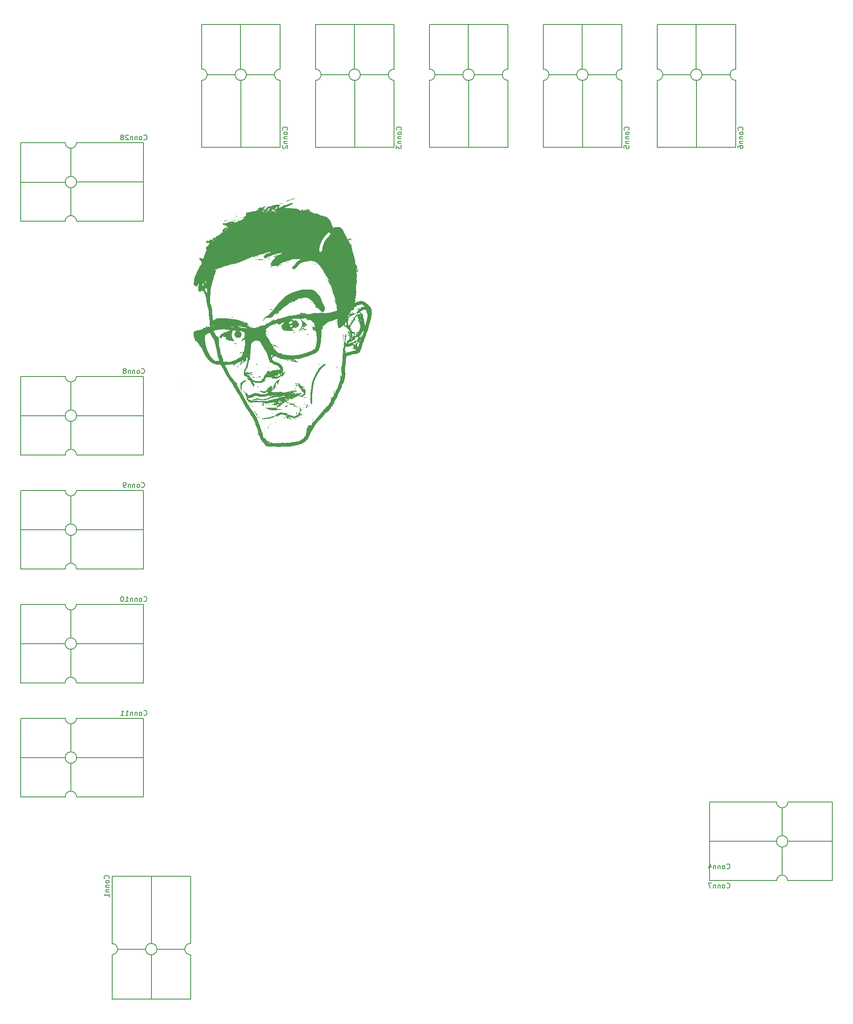
<source format=gbo>
G04 #@! TF.GenerationSoftware,KiCad,Pcbnew,7.0.7*
G04 #@! TF.CreationDate,2024-04-12T20:37:08-05:00*
G04 #@! TF.ProjectId,Armboard_Hardware,41726d62-6f61-4726-945f-486172647761,rev?*
G04 #@! TF.SameCoordinates,Original*
G04 #@! TF.FileFunction,Legend,Bot*
G04 #@! TF.FilePolarity,Positive*
%FSLAX46Y46*%
G04 Gerber Fmt 4.6, Leading zero omitted, Abs format (unit mm)*
G04 Created by KiCad (PCBNEW 7.0.7) date 2024-04-12 20:37:08*
%MOMM*%
%LPD*%
G01*
G04 APERTURE LIST*
%ADD10C,0.150000*%
%ADD11C,0.300000*%
%ADD12C,1.524000*%
%ADD13C,2.946400*%
%ADD14R,1.600000X1.600000*%
%ADD15C,1.600000*%
%ADD16C,1.100000*%
%ADD17C,1.400000*%
%ADD18C,4.000000*%
%ADD19C,2.000000*%
%ADD20R,2.000000X2.000000*%
%ADD21C,1.308000*%
%ADD22C,1.208000*%
%ADD23O,2.200000X3.500000*%
%ADD24R,1.500000X2.500000*%
%ADD25O,1.500000X2.500000*%
%ADD26O,3.000000X5.100000*%
%ADD27O,5.100000X3.000000*%
G04 APERTURE END LIST*
D10*
X43207600Y-32848580D02*
X43255219Y-32896200D01*
X43255219Y-32896200D02*
X43398076Y-32943819D01*
X43398076Y-32943819D02*
X43493314Y-32943819D01*
X43493314Y-32943819D02*
X43636171Y-32896200D01*
X43636171Y-32896200D02*
X43731409Y-32800961D01*
X43731409Y-32800961D02*
X43779028Y-32705723D01*
X43779028Y-32705723D02*
X43826647Y-32515247D01*
X43826647Y-32515247D02*
X43826647Y-32372390D01*
X43826647Y-32372390D02*
X43779028Y-32181914D01*
X43779028Y-32181914D02*
X43731409Y-32086676D01*
X43731409Y-32086676D02*
X43636171Y-31991438D01*
X43636171Y-31991438D02*
X43493314Y-31943819D01*
X43493314Y-31943819D02*
X43398076Y-31943819D01*
X43398076Y-31943819D02*
X43255219Y-31991438D01*
X43255219Y-31991438D02*
X43207600Y-32039057D01*
X42636171Y-32943819D02*
X42731409Y-32896200D01*
X42731409Y-32896200D02*
X42779028Y-32848580D01*
X42779028Y-32848580D02*
X42826647Y-32753342D01*
X42826647Y-32753342D02*
X42826647Y-32467628D01*
X42826647Y-32467628D02*
X42779028Y-32372390D01*
X42779028Y-32372390D02*
X42731409Y-32324771D01*
X42731409Y-32324771D02*
X42636171Y-32277152D01*
X42636171Y-32277152D02*
X42493314Y-32277152D01*
X42493314Y-32277152D02*
X42398076Y-32324771D01*
X42398076Y-32324771D02*
X42350457Y-32372390D01*
X42350457Y-32372390D02*
X42302838Y-32467628D01*
X42302838Y-32467628D02*
X42302838Y-32753342D01*
X42302838Y-32753342D02*
X42350457Y-32848580D01*
X42350457Y-32848580D02*
X42398076Y-32896200D01*
X42398076Y-32896200D02*
X42493314Y-32943819D01*
X42493314Y-32943819D02*
X42636171Y-32943819D01*
X41874266Y-32277152D02*
X41874266Y-32943819D01*
X41874266Y-32372390D02*
X41826647Y-32324771D01*
X41826647Y-32324771D02*
X41731409Y-32277152D01*
X41731409Y-32277152D02*
X41588552Y-32277152D01*
X41588552Y-32277152D02*
X41493314Y-32324771D01*
X41493314Y-32324771D02*
X41445695Y-32420009D01*
X41445695Y-32420009D02*
X41445695Y-32943819D01*
X40969504Y-32277152D02*
X40969504Y-32943819D01*
X40969504Y-32372390D02*
X40921885Y-32324771D01*
X40921885Y-32324771D02*
X40826647Y-32277152D01*
X40826647Y-32277152D02*
X40683790Y-32277152D01*
X40683790Y-32277152D02*
X40588552Y-32324771D01*
X40588552Y-32324771D02*
X40540933Y-32420009D01*
X40540933Y-32420009D02*
X40540933Y-32943819D01*
X40112361Y-32039057D02*
X40064742Y-31991438D01*
X40064742Y-31991438D02*
X39969504Y-31943819D01*
X39969504Y-31943819D02*
X39731409Y-31943819D01*
X39731409Y-31943819D02*
X39636171Y-31991438D01*
X39636171Y-31991438D02*
X39588552Y-32039057D01*
X39588552Y-32039057D02*
X39540933Y-32134295D01*
X39540933Y-32134295D02*
X39540933Y-32229533D01*
X39540933Y-32229533D02*
X39588552Y-32372390D01*
X39588552Y-32372390D02*
X40159980Y-32943819D01*
X40159980Y-32943819D02*
X39540933Y-32943819D01*
X38969504Y-32372390D02*
X39064742Y-32324771D01*
X39064742Y-32324771D02*
X39112361Y-32277152D01*
X39112361Y-32277152D02*
X39159980Y-32181914D01*
X39159980Y-32181914D02*
X39159980Y-32134295D01*
X39159980Y-32134295D02*
X39112361Y-32039057D01*
X39112361Y-32039057D02*
X39064742Y-31991438D01*
X39064742Y-31991438D02*
X38969504Y-31943819D01*
X38969504Y-31943819D02*
X38779028Y-31943819D01*
X38779028Y-31943819D02*
X38683790Y-31991438D01*
X38683790Y-31991438D02*
X38636171Y-32039057D01*
X38636171Y-32039057D02*
X38588552Y-32134295D01*
X38588552Y-32134295D02*
X38588552Y-32181914D01*
X38588552Y-32181914D02*
X38636171Y-32277152D01*
X38636171Y-32277152D02*
X38683790Y-32324771D01*
X38683790Y-32324771D02*
X38779028Y-32372390D01*
X38779028Y-32372390D02*
X38969504Y-32372390D01*
X38969504Y-32372390D02*
X39064742Y-32420009D01*
X39064742Y-32420009D02*
X39112361Y-32467628D01*
X39112361Y-32467628D02*
X39159980Y-32562866D01*
X39159980Y-32562866D02*
X39159980Y-32753342D01*
X39159980Y-32753342D02*
X39112361Y-32848580D01*
X39112361Y-32848580D02*
X39064742Y-32896200D01*
X39064742Y-32896200D02*
X38969504Y-32943819D01*
X38969504Y-32943819D02*
X38779028Y-32943819D01*
X38779028Y-32943819D02*
X38683790Y-32896200D01*
X38683790Y-32896200D02*
X38636171Y-32848580D01*
X38636171Y-32848580D02*
X38588552Y-32753342D01*
X38588552Y-32753342D02*
X38588552Y-32562866D01*
X38588552Y-32562866D02*
X38636171Y-32467628D01*
X38636171Y-32467628D02*
X38683790Y-32420009D01*
X38683790Y-32420009D02*
X38779028Y-32372390D01*
X43193400Y-125431580D02*
X43241019Y-125479200D01*
X43241019Y-125479200D02*
X43383876Y-125526819D01*
X43383876Y-125526819D02*
X43479114Y-125526819D01*
X43479114Y-125526819D02*
X43621971Y-125479200D01*
X43621971Y-125479200D02*
X43717209Y-125383961D01*
X43717209Y-125383961D02*
X43764828Y-125288723D01*
X43764828Y-125288723D02*
X43812447Y-125098247D01*
X43812447Y-125098247D02*
X43812447Y-124955390D01*
X43812447Y-124955390D02*
X43764828Y-124764914D01*
X43764828Y-124764914D02*
X43717209Y-124669676D01*
X43717209Y-124669676D02*
X43621971Y-124574438D01*
X43621971Y-124574438D02*
X43479114Y-124526819D01*
X43479114Y-124526819D02*
X43383876Y-124526819D01*
X43383876Y-124526819D02*
X43241019Y-124574438D01*
X43241019Y-124574438D02*
X43193400Y-124622057D01*
X42621971Y-125526819D02*
X42717209Y-125479200D01*
X42717209Y-125479200D02*
X42764828Y-125431580D01*
X42764828Y-125431580D02*
X42812447Y-125336342D01*
X42812447Y-125336342D02*
X42812447Y-125050628D01*
X42812447Y-125050628D02*
X42764828Y-124955390D01*
X42764828Y-124955390D02*
X42717209Y-124907771D01*
X42717209Y-124907771D02*
X42621971Y-124860152D01*
X42621971Y-124860152D02*
X42479114Y-124860152D01*
X42479114Y-124860152D02*
X42383876Y-124907771D01*
X42383876Y-124907771D02*
X42336257Y-124955390D01*
X42336257Y-124955390D02*
X42288638Y-125050628D01*
X42288638Y-125050628D02*
X42288638Y-125336342D01*
X42288638Y-125336342D02*
X42336257Y-125431580D01*
X42336257Y-125431580D02*
X42383876Y-125479200D01*
X42383876Y-125479200D02*
X42479114Y-125526819D01*
X42479114Y-125526819D02*
X42621971Y-125526819D01*
X41860066Y-124860152D02*
X41860066Y-125526819D01*
X41860066Y-124955390D02*
X41812447Y-124907771D01*
X41812447Y-124907771D02*
X41717209Y-124860152D01*
X41717209Y-124860152D02*
X41574352Y-124860152D01*
X41574352Y-124860152D02*
X41479114Y-124907771D01*
X41479114Y-124907771D02*
X41431495Y-125003009D01*
X41431495Y-125003009D02*
X41431495Y-125526819D01*
X40955304Y-124860152D02*
X40955304Y-125526819D01*
X40955304Y-124955390D02*
X40907685Y-124907771D01*
X40907685Y-124907771D02*
X40812447Y-124860152D01*
X40812447Y-124860152D02*
X40669590Y-124860152D01*
X40669590Y-124860152D02*
X40574352Y-124907771D01*
X40574352Y-124907771D02*
X40526733Y-125003009D01*
X40526733Y-125003009D02*
X40526733Y-125526819D01*
X39526733Y-125526819D02*
X40098161Y-125526819D01*
X39812447Y-125526819D02*
X39812447Y-124526819D01*
X39812447Y-124526819D02*
X39907685Y-124669676D01*
X39907685Y-124669676D02*
X40002923Y-124764914D01*
X40002923Y-124764914D02*
X40098161Y-124812533D01*
X38907685Y-124526819D02*
X38812447Y-124526819D01*
X38812447Y-124526819D02*
X38717209Y-124574438D01*
X38717209Y-124574438D02*
X38669590Y-124622057D01*
X38669590Y-124622057D02*
X38621971Y-124717295D01*
X38621971Y-124717295D02*
X38574352Y-124907771D01*
X38574352Y-124907771D02*
X38574352Y-125145866D01*
X38574352Y-125145866D02*
X38621971Y-125336342D01*
X38621971Y-125336342D02*
X38669590Y-125431580D01*
X38669590Y-125431580D02*
X38717209Y-125479200D01*
X38717209Y-125479200D02*
X38812447Y-125526819D01*
X38812447Y-125526819D02*
X38907685Y-125526819D01*
X38907685Y-125526819D02*
X39002923Y-125479200D01*
X39002923Y-125479200D02*
X39050542Y-125431580D01*
X39050542Y-125431580D02*
X39098161Y-125336342D01*
X39098161Y-125336342D02*
X39145780Y-125145866D01*
X39145780Y-125145866D02*
X39145780Y-124907771D01*
X39145780Y-124907771D02*
X39098161Y-124717295D01*
X39098161Y-124717295D02*
X39050542Y-124622057D01*
X39050542Y-124622057D02*
X39002923Y-124574438D01*
X39002923Y-124574438D02*
X38907685Y-124526819D01*
X43207600Y-148291580D02*
X43255219Y-148339200D01*
X43255219Y-148339200D02*
X43398076Y-148386819D01*
X43398076Y-148386819D02*
X43493314Y-148386819D01*
X43493314Y-148386819D02*
X43636171Y-148339200D01*
X43636171Y-148339200D02*
X43731409Y-148243961D01*
X43731409Y-148243961D02*
X43779028Y-148148723D01*
X43779028Y-148148723D02*
X43826647Y-147958247D01*
X43826647Y-147958247D02*
X43826647Y-147815390D01*
X43826647Y-147815390D02*
X43779028Y-147624914D01*
X43779028Y-147624914D02*
X43731409Y-147529676D01*
X43731409Y-147529676D02*
X43636171Y-147434438D01*
X43636171Y-147434438D02*
X43493314Y-147386819D01*
X43493314Y-147386819D02*
X43398076Y-147386819D01*
X43398076Y-147386819D02*
X43255219Y-147434438D01*
X43255219Y-147434438D02*
X43207600Y-147482057D01*
X42636171Y-148386819D02*
X42731409Y-148339200D01*
X42731409Y-148339200D02*
X42779028Y-148291580D01*
X42779028Y-148291580D02*
X42826647Y-148196342D01*
X42826647Y-148196342D02*
X42826647Y-147910628D01*
X42826647Y-147910628D02*
X42779028Y-147815390D01*
X42779028Y-147815390D02*
X42731409Y-147767771D01*
X42731409Y-147767771D02*
X42636171Y-147720152D01*
X42636171Y-147720152D02*
X42493314Y-147720152D01*
X42493314Y-147720152D02*
X42398076Y-147767771D01*
X42398076Y-147767771D02*
X42350457Y-147815390D01*
X42350457Y-147815390D02*
X42302838Y-147910628D01*
X42302838Y-147910628D02*
X42302838Y-148196342D01*
X42302838Y-148196342D02*
X42350457Y-148291580D01*
X42350457Y-148291580D02*
X42398076Y-148339200D01*
X42398076Y-148339200D02*
X42493314Y-148386819D01*
X42493314Y-148386819D02*
X42636171Y-148386819D01*
X41874266Y-147720152D02*
X41874266Y-148386819D01*
X41874266Y-147815390D02*
X41826647Y-147767771D01*
X41826647Y-147767771D02*
X41731409Y-147720152D01*
X41731409Y-147720152D02*
X41588552Y-147720152D01*
X41588552Y-147720152D02*
X41493314Y-147767771D01*
X41493314Y-147767771D02*
X41445695Y-147863009D01*
X41445695Y-147863009D02*
X41445695Y-148386819D01*
X40969504Y-147720152D02*
X40969504Y-148386819D01*
X40969504Y-147815390D02*
X40921885Y-147767771D01*
X40921885Y-147767771D02*
X40826647Y-147720152D01*
X40826647Y-147720152D02*
X40683790Y-147720152D01*
X40683790Y-147720152D02*
X40588552Y-147767771D01*
X40588552Y-147767771D02*
X40540933Y-147863009D01*
X40540933Y-147863009D02*
X40540933Y-148386819D01*
X39540933Y-148386819D02*
X40112361Y-148386819D01*
X39826647Y-148386819D02*
X39826647Y-147386819D01*
X39826647Y-147386819D02*
X39921885Y-147529676D01*
X39921885Y-147529676D02*
X40017123Y-147624914D01*
X40017123Y-147624914D02*
X40112361Y-147672533D01*
X38588552Y-148386819D02*
X39159980Y-148386819D01*
X38874266Y-148386819D02*
X38874266Y-147386819D01*
X38874266Y-147386819D02*
X38969504Y-147529676D01*
X38969504Y-147529676D02*
X39064742Y-147624914D01*
X39064742Y-147624914D02*
X39159980Y-147672533D01*
X36150580Y-181104390D02*
X36198200Y-181056771D01*
X36198200Y-181056771D02*
X36245819Y-180913914D01*
X36245819Y-180913914D02*
X36245819Y-180818676D01*
X36245819Y-180818676D02*
X36198200Y-180675819D01*
X36198200Y-180675819D02*
X36102961Y-180580581D01*
X36102961Y-180580581D02*
X36007723Y-180532962D01*
X36007723Y-180532962D02*
X35817247Y-180485343D01*
X35817247Y-180485343D02*
X35674390Y-180485343D01*
X35674390Y-180485343D02*
X35483914Y-180532962D01*
X35483914Y-180532962D02*
X35388676Y-180580581D01*
X35388676Y-180580581D02*
X35293438Y-180675819D01*
X35293438Y-180675819D02*
X35245819Y-180818676D01*
X35245819Y-180818676D02*
X35245819Y-180913914D01*
X35245819Y-180913914D02*
X35293438Y-181056771D01*
X35293438Y-181056771D02*
X35341057Y-181104390D01*
X36245819Y-181675819D02*
X36198200Y-181580581D01*
X36198200Y-181580581D02*
X36150580Y-181532962D01*
X36150580Y-181532962D02*
X36055342Y-181485343D01*
X36055342Y-181485343D02*
X35769628Y-181485343D01*
X35769628Y-181485343D02*
X35674390Y-181532962D01*
X35674390Y-181532962D02*
X35626771Y-181580581D01*
X35626771Y-181580581D02*
X35579152Y-181675819D01*
X35579152Y-181675819D02*
X35579152Y-181818676D01*
X35579152Y-181818676D02*
X35626771Y-181913914D01*
X35626771Y-181913914D02*
X35674390Y-181961533D01*
X35674390Y-181961533D02*
X35769628Y-182009152D01*
X35769628Y-182009152D02*
X36055342Y-182009152D01*
X36055342Y-182009152D02*
X36150580Y-181961533D01*
X36150580Y-181961533D02*
X36198200Y-181913914D01*
X36198200Y-181913914D02*
X36245819Y-181818676D01*
X36245819Y-181818676D02*
X36245819Y-181675819D01*
X35579152Y-182437724D02*
X36245819Y-182437724D01*
X35674390Y-182437724D02*
X35626771Y-182485343D01*
X35626771Y-182485343D02*
X35579152Y-182580581D01*
X35579152Y-182580581D02*
X35579152Y-182723438D01*
X35579152Y-182723438D02*
X35626771Y-182818676D01*
X35626771Y-182818676D02*
X35722009Y-182866295D01*
X35722009Y-182866295D02*
X36245819Y-182866295D01*
X35579152Y-183342486D02*
X36245819Y-183342486D01*
X35674390Y-183342486D02*
X35626771Y-183390105D01*
X35626771Y-183390105D02*
X35579152Y-183485343D01*
X35579152Y-183485343D02*
X35579152Y-183628200D01*
X35579152Y-183628200D02*
X35626771Y-183723438D01*
X35626771Y-183723438D02*
X35722009Y-183771057D01*
X35722009Y-183771057D02*
X36245819Y-183771057D01*
X36245819Y-184771057D02*
X36245819Y-184199629D01*
X36245819Y-184485343D02*
X35245819Y-184485343D01*
X35245819Y-184485343D02*
X35388676Y-184390105D01*
X35388676Y-184390105D02*
X35483914Y-184294867D01*
X35483914Y-184294867D02*
X35531533Y-184199629D01*
D11*
X72518591Y-69213132D02*
X72661449Y-69141703D01*
X72661449Y-69141703D02*
X72875734Y-69141703D01*
X72875734Y-69141703D02*
X73090020Y-69213132D01*
X73090020Y-69213132D02*
X73232877Y-69355989D01*
X73232877Y-69355989D02*
X73304306Y-69498846D01*
X73304306Y-69498846D02*
X73375734Y-69784560D01*
X73375734Y-69784560D02*
X73375734Y-69998846D01*
X73375734Y-69998846D02*
X73304306Y-70284560D01*
X73304306Y-70284560D02*
X73232877Y-70427417D01*
X73232877Y-70427417D02*
X73090020Y-70570275D01*
X73090020Y-70570275D02*
X72875734Y-70641703D01*
X72875734Y-70641703D02*
X72732877Y-70641703D01*
X72732877Y-70641703D02*
X72518591Y-70570275D01*
X72518591Y-70570275D02*
X72447163Y-70498846D01*
X72447163Y-70498846D02*
X72447163Y-69998846D01*
X72447163Y-69998846D02*
X72732877Y-69998846D01*
X71590020Y-69141703D02*
X71590020Y-69498846D01*
X71947163Y-69355989D02*
X71590020Y-69498846D01*
X71590020Y-69498846D02*
X71232877Y-69355989D01*
X71804306Y-69784560D02*
X71590020Y-69498846D01*
X71590020Y-69498846D02*
X71375734Y-69784560D01*
X70447163Y-69141703D02*
X70447163Y-69498846D01*
X70804306Y-69355989D02*
X70447163Y-69498846D01*
X70447163Y-69498846D02*
X70090020Y-69355989D01*
X70661449Y-69784560D02*
X70447163Y-69498846D01*
X70447163Y-69498846D02*
X70232877Y-69784560D01*
X69304306Y-69141703D02*
X69304306Y-69498846D01*
X69661449Y-69355989D02*
X69304306Y-69498846D01*
X69304306Y-69498846D02*
X68947163Y-69355989D01*
X69518592Y-69784560D02*
X69304306Y-69498846D01*
X69304306Y-69498846D02*
X69090020Y-69784560D01*
D10*
X71937080Y-30985990D02*
X71984700Y-30938371D01*
X71984700Y-30938371D02*
X72032319Y-30795514D01*
X72032319Y-30795514D02*
X72032319Y-30700276D01*
X72032319Y-30700276D02*
X71984700Y-30557419D01*
X71984700Y-30557419D02*
X71889461Y-30462181D01*
X71889461Y-30462181D02*
X71794223Y-30414562D01*
X71794223Y-30414562D02*
X71603747Y-30366943D01*
X71603747Y-30366943D02*
X71460890Y-30366943D01*
X71460890Y-30366943D02*
X71270414Y-30414562D01*
X71270414Y-30414562D02*
X71175176Y-30462181D01*
X71175176Y-30462181D02*
X71079938Y-30557419D01*
X71079938Y-30557419D02*
X71032319Y-30700276D01*
X71032319Y-30700276D02*
X71032319Y-30795514D01*
X71032319Y-30795514D02*
X71079938Y-30938371D01*
X71079938Y-30938371D02*
X71127557Y-30985990D01*
X72032319Y-31557419D02*
X71984700Y-31462181D01*
X71984700Y-31462181D02*
X71937080Y-31414562D01*
X71937080Y-31414562D02*
X71841842Y-31366943D01*
X71841842Y-31366943D02*
X71556128Y-31366943D01*
X71556128Y-31366943D02*
X71460890Y-31414562D01*
X71460890Y-31414562D02*
X71413271Y-31462181D01*
X71413271Y-31462181D02*
X71365652Y-31557419D01*
X71365652Y-31557419D02*
X71365652Y-31700276D01*
X71365652Y-31700276D02*
X71413271Y-31795514D01*
X71413271Y-31795514D02*
X71460890Y-31843133D01*
X71460890Y-31843133D02*
X71556128Y-31890752D01*
X71556128Y-31890752D02*
X71841842Y-31890752D01*
X71841842Y-31890752D02*
X71937080Y-31843133D01*
X71937080Y-31843133D02*
X71984700Y-31795514D01*
X71984700Y-31795514D02*
X72032319Y-31700276D01*
X72032319Y-31700276D02*
X72032319Y-31557419D01*
X71365652Y-32319324D02*
X72032319Y-32319324D01*
X71460890Y-32319324D02*
X71413271Y-32366943D01*
X71413271Y-32366943D02*
X71365652Y-32462181D01*
X71365652Y-32462181D02*
X71365652Y-32605038D01*
X71365652Y-32605038D02*
X71413271Y-32700276D01*
X71413271Y-32700276D02*
X71508509Y-32747895D01*
X71508509Y-32747895D02*
X72032319Y-32747895D01*
X71365652Y-33224086D02*
X72032319Y-33224086D01*
X71460890Y-33224086D02*
X71413271Y-33271705D01*
X71413271Y-33271705D02*
X71365652Y-33366943D01*
X71365652Y-33366943D02*
X71365652Y-33509800D01*
X71365652Y-33509800D02*
X71413271Y-33605038D01*
X71413271Y-33605038D02*
X71508509Y-33652657D01*
X71508509Y-33652657D02*
X72032319Y-33652657D01*
X71127557Y-34081229D02*
X71079938Y-34128848D01*
X71079938Y-34128848D02*
X71032319Y-34224086D01*
X71032319Y-34224086D02*
X71032319Y-34462181D01*
X71032319Y-34462181D02*
X71079938Y-34557419D01*
X71079938Y-34557419D02*
X71127557Y-34605038D01*
X71127557Y-34605038D02*
X71222795Y-34652657D01*
X71222795Y-34652657D02*
X71318033Y-34652657D01*
X71318033Y-34652657D02*
X71460890Y-34605038D01*
X71460890Y-34605038D02*
X72032319Y-34033610D01*
X72032319Y-34033610D02*
X72032319Y-34652657D01*
X42731409Y-79711580D02*
X42779028Y-79759200D01*
X42779028Y-79759200D02*
X42921885Y-79806819D01*
X42921885Y-79806819D02*
X43017123Y-79806819D01*
X43017123Y-79806819D02*
X43159980Y-79759200D01*
X43159980Y-79759200D02*
X43255218Y-79663961D01*
X43255218Y-79663961D02*
X43302837Y-79568723D01*
X43302837Y-79568723D02*
X43350456Y-79378247D01*
X43350456Y-79378247D02*
X43350456Y-79235390D01*
X43350456Y-79235390D02*
X43302837Y-79044914D01*
X43302837Y-79044914D02*
X43255218Y-78949676D01*
X43255218Y-78949676D02*
X43159980Y-78854438D01*
X43159980Y-78854438D02*
X43017123Y-78806819D01*
X43017123Y-78806819D02*
X42921885Y-78806819D01*
X42921885Y-78806819D02*
X42779028Y-78854438D01*
X42779028Y-78854438D02*
X42731409Y-78902057D01*
X42159980Y-79806819D02*
X42255218Y-79759200D01*
X42255218Y-79759200D02*
X42302837Y-79711580D01*
X42302837Y-79711580D02*
X42350456Y-79616342D01*
X42350456Y-79616342D02*
X42350456Y-79330628D01*
X42350456Y-79330628D02*
X42302837Y-79235390D01*
X42302837Y-79235390D02*
X42255218Y-79187771D01*
X42255218Y-79187771D02*
X42159980Y-79140152D01*
X42159980Y-79140152D02*
X42017123Y-79140152D01*
X42017123Y-79140152D02*
X41921885Y-79187771D01*
X41921885Y-79187771D02*
X41874266Y-79235390D01*
X41874266Y-79235390D02*
X41826647Y-79330628D01*
X41826647Y-79330628D02*
X41826647Y-79616342D01*
X41826647Y-79616342D02*
X41874266Y-79711580D01*
X41874266Y-79711580D02*
X41921885Y-79759200D01*
X41921885Y-79759200D02*
X42017123Y-79806819D01*
X42017123Y-79806819D02*
X42159980Y-79806819D01*
X41398075Y-79140152D02*
X41398075Y-79806819D01*
X41398075Y-79235390D02*
X41350456Y-79187771D01*
X41350456Y-79187771D02*
X41255218Y-79140152D01*
X41255218Y-79140152D02*
X41112361Y-79140152D01*
X41112361Y-79140152D02*
X41017123Y-79187771D01*
X41017123Y-79187771D02*
X40969504Y-79283009D01*
X40969504Y-79283009D02*
X40969504Y-79806819D01*
X40493313Y-79140152D02*
X40493313Y-79806819D01*
X40493313Y-79235390D02*
X40445694Y-79187771D01*
X40445694Y-79187771D02*
X40350456Y-79140152D01*
X40350456Y-79140152D02*
X40207599Y-79140152D01*
X40207599Y-79140152D02*
X40112361Y-79187771D01*
X40112361Y-79187771D02*
X40064742Y-79283009D01*
X40064742Y-79283009D02*
X40064742Y-79806819D01*
X39445694Y-79235390D02*
X39540932Y-79187771D01*
X39540932Y-79187771D02*
X39588551Y-79140152D01*
X39588551Y-79140152D02*
X39636170Y-79044914D01*
X39636170Y-79044914D02*
X39636170Y-78997295D01*
X39636170Y-78997295D02*
X39588551Y-78902057D01*
X39588551Y-78902057D02*
X39540932Y-78854438D01*
X39540932Y-78854438D02*
X39445694Y-78806819D01*
X39445694Y-78806819D02*
X39255218Y-78806819D01*
X39255218Y-78806819D02*
X39159980Y-78854438D01*
X39159980Y-78854438D02*
X39112361Y-78902057D01*
X39112361Y-78902057D02*
X39064742Y-78997295D01*
X39064742Y-78997295D02*
X39064742Y-79044914D01*
X39064742Y-79044914D02*
X39112361Y-79140152D01*
X39112361Y-79140152D02*
X39159980Y-79187771D01*
X39159980Y-79187771D02*
X39255218Y-79235390D01*
X39255218Y-79235390D02*
X39445694Y-79235390D01*
X39445694Y-79235390D02*
X39540932Y-79283009D01*
X39540932Y-79283009D02*
X39588551Y-79330628D01*
X39588551Y-79330628D02*
X39636170Y-79425866D01*
X39636170Y-79425866D02*
X39636170Y-79616342D01*
X39636170Y-79616342D02*
X39588551Y-79711580D01*
X39588551Y-79711580D02*
X39540932Y-79759200D01*
X39540932Y-79759200D02*
X39445694Y-79806819D01*
X39445694Y-79806819D02*
X39255218Y-79806819D01*
X39255218Y-79806819D02*
X39159980Y-79759200D01*
X39159980Y-79759200D02*
X39112361Y-79711580D01*
X39112361Y-79711580D02*
X39064742Y-79616342D01*
X39064742Y-79616342D02*
X39064742Y-79425866D01*
X39064742Y-79425866D02*
X39112361Y-79330628D01*
X39112361Y-79330628D02*
X39159980Y-79283009D01*
X39159980Y-79283009D02*
X39255218Y-79235390D01*
X160214209Y-182934960D02*
X160261828Y-182982580D01*
X160261828Y-182982580D02*
X160404685Y-183030199D01*
X160404685Y-183030199D02*
X160499923Y-183030199D01*
X160499923Y-183030199D02*
X160642780Y-182982580D01*
X160642780Y-182982580D02*
X160738018Y-182887341D01*
X160738018Y-182887341D02*
X160785637Y-182792103D01*
X160785637Y-182792103D02*
X160833256Y-182601627D01*
X160833256Y-182601627D02*
X160833256Y-182458770D01*
X160833256Y-182458770D02*
X160785637Y-182268294D01*
X160785637Y-182268294D02*
X160738018Y-182173056D01*
X160738018Y-182173056D02*
X160642780Y-182077818D01*
X160642780Y-182077818D02*
X160499923Y-182030199D01*
X160499923Y-182030199D02*
X160404685Y-182030199D01*
X160404685Y-182030199D02*
X160261828Y-182077818D01*
X160261828Y-182077818D02*
X160214209Y-182125437D01*
X159642780Y-183030199D02*
X159738018Y-182982580D01*
X159738018Y-182982580D02*
X159785637Y-182934960D01*
X159785637Y-182934960D02*
X159833256Y-182839722D01*
X159833256Y-182839722D02*
X159833256Y-182554008D01*
X159833256Y-182554008D02*
X159785637Y-182458770D01*
X159785637Y-182458770D02*
X159738018Y-182411151D01*
X159738018Y-182411151D02*
X159642780Y-182363532D01*
X159642780Y-182363532D02*
X159499923Y-182363532D01*
X159499923Y-182363532D02*
X159404685Y-182411151D01*
X159404685Y-182411151D02*
X159357066Y-182458770D01*
X159357066Y-182458770D02*
X159309447Y-182554008D01*
X159309447Y-182554008D02*
X159309447Y-182839722D01*
X159309447Y-182839722D02*
X159357066Y-182934960D01*
X159357066Y-182934960D02*
X159404685Y-182982580D01*
X159404685Y-182982580D02*
X159499923Y-183030199D01*
X159499923Y-183030199D02*
X159642780Y-183030199D01*
X158880875Y-182363532D02*
X158880875Y-183030199D01*
X158880875Y-182458770D02*
X158833256Y-182411151D01*
X158833256Y-182411151D02*
X158738018Y-182363532D01*
X158738018Y-182363532D02*
X158595161Y-182363532D01*
X158595161Y-182363532D02*
X158499923Y-182411151D01*
X158499923Y-182411151D02*
X158452304Y-182506389D01*
X158452304Y-182506389D02*
X158452304Y-183030199D01*
X157976113Y-182363532D02*
X157976113Y-183030199D01*
X157976113Y-182458770D02*
X157928494Y-182411151D01*
X157928494Y-182411151D02*
X157833256Y-182363532D01*
X157833256Y-182363532D02*
X157690399Y-182363532D01*
X157690399Y-182363532D02*
X157595161Y-182411151D01*
X157595161Y-182411151D02*
X157547542Y-182506389D01*
X157547542Y-182506389D02*
X157547542Y-183030199D01*
X157166589Y-182030199D02*
X156499923Y-182030199D01*
X156499923Y-182030199D02*
X156928494Y-183030199D01*
X42731409Y-102571580D02*
X42779028Y-102619200D01*
X42779028Y-102619200D02*
X42921885Y-102666819D01*
X42921885Y-102666819D02*
X43017123Y-102666819D01*
X43017123Y-102666819D02*
X43159980Y-102619200D01*
X43159980Y-102619200D02*
X43255218Y-102523961D01*
X43255218Y-102523961D02*
X43302837Y-102428723D01*
X43302837Y-102428723D02*
X43350456Y-102238247D01*
X43350456Y-102238247D02*
X43350456Y-102095390D01*
X43350456Y-102095390D02*
X43302837Y-101904914D01*
X43302837Y-101904914D02*
X43255218Y-101809676D01*
X43255218Y-101809676D02*
X43159980Y-101714438D01*
X43159980Y-101714438D02*
X43017123Y-101666819D01*
X43017123Y-101666819D02*
X42921885Y-101666819D01*
X42921885Y-101666819D02*
X42779028Y-101714438D01*
X42779028Y-101714438D02*
X42731409Y-101762057D01*
X42159980Y-102666819D02*
X42255218Y-102619200D01*
X42255218Y-102619200D02*
X42302837Y-102571580D01*
X42302837Y-102571580D02*
X42350456Y-102476342D01*
X42350456Y-102476342D02*
X42350456Y-102190628D01*
X42350456Y-102190628D02*
X42302837Y-102095390D01*
X42302837Y-102095390D02*
X42255218Y-102047771D01*
X42255218Y-102047771D02*
X42159980Y-102000152D01*
X42159980Y-102000152D02*
X42017123Y-102000152D01*
X42017123Y-102000152D02*
X41921885Y-102047771D01*
X41921885Y-102047771D02*
X41874266Y-102095390D01*
X41874266Y-102095390D02*
X41826647Y-102190628D01*
X41826647Y-102190628D02*
X41826647Y-102476342D01*
X41826647Y-102476342D02*
X41874266Y-102571580D01*
X41874266Y-102571580D02*
X41921885Y-102619200D01*
X41921885Y-102619200D02*
X42017123Y-102666819D01*
X42017123Y-102666819D02*
X42159980Y-102666819D01*
X41398075Y-102000152D02*
X41398075Y-102666819D01*
X41398075Y-102095390D02*
X41350456Y-102047771D01*
X41350456Y-102047771D02*
X41255218Y-102000152D01*
X41255218Y-102000152D02*
X41112361Y-102000152D01*
X41112361Y-102000152D02*
X41017123Y-102047771D01*
X41017123Y-102047771D02*
X40969504Y-102143009D01*
X40969504Y-102143009D02*
X40969504Y-102666819D01*
X40493313Y-102000152D02*
X40493313Y-102666819D01*
X40493313Y-102095390D02*
X40445694Y-102047771D01*
X40445694Y-102047771D02*
X40350456Y-102000152D01*
X40350456Y-102000152D02*
X40207599Y-102000152D01*
X40207599Y-102000152D02*
X40112361Y-102047771D01*
X40112361Y-102047771D02*
X40064742Y-102143009D01*
X40064742Y-102143009D02*
X40064742Y-102666819D01*
X39540932Y-102666819D02*
X39350456Y-102666819D01*
X39350456Y-102666819D02*
X39255218Y-102619200D01*
X39255218Y-102619200D02*
X39207599Y-102571580D01*
X39207599Y-102571580D02*
X39112361Y-102428723D01*
X39112361Y-102428723D02*
X39064742Y-102238247D01*
X39064742Y-102238247D02*
X39064742Y-101857295D01*
X39064742Y-101857295D02*
X39112361Y-101762057D01*
X39112361Y-101762057D02*
X39159980Y-101714438D01*
X39159980Y-101714438D02*
X39255218Y-101666819D01*
X39255218Y-101666819D02*
X39445694Y-101666819D01*
X39445694Y-101666819D02*
X39540932Y-101714438D01*
X39540932Y-101714438D02*
X39588551Y-101762057D01*
X39588551Y-101762057D02*
X39636170Y-101857295D01*
X39636170Y-101857295D02*
X39636170Y-102095390D01*
X39636170Y-102095390D02*
X39588551Y-102190628D01*
X39588551Y-102190628D02*
X39540932Y-102238247D01*
X39540932Y-102238247D02*
X39445694Y-102285866D01*
X39445694Y-102285866D02*
X39255218Y-102285866D01*
X39255218Y-102285866D02*
X39159980Y-102238247D01*
X39159980Y-102238247D02*
X39112361Y-102190628D01*
X39112361Y-102190628D02*
X39064742Y-102095390D01*
X160214209Y-179071580D02*
X160261828Y-179119200D01*
X160261828Y-179119200D02*
X160404685Y-179166819D01*
X160404685Y-179166819D02*
X160499923Y-179166819D01*
X160499923Y-179166819D02*
X160642780Y-179119200D01*
X160642780Y-179119200D02*
X160738018Y-179023961D01*
X160738018Y-179023961D02*
X160785637Y-178928723D01*
X160785637Y-178928723D02*
X160833256Y-178738247D01*
X160833256Y-178738247D02*
X160833256Y-178595390D01*
X160833256Y-178595390D02*
X160785637Y-178404914D01*
X160785637Y-178404914D02*
X160738018Y-178309676D01*
X160738018Y-178309676D02*
X160642780Y-178214438D01*
X160642780Y-178214438D02*
X160499923Y-178166819D01*
X160499923Y-178166819D02*
X160404685Y-178166819D01*
X160404685Y-178166819D02*
X160261828Y-178214438D01*
X160261828Y-178214438D02*
X160214209Y-178262057D01*
X159642780Y-179166819D02*
X159738018Y-179119200D01*
X159738018Y-179119200D02*
X159785637Y-179071580D01*
X159785637Y-179071580D02*
X159833256Y-178976342D01*
X159833256Y-178976342D02*
X159833256Y-178690628D01*
X159833256Y-178690628D02*
X159785637Y-178595390D01*
X159785637Y-178595390D02*
X159738018Y-178547771D01*
X159738018Y-178547771D02*
X159642780Y-178500152D01*
X159642780Y-178500152D02*
X159499923Y-178500152D01*
X159499923Y-178500152D02*
X159404685Y-178547771D01*
X159404685Y-178547771D02*
X159357066Y-178595390D01*
X159357066Y-178595390D02*
X159309447Y-178690628D01*
X159309447Y-178690628D02*
X159309447Y-178976342D01*
X159309447Y-178976342D02*
X159357066Y-179071580D01*
X159357066Y-179071580D02*
X159404685Y-179119200D01*
X159404685Y-179119200D02*
X159499923Y-179166819D01*
X159499923Y-179166819D02*
X159642780Y-179166819D01*
X158880875Y-178500152D02*
X158880875Y-179166819D01*
X158880875Y-178595390D02*
X158833256Y-178547771D01*
X158833256Y-178547771D02*
X158738018Y-178500152D01*
X158738018Y-178500152D02*
X158595161Y-178500152D01*
X158595161Y-178500152D02*
X158499923Y-178547771D01*
X158499923Y-178547771D02*
X158452304Y-178643009D01*
X158452304Y-178643009D02*
X158452304Y-179166819D01*
X157976113Y-178500152D02*
X157976113Y-179166819D01*
X157976113Y-178595390D02*
X157928494Y-178547771D01*
X157928494Y-178547771D02*
X157833256Y-178500152D01*
X157833256Y-178500152D02*
X157690399Y-178500152D01*
X157690399Y-178500152D02*
X157595161Y-178547771D01*
X157595161Y-178547771D02*
X157547542Y-178643009D01*
X157547542Y-178643009D02*
X157547542Y-179166819D01*
X156642780Y-178500152D02*
X156642780Y-179166819D01*
X156880875Y-178119200D02*
X157118970Y-178833485D01*
X157118970Y-178833485D02*
X156499923Y-178833485D01*
X163376960Y-30985990D02*
X163424580Y-30938371D01*
X163424580Y-30938371D02*
X163472199Y-30795514D01*
X163472199Y-30795514D02*
X163472199Y-30700276D01*
X163472199Y-30700276D02*
X163424580Y-30557419D01*
X163424580Y-30557419D02*
X163329341Y-30462181D01*
X163329341Y-30462181D02*
X163234103Y-30414562D01*
X163234103Y-30414562D02*
X163043627Y-30366943D01*
X163043627Y-30366943D02*
X162900770Y-30366943D01*
X162900770Y-30366943D02*
X162710294Y-30414562D01*
X162710294Y-30414562D02*
X162615056Y-30462181D01*
X162615056Y-30462181D02*
X162519818Y-30557419D01*
X162519818Y-30557419D02*
X162472199Y-30700276D01*
X162472199Y-30700276D02*
X162472199Y-30795514D01*
X162472199Y-30795514D02*
X162519818Y-30938371D01*
X162519818Y-30938371D02*
X162567437Y-30985990D01*
X163472199Y-31557419D02*
X163424580Y-31462181D01*
X163424580Y-31462181D02*
X163376960Y-31414562D01*
X163376960Y-31414562D02*
X163281722Y-31366943D01*
X163281722Y-31366943D02*
X162996008Y-31366943D01*
X162996008Y-31366943D02*
X162900770Y-31414562D01*
X162900770Y-31414562D02*
X162853151Y-31462181D01*
X162853151Y-31462181D02*
X162805532Y-31557419D01*
X162805532Y-31557419D02*
X162805532Y-31700276D01*
X162805532Y-31700276D02*
X162853151Y-31795514D01*
X162853151Y-31795514D02*
X162900770Y-31843133D01*
X162900770Y-31843133D02*
X162996008Y-31890752D01*
X162996008Y-31890752D02*
X163281722Y-31890752D01*
X163281722Y-31890752D02*
X163376960Y-31843133D01*
X163376960Y-31843133D02*
X163424580Y-31795514D01*
X163424580Y-31795514D02*
X163472199Y-31700276D01*
X163472199Y-31700276D02*
X163472199Y-31557419D01*
X162805532Y-32319324D02*
X163472199Y-32319324D01*
X162900770Y-32319324D02*
X162853151Y-32366943D01*
X162853151Y-32366943D02*
X162805532Y-32462181D01*
X162805532Y-32462181D02*
X162805532Y-32605038D01*
X162805532Y-32605038D02*
X162853151Y-32700276D01*
X162853151Y-32700276D02*
X162948389Y-32747895D01*
X162948389Y-32747895D02*
X163472199Y-32747895D01*
X162805532Y-33224086D02*
X163472199Y-33224086D01*
X162900770Y-33224086D02*
X162853151Y-33271705D01*
X162853151Y-33271705D02*
X162805532Y-33366943D01*
X162805532Y-33366943D02*
X162805532Y-33509800D01*
X162805532Y-33509800D02*
X162853151Y-33605038D01*
X162853151Y-33605038D02*
X162948389Y-33652657D01*
X162948389Y-33652657D02*
X163472199Y-33652657D01*
X162472199Y-34557419D02*
X162472199Y-34366943D01*
X162472199Y-34366943D02*
X162519818Y-34271705D01*
X162519818Y-34271705D02*
X162567437Y-34224086D01*
X162567437Y-34224086D02*
X162710294Y-34128848D01*
X162710294Y-34128848D02*
X162900770Y-34081229D01*
X162900770Y-34081229D02*
X163281722Y-34081229D01*
X163281722Y-34081229D02*
X163376960Y-34128848D01*
X163376960Y-34128848D02*
X163424580Y-34176467D01*
X163424580Y-34176467D02*
X163472199Y-34271705D01*
X163472199Y-34271705D02*
X163472199Y-34462181D01*
X163472199Y-34462181D02*
X163424580Y-34557419D01*
X163424580Y-34557419D02*
X163376960Y-34605038D01*
X163376960Y-34605038D02*
X163281722Y-34652657D01*
X163281722Y-34652657D02*
X163043627Y-34652657D01*
X163043627Y-34652657D02*
X162948389Y-34605038D01*
X162948389Y-34605038D02*
X162900770Y-34557419D01*
X162900770Y-34557419D02*
X162853151Y-34462181D01*
X162853151Y-34462181D02*
X162853151Y-34271705D01*
X162853151Y-34271705D02*
X162900770Y-34176467D01*
X162900770Y-34176467D02*
X162948389Y-34128848D01*
X162948389Y-34128848D02*
X163043627Y-34081229D01*
X94796960Y-30985990D02*
X94844580Y-30938371D01*
X94844580Y-30938371D02*
X94892199Y-30795514D01*
X94892199Y-30795514D02*
X94892199Y-30700276D01*
X94892199Y-30700276D02*
X94844580Y-30557419D01*
X94844580Y-30557419D02*
X94749341Y-30462181D01*
X94749341Y-30462181D02*
X94654103Y-30414562D01*
X94654103Y-30414562D02*
X94463627Y-30366943D01*
X94463627Y-30366943D02*
X94320770Y-30366943D01*
X94320770Y-30366943D02*
X94130294Y-30414562D01*
X94130294Y-30414562D02*
X94035056Y-30462181D01*
X94035056Y-30462181D02*
X93939818Y-30557419D01*
X93939818Y-30557419D02*
X93892199Y-30700276D01*
X93892199Y-30700276D02*
X93892199Y-30795514D01*
X93892199Y-30795514D02*
X93939818Y-30938371D01*
X93939818Y-30938371D02*
X93987437Y-30985990D01*
X94892199Y-31557419D02*
X94844580Y-31462181D01*
X94844580Y-31462181D02*
X94796960Y-31414562D01*
X94796960Y-31414562D02*
X94701722Y-31366943D01*
X94701722Y-31366943D02*
X94416008Y-31366943D01*
X94416008Y-31366943D02*
X94320770Y-31414562D01*
X94320770Y-31414562D02*
X94273151Y-31462181D01*
X94273151Y-31462181D02*
X94225532Y-31557419D01*
X94225532Y-31557419D02*
X94225532Y-31700276D01*
X94225532Y-31700276D02*
X94273151Y-31795514D01*
X94273151Y-31795514D02*
X94320770Y-31843133D01*
X94320770Y-31843133D02*
X94416008Y-31890752D01*
X94416008Y-31890752D02*
X94701722Y-31890752D01*
X94701722Y-31890752D02*
X94796960Y-31843133D01*
X94796960Y-31843133D02*
X94844580Y-31795514D01*
X94844580Y-31795514D02*
X94892199Y-31700276D01*
X94892199Y-31700276D02*
X94892199Y-31557419D01*
X94225532Y-32319324D02*
X94892199Y-32319324D01*
X94320770Y-32319324D02*
X94273151Y-32366943D01*
X94273151Y-32366943D02*
X94225532Y-32462181D01*
X94225532Y-32462181D02*
X94225532Y-32605038D01*
X94225532Y-32605038D02*
X94273151Y-32700276D01*
X94273151Y-32700276D02*
X94368389Y-32747895D01*
X94368389Y-32747895D02*
X94892199Y-32747895D01*
X94225532Y-33224086D02*
X94892199Y-33224086D01*
X94320770Y-33224086D02*
X94273151Y-33271705D01*
X94273151Y-33271705D02*
X94225532Y-33366943D01*
X94225532Y-33366943D02*
X94225532Y-33509800D01*
X94225532Y-33509800D02*
X94273151Y-33605038D01*
X94273151Y-33605038D02*
X94368389Y-33652657D01*
X94368389Y-33652657D02*
X94892199Y-33652657D01*
X93892199Y-34033610D02*
X93892199Y-34652657D01*
X93892199Y-34652657D02*
X94273151Y-34319324D01*
X94273151Y-34319324D02*
X94273151Y-34462181D01*
X94273151Y-34462181D02*
X94320770Y-34557419D01*
X94320770Y-34557419D02*
X94368389Y-34605038D01*
X94368389Y-34605038D02*
X94463627Y-34652657D01*
X94463627Y-34652657D02*
X94701722Y-34652657D01*
X94701722Y-34652657D02*
X94796960Y-34605038D01*
X94796960Y-34605038D02*
X94844580Y-34557419D01*
X94844580Y-34557419D02*
X94892199Y-34462181D01*
X94892199Y-34462181D02*
X94892199Y-34176467D01*
X94892199Y-34176467D02*
X94844580Y-34081229D01*
X94844580Y-34081229D02*
X94796960Y-34033610D01*
X140516960Y-30985990D02*
X140564580Y-30938371D01*
X140564580Y-30938371D02*
X140612199Y-30795514D01*
X140612199Y-30795514D02*
X140612199Y-30700276D01*
X140612199Y-30700276D02*
X140564580Y-30557419D01*
X140564580Y-30557419D02*
X140469341Y-30462181D01*
X140469341Y-30462181D02*
X140374103Y-30414562D01*
X140374103Y-30414562D02*
X140183627Y-30366943D01*
X140183627Y-30366943D02*
X140040770Y-30366943D01*
X140040770Y-30366943D02*
X139850294Y-30414562D01*
X139850294Y-30414562D02*
X139755056Y-30462181D01*
X139755056Y-30462181D02*
X139659818Y-30557419D01*
X139659818Y-30557419D02*
X139612199Y-30700276D01*
X139612199Y-30700276D02*
X139612199Y-30795514D01*
X139612199Y-30795514D02*
X139659818Y-30938371D01*
X139659818Y-30938371D02*
X139707437Y-30985990D01*
X140612199Y-31557419D02*
X140564580Y-31462181D01*
X140564580Y-31462181D02*
X140516960Y-31414562D01*
X140516960Y-31414562D02*
X140421722Y-31366943D01*
X140421722Y-31366943D02*
X140136008Y-31366943D01*
X140136008Y-31366943D02*
X140040770Y-31414562D01*
X140040770Y-31414562D02*
X139993151Y-31462181D01*
X139993151Y-31462181D02*
X139945532Y-31557419D01*
X139945532Y-31557419D02*
X139945532Y-31700276D01*
X139945532Y-31700276D02*
X139993151Y-31795514D01*
X139993151Y-31795514D02*
X140040770Y-31843133D01*
X140040770Y-31843133D02*
X140136008Y-31890752D01*
X140136008Y-31890752D02*
X140421722Y-31890752D01*
X140421722Y-31890752D02*
X140516960Y-31843133D01*
X140516960Y-31843133D02*
X140564580Y-31795514D01*
X140564580Y-31795514D02*
X140612199Y-31700276D01*
X140612199Y-31700276D02*
X140612199Y-31557419D01*
X139945532Y-32319324D02*
X140612199Y-32319324D01*
X140040770Y-32319324D02*
X139993151Y-32366943D01*
X139993151Y-32366943D02*
X139945532Y-32462181D01*
X139945532Y-32462181D02*
X139945532Y-32605038D01*
X139945532Y-32605038D02*
X139993151Y-32700276D01*
X139993151Y-32700276D02*
X140088389Y-32747895D01*
X140088389Y-32747895D02*
X140612199Y-32747895D01*
X139945532Y-33224086D02*
X140612199Y-33224086D01*
X140040770Y-33224086D02*
X139993151Y-33271705D01*
X139993151Y-33271705D02*
X139945532Y-33366943D01*
X139945532Y-33366943D02*
X139945532Y-33509800D01*
X139945532Y-33509800D02*
X139993151Y-33605038D01*
X139993151Y-33605038D02*
X140088389Y-33652657D01*
X140088389Y-33652657D02*
X140612199Y-33652657D01*
X139612199Y-34605038D02*
X139612199Y-34128848D01*
X139612199Y-34128848D02*
X140088389Y-34081229D01*
X140088389Y-34081229D02*
X140040770Y-34128848D01*
X140040770Y-34128848D02*
X139993151Y-34224086D01*
X139993151Y-34224086D02*
X139993151Y-34462181D01*
X139993151Y-34462181D02*
X140040770Y-34557419D01*
X140040770Y-34557419D02*
X140088389Y-34605038D01*
X140088389Y-34605038D02*
X140183627Y-34652657D01*
X140183627Y-34652657D02*
X140421722Y-34652657D01*
X140421722Y-34652657D02*
X140516960Y-34605038D01*
X140516960Y-34605038D02*
X140564580Y-34557419D01*
X140564580Y-34557419D02*
X140612199Y-34462181D01*
X140612199Y-34462181D02*
X140612199Y-34224086D01*
X140612199Y-34224086D02*
X140564580Y-34128848D01*
X140564580Y-34128848D02*
X140516960Y-34081229D01*
X18513600Y-49276000D02*
X18513600Y-33528000D01*
X18539000Y-41427400D02*
X27429000Y-41427400D01*
X18539000Y-49276000D02*
X26286000Y-49276000D01*
X26260600Y-33528000D02*
X27429000Y-33528000D01*
X26286000Y-33528000D02*
X18539000Y-33528000D01*
X27429000Y-49276000D02*
X26209800Y-49276000D01*
X28572000Y-35839400D02*
X28572000Y-34671000D01*
X28572000Y-39116000D02*
X28572000Y-35814000D01*
X28572000Y-39116000D02*
X28572000Y-40259000D01*
X28572000Y-43688000D02*
X28572000Y-42545000D01*
X28572000Y-43688000D02*
X28572000Y-46964600D01*
X28572000Y-48133000D02*
X28572000Y-46964600D01*
X30832600Y-49276000D02*
X29740400Y-49276000D01*
X30858000Y-33528000D02*
X43151600Y-33528000D01*
X30858000Y-41402000D02*
X29715000Y-41402000D01*
X30858000Y-41402000D02*
X43151600Y-41402000D01*
X30858000Y-49276000D02*
X43151600Y-49276000D01*
X30883400Y-33528000D02*
X29689600Y-33528000D01*
X43151600Y-49276000D02*
X43151600Y-33528000D01*
X28572000Y-48133000D02*
G75*
G03*
X27429000Y-49276000I0J-1143000D01*
G01*
X27454400Y-33528000D02*
G75*
G03*
X28572000Y-34645600I1117598J-2D01*
G01*
X29715000Y-49276000D02*
G75*
G03*
X28572000Y-48133000I-1143000J0D01*
G01*
X28572000Y-34645600D02*
G75*
G03*
X29689600Y-33528000I2J1117598D01*
G01*
X29715000Y-41402000D02*
G75*
G03*
X29715000Y-41402000I-1143000J0D01*
G01*
X18499400Y-141859000D02*
X18499400Y-126111000D01*
X18524800Y-134010400D02*
X27414800Y-134010400D01*
X18524800Y-141859000D02*
X26271800Y-141859000D01*
X26246400Y-126111000D02*
X27414800Y-126111000D01*
X26271800Y-126111000D02*
X18524800Y-126111000D01*
X27414800Y-141859000D02*
X26195600Y-141859000D01*
X28557800Y-128422400D02*
X28557800Y-127254000D01*
X28557800Y-131699000D02*
X28557800Y-128397000D01*
X28557800Y-131699000D02*
X28557800Y-132842000D01*
X28557800Y-136271000D02*
X28557800Y-135128000D01*
X28557800Y-136271000D02*
X28557800Y-139547600D01*
X28557800Y-140716000D02*
X28557800Y-139547600D01*
X30818400Y-141859000D02*
X29726200Y-141859000D01*
X30843800Y-126111000D02*
X43137400Y-126111000D01*
X30843800Y-133985000D02*
X29700800Y-133985000D01*
X30843800Y-133985000D02*
X43137400Y-133985000D01*
X30843800Y-141859000D02*
X43137400Y-141859000D01*
X30869200Y-126111000D02*
X29675400Y-126111000D01*
X43137400Y-141859000D02*
X43137400Y-126111000D01*
X28557800Y-140716000D02*
G75*
G03*
X27414800Y-141859000I0J-1143000D01*
G01*
X27440200Y-126111000D02*
G75*
G03*
X28557800Y-127228600I1117598J-2D01*
G01*
X29700800Y-141859000D02*
G75*
G03*
X28557800Y-140716000I-1143000J0D01*
G01*
X28557800Y-127228600D02*
G75*
G03*
X29675400Y-126111000I2J1117598D01*
G01*
X29700800Y-133985000D02*
G75*
G03*
X29700800Y-133985000I-1143000J0D01*
G01*
X18513600Y-164719000D02*
X18513600Y-148971000D01*
X18539000Y-156870400D02*
X27429000Y-156870400D01*
X18539000Y-164719000D02*
X26286000Y-164719000D01*
X26260600Y-148971000D02*
X27429000Y-148971000D01*
X26286000Y-148971000D02*
X18539000Y-148971000D01*
X27429000Y-164719000D02*
X26209800Y-164719000D01*
X28572000Y-151282400D02*
X28572000Y-150114000D01*
X28572000Y-154559000D02*
X28572000Y-151257000D01*
X28572000Y-154559000D02*
X28572000Y-155702000D01*
X28572000Y-159131000D02*
X28572000Y-157988000D01*
X28572000Y-159131000D02*
X28572000Y-162407600D01*
X28572000Y-163576000D02*
X28572000Y-162407600D01*
X30832600Y-164719000D02*
X29740400Y-164719000D01*
X30858000Y-148971000D02*
X43151600Y-148971000D01*
X30858000Y-156845000D02*
X29715000Y-156845000D01*
X30858000Y-156845000D02*
X43151600Y-156845000D01*
X30858000Y-164719000D02*
X43151600Y-164719000D01*
X30883400Y-148971000D02*
X29689600Y-148971000D01*
X43151600Y-164719000D02*
X43151600Y-148971000D01*
X28572000Y-163576000D02*
G75*
G03*
X27429000Y-164719000I0J-1143000D01*
G01*
X27454400Y-148971000D02*
G75*
G03*
X28572000Y-150088600I1117598J-2D01*
G01*
X29715000Y-164719000D02*
G75*
G03*
X28572000Y-163576000I-1143000J0D01*
G01*
X28572000Y-150088600D02*
G75*
G03*
X29689600Y-148971000I2J1117598D01*
G01*
X29715000Y-156845000D02*
G75*
G03*
X29715000Y-156845000I-1143000J0D01*
G01*
X52578000Y-205322200D02*
X36830000Y-205322200D01*
X44729400Y-205296800D02*
X44729400Y-196406800D01*
X52578000Y-205296800D02*
X52578000Y-197549800D01*
X36830000Y-197575200D02*
X36830000Y-196406800D01*
X36830000Y-197549800D02*
X36830000Y-205296800D01*
X52578000Y-196406800D02*
X52578000Y-197626000D01*
X39141400Y-195263800D02*
X37973000Y-195263800D01*
X42418000Y-195263800D02*
X39116000Y-195263800D01*
X42418000Y-195263800D02*
X43561000Y-195263800D01*
X46990000Y-195263800D02*
X45847000Y-195263800D01*
X46990000Y-195263800D02*
X50266600Y-195263800D01*
X51435000Y-195263800D02*
X50266600Y-195263800D01*
X52578000Y-193003200D02*
X52578000Y-194095400D01*
X36830000Y-192977800D02*
X36830000Y-180684200D01*
X44704000Y-192977800D02*
X44704000Y-194120800D01*
X44704000Y-192977800D02*
X44704000Y-180684200D01*
X52578000Y-192977800D02*
X52578000Y-180684200D01*
X36830000Y-192952400D02*
X36830000Y-194146200D01*
X52578000Y-180684200D02*
X36830000Y-180684200D01*
X51435000Y-195263800D02*
G75*
G03*
X52578000Y-196406800I1143000J0D01*
G01*
X36830000Y-196381400D02*
G75*
G03*
X37947600Y-195263800I2J1117598D01*
G01*
X52578000Y-194120800D02*
G75*
G03*
X51435000Y-195263800I0J-1143000D01*
G01*
X37947600Y-195263800D02*
G75*
G03*
X36830000Y-194146200I-1117598J2D01*
G01*
X45847000Y-195263800D02*
G75*
G03*
X45847000Y-195263800I-1143000J0D01*
G01*
G36*
X87014437Y-71897238D02*
G01*
X86985573Y-71926102D01*
X86956710Y-71897238D01*
X86985573Y-71868375D01*
X87014437Y-71897238D01*
G37*
G36*
X86841255Y-67394511D02*
G01*
X86812391Y-67423375D01*
X86783528Y-67394511D01*
X86812391Y-67365647D01*
X86841255Y-67394511D01*
G37*
G36*
X86783528Y-66413147D02*
G01*
X86754664Y-66442011D01*
X86725800Y-66413147D01*
X86754664Y-66384284D01*
X86783528Y-66413147D01*
G37*
G36*
X85917619Y-66701784D02*
G01*
X85888755Y-66730647D01*
X85859891Y-66701784D01*
X85888755Y-66672920D01*
X85917619Y-66701784D01*
G37*
G36*
X85859891Y-66470875D02*
G01*
X85831028Y-66499738D01*
X85802164Y-66470875D01*
X85831028Y-66442011D01*
X85859891Y-66470875D01*
G37*
G36*
X85571255Y-71493147D02*
G01*
X85542391Y-71522011D01*
X85513528Y-71493147D01*
X85542391Y-71464284D01*
X85571255Y-71493147D01*
G37*
G36*
X85340346Y-67452238D02*
G01*
X85311482Y-67481102D01*
X85282619Y-67452238D01*
X85311482Y-67423375D01*
X85340346Y-67452238D01*
G37*
G36*
X84012619Y-70800420D02*
G01*
X83983755Y-70829284D01*
X83954891Y-70800420D01*
X83983755Y-70771556D01*
X84012619Y-70800420D01*
G37*
G36*
X82569437Y-80787238D02*
G01*
X82540573Y-80816102D01*
X82511710Y-80787238D01*
X82540573Y-80758375D01*
X82569437Y-80787238D01*
G37*
G36*
X82049891Y-69472693D02*
G01*
X82021028Y-69501556D01*
X81992164Y-69472693D01*
X82021028Y-69443829D01*
X82049891Y-69472693D01*
G37*
G36*
X81126255Y-67163602D02*
G01*
X81097391Y-67192465D01*
X81068528Y-67163602D01*
X81097391Y-67134738D01*
X81126255Y-67163602D01*
G37*
G36*
X80087164Y-62372238D02*
G01*
X80058300Y-62401102D01*
X80029437Y-62372238D01*
X80058300Y-62343375D01*
X80087164Y-62372238D01*
G37*
G36*
X79394437Y-70396329D02*
G01*
X79365573Y-70425193D01*
X79336710Y-70396329D01*
X79365573Y-70367465D01*
X79394437Y-70396329D01*
G37*
G36*
X78701710Y-67452238D02*
G01*
X78672846Y-67481102D01*
X78643982Y-67452238D01*
X78672846Y-67423375D01*
X78701710Y-67452238D01*
G37*
G36*
X77778073Y-57927238D02*
G01*
X77749210Y-57956102D01*
X77720346Y-57927238D01*
X77749210Y-57898375D01*
X77778073Y-57927238D01*
G37*
G36*
X77143073Y-70107693D02*
G01*
X77114210Y-70136556D01*
X77085346Y-70107693D01*
X77114210Y-70078829D01*
X77143073Y-70107693D01*
G37*
G36*
X76392619Y-71954965D02*
G01*
X76363755Y-71983829D01*
X76334891Y-71954965D01*
X76363755Y-71926102D01*
X76392619Y-71954965D01*
G37*
G36*
X76392619Y-71839511D02*
G01*
X76363755Y-71868375D01*
X76334891Y-71839511D01*
X76363755Y-71810647D01*
X76392619Y-71839511D01*
G37*
G36*
X76219437Y-69184056D02*
G01*
X76190573Y-69212920D01*
X76161710Y-69184056D01*
X76190573Y-69155193D01*
X76219437Y-69184056D01*
G37*
G36*
X75757619Y-82403602D02*
G01*
X75728755Y-82432465D01*
X75699891Y-82403602D01*
X75728755Y-82374738D01*
X75757619Y-82403602D01*
G37*
G36*
X75238073Y-85289965D02*
G01*
X75209210Y-85318829D01*
X75180346Y-85289965D01*
X75209210Y-85261102D01*
X75238073Y-85289965D01*
G37*
G36*
X74949437Y-83962238D02*
G01*
X74920573Y-83991102D01*
X74891710Y-83962238D01*
X74920573Y-83933375D01*
X74949437Y-83962238D01*
G37*
G36*
X74891710Y-88464965D02*
G01*
X74862846Y-88493829D01*
X74833982Y-88464965D01*
X74862846Y-88436102D01*
X74891710Y-88464965D01*
G37*
G36*
X74660800Y-85520875D02*
G01*
X74631937Y-85549738D01*
X74603073Y-85520875D01*
X74631937Y-85492011D01*
X74660800Y-85520875D01*
G37*
G36*
X74314437Y-87425875D02*
G01*
X74285573Y-87454738D01*
X74256710Y-87425875D01*
X74285573Y-87397011D01*
X74314437Y-87425875D01*
G37*
G36*
X73044437Y-71608602D02*
G01*
X73015573Y-71637465D01*
X72986710Y-71608602D01*
X73015573Y-71579738D01*
X73044437Y-71608602D01*
G37*
G36*
X72986710Y-71781784D02*
G01*
X72957846Y-71810647D01*
X72928982Y-71781784D01*
X72957846Y-71752920D01*
X72986710Y-71781784D01*
G37*
G36*
X72582619Y-87887693D02*
G01*
X72553755Y-87916556D01*
X72524891Y-87887693D01*
X72553755Y-87858829D01*
X72582619Y-87887693D01*
G37*
G36*
X72582619Y-86098147D02*
G01*
X72553755Y-86127011D01*
X72524891Y-86098147D01*
X72553755Y-86069284D01*
X72582619Y-86098147D01*
G37*
G36*
X72467164Y-85001329D02*
G01*
X72438300Y-85030193D01*
X72409437Y-85001329D01*
X72438300Y-84972465D01*
X72467164Y-85001329D01*
G37*
G36*
X72178528Y-57349965D02*
G01*
X72149664Y-57378829D01*
X72120800Y-57349965D01*
X72149664Y-57321102D01*
X72178528Y-57349965D01*
G37*
G36*
X72120800Y-86559965D02*
G01*
X72091937Y-86588829D01*
X72063073Y-86559965D01*
X72091937Y-86531102D01*
X72120800Y-86559965D01*
G37*
G36*
X71716710Y-85867238D02*
G01*
X71687846Y-85896102D01*
X71658982Y-85867238D01*
X71687846Y-85838375D01*
X71716710Y-85867238D01*
G37*
G36*
X71370346Y-75938147D02*
G01*
X71341482Y-75967011D01*
X71312619Y-75938147D01*
X71341482Y-75909284D01*
X71370346Y-75938147D01*
G37*
G36*
X71023982Y-86733147D02*
G01*
X70995119Y-86762011D01*
X70966255Y-86733147D01*
X70995119Y-86704284D01*
X71023982Y-86733147D01*
G37*
G36*
X71023982Y-57696329D02*
G01*
X70995119Y-57725193D01*
X70966255Y-57696329D01*
X70995119Y-57667465D01*
X71023982Y-57696329D01*
G37*
G36*
X70793073Y-77612238D02*
G01*
X70764210Y-77641102D01*
X70735346Y-77612238D01*
X70764210Y-77583375D01*
X70793073Y-77612238D01*
G37*
G36*
X69811710Y-88407238D02*
G01*
X69782846Y-88436102D01*
X69753982Y-88407238D01*
X69782846Y-88378375D01*
X69811710Y-88407238D01*
G37*
G36*
X69811710Y-55906784D02*
G01*
X69782846Y-55935647D01*
X69753982Y-55906784D01*
X69782846Y-55877920D01*
X69811710Y-55906784D01*
G37*
G36*
X69753982Y-74956784D02*
G01*
X69725119Y-74985647D01*
X69696255Y-74956784D01*
X69725119Y-74927920D01*
X69753982Y-74956784D01*
G37*
G36*
X69753982Y-74494965D02*
G01*
X69725119Y-74523829D01*
X69696255Y-74494965D01*
X69725119Y-74466102D01*
X69753982Y-74494965D01*
G37*
G36*
X69580800Y-87714511D02*
G01*
X69551937Y-87743375D01*
X69523073Y-87714511D01*
X69551937Y-87685647D01*
X69580800Y-87714511D01*
G37*
G36*
X69003528Y-56368602D02*
G01*
X68974664Y-56397465D01*
X68945800Y-56368602D01*
X68974664Y-56339738D01*
X69003528Y-56368602D01*
G37*
G36*
X68830346Y-87310420D02*
G01*
X68801482Y-87339284D01*
X68772619Y-87310420D01*
X68801482Y-87281556D01*
X68830346Y-87310420D01*
G37*
G36*
X68657164Y-88464965D02*
G01*
X68628300Y-88493829D01*
X68599437Y-88464965D01*
X68628300Y-88436102D01*
X68657164Y-88464965D01*
G37*
G36*
X68310800Y-68722238D02*
G01*
X68281937Y-68751102D01*
X68253073Y-68722238D01*
X68281937Y-68693375D01*
X68310800Y-68722238D01*
G37*
G36*
X68253073Y-72128147D02*
G01*
X68224210Y-72157011D01*
X68195346Y-72128147D01*
X68224210Y-72099284D01*
X68253073Y-72128147D01*
G37*
G36*
X68137619Y-81537693D02*
G01*
X68108755Y-81566556D01*
X68079891Y-81537693D01*
X68108755Y-81508829D01*
X68137619Y-81537693D01*
G37*
G36*
X67964437Y-68837693D02*
G01*
X67935573Y-68866556D01*
X67906710Y-68837693D01*
X67935573Y-68808829D01*
X67964437Y-68837693D01*
G37*
G36*
X67733528Y-91755420D02*
G01*
X67704664Y-91784284D01*
X67675800Y-91755420D01*
X67704664Y-91726556D01*
X67733528Y-91755420D01*
G37*
G36*
X67618073Y-91351329D02*
G01*
X67589210Y-91380193D01*
X67560346Y-91351329D01*
X67589210Y-91322465D01*
X67618073Y-91351329D01*
G37*
G36*
X67618073Y-67336784D02*
G01*
X67589210Y-67365647D01*
X67560346Y-67336784D01*
X67589210Y-67307920D01*
X67618073Y-67336784D01*
G37*
G36*
X67502619Y-57061329D02*
G01*
X67473755Y-57090193D01*
X67444891Y-57061329D01*
X67473755Y-57032465D01*
X67502619Y-57061329D01*
G37*
G36*
X67098528Y-69184056D02*
G01*
X67069664Y-69212920D01*
X67040800Y-69184056D01*
X67069664Y-69155193D01*
X67098528Y-69184056D01*
G37*
G36*
X66925346Y-79401784D02*
G01*
X66896482Y-79430647D01*
X66867619Y-79401784D01*
X66896482Y-79372920D01*
X66925346Y-79401784D01*
G37*
G36*
X66867619Y-80729511D02*
G01*
X66838755Y-80758375D01*
X66809891Y-80729511D01*
X66838755Y-80700647D01*
X66867619Y-80729511D01*
G37*
G36*
X66636710Y-83096329D02*
G01*
X66607846Y-83125193D01*
X66578982Y-83096329D01*
X66607846Y-83067465D01*
X66636710Y-83096329D01*
G37*
G36*
X66174891Y-82288147D02*
G01*
X66146028Y-82317011D01*
X66117164Y-82288147D01*
X66146028Y-82259284D01*
X66174891Y-82288147D01*
G37*
G36*
X65655346Y-46959056D02*
G01*
X65626482Y-46987920D01*
X65597619Y-46959056D01*
X65626482Y-46930193D01*
X65655346Y-46959056D01*
G37*
G36*
X65539891Y-56484056D02*
G01*
X65511028Y-56512920D01*
X65482164Y-56484056D01*
X65511028Y-56455193D01*
X65539891Y-56484056D01*
G37*
G36*
X65135800Y-80094511D02*
G01*
X65106937Y-80123375D01*
X65078073Y-80094511D01*
X65106937Y-80065647D01*
X65135800Y-80094511D01*
G37*
G36*
X65078073Y-85809511D02*
G01*
X65049210Y-85838375D01*
X65020346Y-85809511D01*
X65049210Y-85780647D01*
X65078073Y-85809511D01*
G37*
G36*
X64962619Y-84712693D02*
G01*
X64933755Y-84741556D01*
X64904891Y-84712693D01*
X64933755Y-84683829D01*
X64962619Y-84712693D01*
G37*
G36*
X64558528Y-81306784D02*
G01*
X64529664Y-81335647D01*
X64500800Y-81306784D01*
X64529664Y-81277920D01*
X64558528Y-81306784D01*
G37*
G36*
X64558528Y-80267693D02*
G01*
X64529664Y-80296556D01*
X64500800Y-80267693D01*
X64529664Y-80238829D01*
X64558528Y-80267693D01*
G37*
G36*
X63750346Y-77439056D02*
G01*
X63721482Y-77467920D01*
X63692619Y-77439056D01*
X63721482Y-77410193D01*
X63750346Y-77439056D01*
G37*
G36*
X63461710Y-77958602D02*
G01*
X63432846Y-77987465D01*
X63403982Y-77958602D01*
X63432846Y-77929738D01*
X63461710Y-77958602D01*
G37*
G36*
X63346255Y-74437238D02*
G01*
X63317391Y-74466102D01*
X63288528Y-74437238D01*
X63317391Y-74408375D01*
X63346255Y-74437238D01*
G37*
G36*
X62711255Y-73282693D02*
G01*
X62682391Y-73311556D01*
X62653528Y-73282693D01*
X62682391Y-73253829D01*
X62711255Y-73282693D01*
G37*
G36*
X62653528Y-71435420D02*
G01*
X62624664Y-71464284D01*
X62595800Y-71435420D01*
X62624664Y-71406556D01*
X62653528Y-71435420D01*
G37*
G36*
X61903073Y-78709056D02*
G01*
X61874210Y-78737920D01*
X61845346Y-78709056D01*
X61874210Y-78680193D01*
X61903073Y-78709056D01*
G37*
G36*
X61903073Y-78593602D02*
G01*
X61874210Y-78622465D01*
X61845346Y-78593602D01*
X61874210Y-78564738D01*
X61903073Y-78593602D01*
G37*
G36*
X61672164Y-73282693D02*
G01*
X61643300Y-73311556D01*
X61614437Y-73282693D01*
X61643300Y-73253829D01*
X61672164Y-73282693D01*
G37*
G36*
X60228982Y-77381329D02*
G01*
X60200119Y-77410193D01*
X60171255Y-77381329D01*
X60200119Y-77352465D01*
X60228982Y-77381329D01*
G37*
G36*
X58670346Y-75245420D02*
G01*
X58641482Y-75274284D01*
X58612619Y-75245420D01*
X58641482Y-75216556D01*
X58670346Y-75245420D01*
G37*
G36*
X57804437Y-51923602D02*
G01*
X57775573Y-51952465D01*
X57746710Y-51923602D01*
X57775573Y-51894738D01*
X57804437Y-51923602D01*
G37*
G36*
X57342619Y-52443147D02*
G01*
X57313755Y-52472011D01*
X57284891Y-52443147D01*
X57313755Y-52414284D01*
X57342619Y-52443147D01*
G37*
G36*
X56418982Y-52847238D02*
G01*
X56390119Y-52876102D01*
X56361255Y-52847238D01*
X56390119Y-52818375D01*
X56418982Y-52847238D01*
G37*
G36*
X56014891Y-53886329D02*
G01*
X55986028Y-53915193D01*
X55957164Y-53886329D01*
X55986028Y-53857465D01*
X56014891Y-53886329D01*
G37*
G36*
X55495346Y-70569511D02*
G01*
X55466482Y-70598375D01*
X55437619Y-70569511D01*
X55466482Y-70540647D01*
X55495346Y-70569511D01*
G37*
G36*
X54167619Y-58677693D02*
G01*
X54138755Y-58706556D01*
X54109891Y-58677693D01*
X54138755Y-58648829D01*
X54167619Y-58677693D01*
G37*
G36*
X54052164Y-58966329D02*
G01*
X54023300Y-58995193D01*
X53994437Y-58966329D01*
X54023300Y-58937465D01*
X54052164Y-58966329D01*
G37*
G36*
X53878982Y-73398147D02*
G01*
X53850119Y-73427011D01*
X53821255Y-73398147D01*
X53850119Y-73369284D01*
X53878982Y-73398147D01*
G37*
G36*
X53243982Y-61159965D02*
G01*
X53215119Y-61188829D01*
X53186255Y-61159965D01*
X53215119Y-61131102D01*
X53243982Y-61159965D01*
G37*
G36*
X85524352Y-67441667D02*
G01*
X85551072Y-67462446D01*
X85489475Y-67476544D01*
X85430924Y-67472463D01*
X85413708Y-67446225D01*
X85434131Y-67434786D01*
X85524352Y-67441667D01*
G37*
G36*
X84485261Y-52374849D02*
G01*
X84511981Y-52395628D01*
X84450384Y-52409726D01*
X84391833Y-52405644D01*
X84374617Y-52379407D01*
X84395040Y-52367967D01*
X84485261Y-52374849D01*
G37*
G36*
X83839437Y-75274284D02*
G01*
X83835271Y-75304844D01*
X83800952Y-75312768D01*
X83794043Y-75304308D01*
X83800952Y-75235799D01*
X83818315Y-75226768D01*
X83839437Y-75274284D01*
G37*
G36*
X83262164Y-74119738D02*
G01*
X83257998Y-74150299D01*
X83223679Y-74158223D01*
X83216770Y-74149762D01*
X83223679Y-74081253D01*
X83241043Y-74072222D01*
X83262164Y-74119738D01*
G37*
G36*
X82800346Y-78911102D02*
G01*
X82796180Y-78941662D01*
X82761861Y-78949587D01*
X82754952Y-78941126D01*
X82761861Y-78872617D01*
X82779224Y-78863586D01*
X82800346Y-78911102D01*
G37*
G36*
X82627164Y-79026556D02*
G01*
X82622998Y-79057117D01*
X82588679Y-79065041D01*
X82581770Y-79056580D01*
X82588679Y-78988071D01*
X82606043Y-78979040D01*
X82627164Y-79026556D01*
G37*
G36*
X82434740Y-80835344D02*
G01*
X82443771Y-80852708D01*
X82396255Y-80873829D01*
X82365694Y-80869663D01*
X82357770Y-80835344D01*
X82366231Y-80828435D01*
X82434740Y-80835344D01*
G37*
G36*
X82223073Y-80412011D02*
G01*
X82218907Y-80442572D01*
X82184588Y-80450496D01*
X82177680Y-80442035D01*
X82184588Y-80373526D01*
X82201952Y-80364495D01*
X82223073Y-80412011D01*
G37*
G36*
X82218516Y-78877428D02*
G01*
X82214434Y-78935978D01*
X82188196Y-78953195D01*
X82176757Y-78932771D01*
X82183639Y-78842551D01*
X82204418Y-78815831D01*
X82218516Y-78877428D01*
G37*
G36*
X80948516Y-63406518D02*
G01*
X80944434Y-63465069D01*
X80918196Y-63482285D01*
X80906757Y-63461862D01*
X80913639Y-63371642D01*
X80934418Y-63344921D01*
X80948516Y-63406518D01*
G37*
G36*
X80794323Y-84587870D02*
G01*
X80804116Y-84607915D01*
X80722164Y-84616987D01*
X80642753Y-84608940D01*
X80650005Y-84587870D01*
X80676135Y-84580246D01*
X80794323Y-84587870D01*
G37*
G36*
X77470194Y-57802162D02*
G01*
X77479226Y-57819526D01*
X77431710Y-57840647D01*
X77401149Y-57836481D01*
X77393225Y-57802162D01*
X77401686Y-57795254D01*
X77470194Y-57802162D01*
G37*
G36*
X76604285Y-47064890D02*
G01*
X76613317Y-47082253D01*
X76565800Y-47103375D01*
X76535240Y-47099208D01*
X76527316Y-47064890D01*
X76535777Y-47057981D01*
X76604285Y-47064890D01*
G37*
G36*
X76114806Y-85798940D02*
G01*
X76141526Y-85819719D01*
X76079929Y-85833817D01*
X76021379Y-85829735D01*
X76004162Y-85803498D01*
X76024585Y-85792058D01*
X76114806Y-85798940D01*
G37*
G36*
X75796104Y-88801708D02*
G01*
X75805135Y-88819071D01*
X75757619Y-88840193D01*
X75727058Y-88836027D01*
X75719134Y-88801708D01*
X75727595Y-88794799D01*
X75796104Y-88801708D01*
G37*
G36*
X75796104Y-76505799D02*
G01*
X75805135Y-76523162D01*
X75757619Y-76544284D01*
X75727058Y-76540118D01*
X75719134Y-76505799D01*
X75727595Y-76498890D01*
X75796104Y-76505799D01*
G37*
G36*
X75411255Y-85896102D02*
G01*
X75407089Y-85926662D01*
X75372770Y-85934587D01*
X75365861Y-85926126D01*
X75372770Y-85857617D01*
X75390134Y-85848586D01*
X75411255Y-85896102D01*
G37*
G36*
X74987922Y-86896708D02*
G01*
X74996953Y-86914071D01*
X74949437Y-86935193D01*
X74918876Y-86931027D01*
X74910952Y-86896708D01*
X74919413Y-86889799D01*
X74987922Y-86896708D01*
G37*
G36*
X74872467Y-88859435D02*
G01*
X74881498Y-88876798D01*
X74833982Y-88897920D01*
X74803422Y-88893754D01*
X74795497Y-88859435D01*
X74803958Y-88852526D01*
X74872467Y-88859435D01*
G37*
G36*
X74699285Y-83202162D02*
G01*
X74708317Y-83219526D01*
X74660800Y-83240647D01*
X74630240Y-83236481D01*
X74622316Y-83202162D01*
X74630777Y-83195254D01*
X74699285Y-83202162D01*
G37*
G36*
X74613897Y-88569849D02*
G01*
X74640617Y-88590628D01*
X74579020Y-88604726D01*
X74520470Y-88600644D01*
X74503253Y-88574407D01*
X74523676Y-88562967D01*
X74613897Y-88569849D01*
G37*
G36*
X74209806Y-71309395D02*
G01*
X74236526Y-71330173D01*
X74174929Y-71344272D01*
X74116379Y-71340190D01*
X74099162Y-71313952D01*
X74119585Y-71302513D01*
X74209806Y-71309395D01*
G37*
G36*
X74155687Y-84472416D02*
G01*
X74165479Y-84492460D01*
X74083528Y-84501532D01*
X74004117Y-84493486D01*
X74011369Y-84472416D01*
X74037499Y-84464791D01*
X74155687Y-84472416D01*
G37*
G36*
X74064285Y-82740344D02*
G01*
X74073317Y-82757708D01*
X74025800Y-82778829D01*
X73995240Y-82774663D01*
X73987316Y-82740344D01*
X73995777Y-82733435D01*
X74064285Y-82740344D01*
G37*
G36*
X72447922Y-85107162D02*
G01*
X72456953Y-85124526D01*
X72409437Y-85145647D01*
X72378876Y-85141481D01*
X72370952Y-85107162D01*
X72379413Y-85100254D01*
X72447922Y-85107162D01*
G37*
G36*
X70961698Y-77838337D02*
G01*
X70957616Y-77896887D01*
X70931378Y-77914104D01*
X70919939Y-77893681D01*
X70926821Y-77803460D01*
X70947599Y-77776740D01*
X70961698Y-77838337D01*
G37*
G36*
X70735346Y-77352465D02*
G01*
X70731180Y-77383026D01*
X70696861Y-77390950D01*
X70689952Y-77382489D01*
X70696861Y-77313981D01*
X70714224Y-77304949D01*
X70735346Y-77352465D01*
G37*
G36*
X69984891Y-82317011D02*
G01*
X69980725Y-82347572D01*
X69946407Y-82355496D01*
X69939498Y-82347035D01*
X69946407Y-82278526D01*
X69963770Y-82269495D01*
X69984891Y-82317011D01*
G37*
G36*
X70053443Y-55896213D02*
G01*
X70080163Y-55916992D01*
X70018566Y-55931090D01*
X69960015Y-55927008D01*
X69942799Y-55900770D01*
X69963222Y-55889331D01*
X70053443Y-55896213D01*
G37*
G36*
X69580800Y-76717465D02*
G01*
X69576634Y-76748026D01*
X69542316Y-76755950D01*
X69535407Y-76747489D01*
X69542316Y-76678981D01*
X69559679Y-76669949D01*
X69580800Y-76717465D01*
G37*
G36*
X69580800Y-76486556D02*
G01*
X69576634Y-76517117D01*
X69542316Y-76525041D01*
X69535407Y-76516580D01*
X69542316Y-76448071D01*
X69559679Y-76439040D01*
X69580800Y-76486556D01*
G37*
G36*
X68945800Y-47276556D02*
G01*
X68941634Y-47307117D01*
X68907316Y-47315041D01*
X68900407Y-47306580D01*
X68907316Y-47238071D01*
X68924679Y-47229040D01*
X68945800Y-47276556D01*
G37*
G36*
X69017960Y-46083779D02*
G01*
X69027752Y-46103824D01*
X68945800Y-46112896D01*
X68866390Y-46104849D01*
X68873641Y-46083779D01*
X68899772Y-46076155D01*
X69017960Y-46083779D01*
G37*
G36*
X68926558Y-45794890D02*
G01*
X68935589Y-45812253D01*
X68888073Y-45833375D01*
X68857513Y-45829208D01*
X68849588Y-45794890D01*
X68858049Y-45787981D01*
X68926558Y-45794890D01*
G37*
G36*
X68753376Y-88859435D02*
G01*
X68762407Y-88876798D01*
X68714891Y-88897920D01*
X68684331Y-88893754D01*
X68676407Y-88859435D01*
X68684867Y-88852526D01*
X68753376Y-88859435D01*
G37*
G36*
X68695649Y-56416708D02*
G01*
X68704680Y-56434071D01*
X68657164Y-56455193D01*
X68626603Y-56451027D01*
X68618679Y-56416708D01*
X68627140Y-56409799D01*
X68695649Y-56416708D01*
G37*
G36*
X68695649Y-45852617D02*
G01*
X68704680Y-45869980D01*
X68657164Y-45891102D01*
X68626603Y-45886936D01*
X68618679Y-45852617D01*
X68627140Y-45845708D01*
X68695649Y-45852617D01*
G37*
G36*
X68580194Y-79161253D02*
G01*
X68589226Y-79178617D01*
X68541710Y-79199738D01*
X68511149Y-79195572D01*
X68503225Y-79161253D01*
X68511686Y-79154344D01*
X68580194Y-79161253D01*
G37*
G36*
X68002922Y-86954435D02*
G01*
X68011953Y-86971798D01*
X67964437Y-86992920D01*
X67933876Y-86988754D01*
X67925952Y-86954435D01*
X67934413Y-86947526D01*
X68002922Y-86954435D01*
G37*
G36*
X67502619Y-92534738D02*
G01*
X67498453Y-92565299D01*
X67464134Y-92573223D01*
X67457225Y-92564762D01*
X67464134Y-92496253D01*
X67481497Y-92487222D01*
X67502619Y-92534738D01*
G37*
G36*
X65867013Y-91803526D02*
G01*
X65876044Y-91820889D01*
X65828528Y-91842011D01*
X65797967Y-91837845D01*
X65790043Y-91803526D01*
X65798504Y-91796617D01*
X65867013Y-91803526D01*
G37*
G36*
X65135800Y-86473375D02*
G01*
X65131634Y-86503935D01*
X65097316Y-86511859D01*
X65090407Y-86503398D01*
X65097316Y-86434890D01*
X65114679Y-86425858D01*
X65135800Y-86473375D01*
G37*
G36*
X64789437Y-86127011D02*
G01*
X64785271Y-86157572D01*
X64750952Y-86165496D01*
X64744043Y-86157035D01*
X64750952Y-86088526D01*
X64768315Y-86079495D01*
X64789437Y-86127011D01*
G37*
G36*
X62952988Y-75812122D02*
G01*
X62979708Y-75832901D01*
X62918111Y-75846999D01*
X62859561Y-75842917D01*
X62842344Y-75816679D01*
X62862767Y-75805240D01*
X62952988Y-75812122D01*
G37*
G36*
X62491170Y-48622577D02*
G01*
X62517890Y-48643355D01*
X62456293Y-48657453D01*
X62397742Y-48653372D01*
X62380526Y-48627134D01*
X62400949Y-48615695D01*
X62491170Y-48622577D01*
G37*
G36*
X61845346Y-73369284D02*
G01*
X61841180Y-73399844D01*
X61806861Y-73407768D01*
X61799952Y-73399308D01*
X61806861Y-73330799D01*
X61824224Y-73321768D01*
X61845346Y-73369284D01*
G37*
G36*
X61306558Y-73792617D02*
G01*
X61315589Y-73809980D01*
X61268073Y-73831102D01*
X61237513Y-73826936D01*
X61229588Y-73792617D01*
X61238049Y-73785708D01*
X61306558Y-73792617D01*
G37*
G36*
X61094891Y-78622465D02*
G01*
X61090725Y-78653026D01*
X61056407Y-78660950D01*
X61049498Y-78652489D01*
X61056407Y-78583981D01*
X61073770Y-78574949D01*
X61094891Y-78622465D01*
G37*
G36*
X60921710Y-73484738D02*
G01*
X60917544Y-73515299D01*
X60883225Y-73523223D01*
X60876316Y-73514762D01*
X60883225Y-73446253D01*
X60900588Y-73437222D01*
X60921710Y-73484738D01*
G37*
G36*
X57900649Y-59014435D02*
G01*
X57909680Y-59031798D01*
X57862164Y-59052920D01*
X57831603Y-59048754D01*
X57823679Y-59014435D01*
X57832140Y-59007526D01*
X57900649Y-59014435D01*
G37*
G36*
X57515800Y-71637465D02*
G01*
X57511634Y-71668026D01*
X57477316Y-71675950D01*
X57470407Y-71667489D01*
X57477316Y-71598981D01*
X57494679Y-71589949D01*
X57515800Y-71637465D01*
G37*
G36*
X56833897Y-52605758D02*
G01*
X56860617Y-52626537D01*
X56799020Y-52640635D01*
X56740470Y-52636554D01*
X56723253Y-52610316D01*
X56743676Y-52598876D01*
X56833897Y-52605758D01*
G37*
G36*
X56168831Y-53761253D02*
G01*
X56177862Y-53778617D01*
X56130346Y-53799738D01*
X56099785Y-53795572D01*
X56091861Y-53761253D01*
X56100322Y-53754344D01*
X56168831Y-53761253D01*
G37*
G36*
X55721698Y-62944700D02*
G01*
X55717616Y-63003251D01*
X55691378Y-63020467D01*
X55679939Y-63000044D01*
X55686821Y-62909823D01*
X55707599Y-62883103D01*
X55721698Y-62944700D01*
G37*
G36*
X51454437Y-76659738D02*
G01*
X51450271Y-76690299D01*
X51415952Y-76698223D01*
X51409043Y-76689762D01*
X51415952Y-76621253D01*
X51433315Y-76612222D01*
X51454437Y-76659738D01*
G37*
G36*
X81580635Y-85725561D02*
G01*
X81531504Y-85808116D01*
X81457811Y-85884554D01*
X81436101Y-85878413D01*
X81484376Y-85783273D01*
X81534788Y-85717335D01*
X81579682Y-85695287D01*
X81580635Y-85725561D01*
G37*
G36*
X80968467Y-84099393D02*
G01*
X80975926Y-84106996D01*
X81003594Y-84149284D01*
X80936152Y-84131708D01*
X80882278Y-84102920D01*
X80864955Y-84059978D01*
X80892780Y-84053795D01*
X80968467Y-84099393D01*
G37*
G36*
X74194102Y-70346202D02*
G01*
X74172492Y-70421352D01*
X74157662Y-70440435D01*
X74073052Y-70482920D01*
X74047458Y-70467519D01*
X74084686Y-70394934D01*
X74149304Y-70340036D01*
X74194102Y-70346202D01*
G37*
G36*
X74162912Y-69378677D02*
G01*
X74198982Y-69454304D01*
X74183582Y-69479899D01*
X74110996Y-69442671D01*
X74064983Y-69395505D01*
X74049428Y-69343231D01*
X74091244Y-69334206D01*
X74162912Y-69378677D01*
G37*
G36*
X73195961Y-69343775D02*
G01*
X73158734Y-69416360D01*
X73111567Y-69462374D01*
X73059294Y-69477928D01*
X73050268Y-69436112D01*
X73094740Y-69364444D01*
X73170367Y-69328375D01*
X73195961Y-69343775D01*
G37*
G36*
X73088145Y-70334419D02*
G01*
X73158734Y-70394934D01*
X73193636Y-70449937D01*
X73170367Y-70482920D01*
X73116310Y-70464104D01*
X73058058Y-70397460D01*
X73059294Y-70333366D01*
X73088145Y-70334419D01*
G37*
G36*
X72319848Y-57414530D02*
G01*
X72364155Y-57434521D01*
X72409437Y-57471596D01*
X72393437Y-57493102D01*
X72327270Y-57485071D01*
X72265527Y-57437218D01*
X72260257Y-57410496D01*
X72319848Y-57414530D01*
G37*
G36*
X70711995Y-88138546D02*
G01*
X70694175Y-88164190D01*
X70645348Y-88205193D01*
X70637278Y-88204631D01*
X70624565Y-88171215D01*
X70686538Y-88113089D01*
X70718799Y-88099044D01*
X70711995Y-88138546D01*
G37*
G36*
X70721998Y-46422032D02*
G01*
X70677619Y-46468375D01*
X70625325Y-46500740D01*
X70570709Y-46520295D01*
X70591028Y-46468375D01*
X70603384Y-46452653D01*
X70695457Y-46411531D01*
X70721998Y-46422032D01*
G37*
G36*
X69724710Y-86531763D02*
G01*
X69713400Y-86546903D01*
X69635121Y-86588829D01*
X69602747Y-86585781D01*
X69589135Y-86555659D01*
X69670390Y-86509076D01*
X69715418Y-86498959D01*
X69724710Y-86531763D01*
G37*
G36*
X66600640Y-80750950D02*
G01*
X66636710Y-80826577D01*
X66621309Y-80852172D01*
X66548724Y-80814944D01*
X66502710Y-80767778D01*
X66487156Y-80715504D01*
X66528972Y-80706478D01*
X66600640Y-80750950D01*
G37*
G36*
X65858950Y-80703168D02*
G01*
X65854693Y-80737062D01*
X65774207Y-80758375D01*
X65695060Y-80752979D01*
X65661464Y-80725626D01*
X65740088Y-80680481D01*
X65783853Y-80671720D01*
X65858950Y-80703168D01*
G37*
G36*
X64926549Y-86292768D02*
G01*
X64962619Y-86368395D01*
X64947218Y-86393990D01*
X64874633Y-86356762D01*
X64828619Y-86309596D01*
X64813065Y-86257322D01*
X64854881Y-86248296D01*
X64926549Y-86292768D01*
G37*
G36*
X64708358Y-80287637D02*
G01*
X64690538Y-80313281D01*
X64641712Y-80354284D01*
X64633642Y-80353722D01*
X64620929Y-80320305D01*
X64682902Y-80262180D01*
X64715162Y-80248134D01*
X64708358Y-80287637D01*
G37*
G36*
X62755635Y-48557941D02*
G01*
X62711255Y-48604284D01*
X62658962Y-48636649D01*
X62604346Y-48656204D01*
X62624664Y-48604284D01*
X62637021Y-48588562D01*
X62729094Y-48547440D01*
X62755635Y-48557941D01*
G37*
G36*
X62265238Y-82184411D02*
G01*
X62307164Y-82262690D01*
X62304116Y-82295065D01*
X62273994Y-82308677D01*
X62227411Y-82227422D01*
X62217294Y-82182393D01*
X62250098Y-82173101D01*
X62265238Y-82184411D01*
G37*
G36*
X61764268Y-48941728D02*
G01*
X61756598Y-48953479D01*
X61699560Y-49006644D01*
X61672164Y-48982918D01*
X61677324Y-48969933D01*
X61738811Y-48916271D01*
X61771071Y-48902225D01*
X61764268Y-48941728D01*
G37*
G36*
X85263599Y-68587577D02*
G01*
X85214649Y-68688323D01*
X85158166Y-68754477D01*
X85118601Y-68749731D01*
X85118110Y-68713635D01*
X85155646Y-68626463D01*
X85215888Y-68553830D01*
X85265981Y-68542040D01*
X85263599Y-68587577D01*
G37*
G36*
X84971237Y-69119365D02*
G01*
X84903703Y-69216995D01*
X84821091Y-69283682D01*
X84774343Y-69275592D01*
X84781056Y-69219668D01*
X84838394Y-69131977D01*
X84916359Y-69065897D01*
X84977135Y-69061376D01*
X84971237Y-69119365D01*
G37*
G36*
X84269753Y-72969640D02*
G01*
X84272391Y-73022920D01*
X84260595Y-73038521D01*
X84178987Y-73080647D01*
X84159576Y-73076200D01*
X84156937Y-73022920D01*
X84168734Y-73007319D01*
X84250342Y-72965193D01*
X84269753Y-72969640D01*
G37*
G36*
X81843269Y-69275180D02*
G01*
X81847846Y-69328375D01*
X81835998Y-69345650D01*
X81786712Y-69386102D01*
X81780951Y-69384601D01*
X81761255Y-69328375D01*
X81763604Y-69312552D01*
X81822389Y-69270647D01*
X81843269Y-69275180D01*
G37*
G36*
X81443755Y-83277499D02*
G01*
X81485206Y-83296191D01*
X81530346Y-83333414D01*
X81520775Y-83343751D01*
X81443755Y-83356102D01*
X81403948Y-83349803D01*
X81357164Y-83300186D01*
X81369422Y-83276299D01*
X81443755Y-83277499D01*
G37*
G36*
X80756881Y-63096485D02*
G01*
X80808755Y-63151556D01*
X80817775Y-63173918D01*
X80783298Y-63209284D01*
X80766542Y-63207065D01*
X80722164Y-63151556D01*
X80722826Y-63138492D01*
X80747621Y-63093829D01*
X80756881Y-63096485D01*
G37*
G36*
X80737765Y-62903580D02*
G01*
X80779891Y-62985188D01*
X80775444Y-63004599D01*
X80722164Y-63007238D01*
X80706564Y-62995441D01*
X80664437Y-62913833D01*
X80668884Y-62894422D01*
X80722164Y-62891784D01*
X80737765Y-62903580D01*
G37*
G36*
X78426423Y-63384684D02*
G01*
X78470800Y-63440193D01*
X78470139Y-63453257D01*
X78445344Y-63497920D01*
X78436084Y-63495264D01*
X78384210Y-63440193D01*
X78375190Y-63417831D01*
X78409666Y-63382465D01*
X78426423Y-63384684D01*
G37*
G36*
X78501094Y-77927424D02*
G01*
X78440046Y-77966652D01*
X78313454Y-77987465D01*
X78274749Y-77986960D01*
X78194105Y-77975268D01*
X78227488Y-77948383D01*
X78374615Y-77906682D01*
X78486435Y-77892496D01*
X78501094Y-77927424D01*
G37*
G36*
X77473906Y-57916097D02*
G01*
X77483832Y-57918954D01*
X77492378Y-57936524D01*
X77402846Y-57944848D01*
X77389175Y-57944927D01*
X77298806Y-57937187D01*
X77300725Y-57918236D01*
X77348159Y-57907646D01*
X77473906Y-57916097D01*
G37*
G36*
X76860810Y-65531332D02*
G01*
X76941028Y-65576102D01*
X76954521Y-65609990D01*
X76908524Y-65625070D01*
X76767846Y-65576102D01*
X76713699Y-65552127D01*
X76690424Y-65529174D01*
X76778871Y-65522432D01*
X76860810Y-65531332D01*
G37*
G36*
X76334891Y-86498831D02*
G01*
X76327826Y-86541841D01*
X76277164Y-86588829D01*
X76263468Y-86587274D01*
X76219437Y-86534509D01*
X76221639Y-86518313D01*
X76277164Y-86444511D01*
X76306906Y-86439080D01*
X76334891Y-86498831D01*
G37*
G36*
X76189567Y-71930557D02*
G01*
X76212085Y-71951180D01*
X76136244Y-72014529D01*
X76038224Y-72083458D01*
X75996213Y-72084668D01*
X75988528Y-72012693D01*
X76012858Y-71959214D01*
X76118414Y-71927938D01*
X76189567Y-71930557D01*
G37*
G36*
X75213724Y-86533305D02*
G01*
X75235075Y-86567440D01*
X75203033Y-86670699D01*
X75149982Y-86751866D01*
X75104573Y-86744155D01*
X75105892Y-86646556D01*
X75133181Y-86579144D01*
X75187079Y-86531102D01*
X75213724Y-86533305D01*
G37*
G36*
X74949437Y-64825647D02*
G01*
X74969754Y-64839420D01*
X74990492Y-64873376D01*
X74906141Y-64882491D01*
X74825147Y-64870360D01*
X74776255Y-64825647D01*
X74778041Y-64806315D01*
X74829978Y-64771932D01*
X74949437Y-64825647D01*
G37*
G36*
X74440862Y-71297615D02*
G01*
X74487619Y-71348829D01*
X74477849Y-71375385D01*
X74401028Y-71406556D01*
X74361193Y-71400043D01*
X74314437Y-71348829D01*
X74324206Y-71322273D01*
X74401028Y-71291102D01*
X74440862Y-71297615D01*
G37*
G36*
X74396451Y-88671543D02*
G01*
X74401028Y-88724738D01*
X74389179Y-88742014D01*
X74339894Y-88782465D01*
X74334133Y-88780965D01*
X74314437Y-88724738D01*
X74316786Y-88708916D01*
X74375571Y-88667011D01*
X74396451Y-88671543D01*
G37*
G36*
X74198982Y-89183149D02*
G01*
X74196764Y-89199906D01*
X74141255Y-89244284D01*
X74128191Y-89243622D01*
X74083528Y-89218827D01*
X74086184Y-89209567D01*
X74141255Y-89157693D01*
X74163616Y-89148673D01*
X74198982Y-89183149D01*
G37*
G36*
X74211168Y-83174270D02*
G01*
X74256710Y-83217960D01*
X74233647Y-83231350D01*
X74137848Y-83240647D01*
X74072109Y-83228941D01*
X74053106Y-83185441D01*
X74053577Y-83184701D01*
X74120486Y-83159515D01*
X74211168Y-83174270D01*
G37*
G36*
X74095543Y-82045853D02*
G01*
X74122013Y-82114965D01*
X74115086Y-82157125D01*
X74069577Y-82187285D01*
X74061164Y-82183770D01*
X74017141Y-82114965D01*
X74017821Y-82105940D01*
X74069577Y-82042646D01*
X74095543Y-82045853D01*
G37*
G36*
X74035919Y-81626439D02*
G01*
X74112391Y-81682011D01*
X74121639Y-81704171D01*
X74090342Y-81739738D01*
X74073409Y-81737583D01*
X73996937Y-81682011D01*
X73987689Y-81659851D01*
X74018987Y-81624284D01*
X74035919Y-81626439D01*
G37*
G36*
X73934633Y-83071998D02*
G01*
X73939210Y-83125193D01*
X73927361Y-83142468D01*
X73878075Y-83182920D01*
X73872314Y-83181419D01*
X73852619Y-83125193D01*
X73854968Y-83109370D01*
X73913753Y-83067465D01*
X73934633Y-83071998D01*
G37*
G36*
X73661867Y-82750945D02*
G01*
X73650573Y-82836556D01*
X73638758Y-82852322D01*
X73560575Y-82894284D01*
X73513911Y-82853058D01*
X73513234Y-82766238D01*
X73559993Y-82694703D01*
X73616053Y-82690881D01*
X73661867Y-82750945D01*
G37*
G36*
X73588269Y-71468816D02*
G01*
X73592846Y-71522011D01*
X73580998Y-71539287D01*
X73531712Y-71579738D01*
X73525951Y-71578237D01*
X73506255Y-71522011D01*
X73508604Y-71506188D01*
X73567389Y-71464284D01*
X73588269Y-71468816D01*
G37*
G36*
X73021426Y-86245122D02*
G01*
X73073300Y-86300193D01*
X73082321Y-86322554D01*
X73047844Y-86357920D01*
X73031088Y-86355702D01*
X72986710Y-86300193D01*
X72987371Y-86287129D01*
X73012166Y-86242465D01*
X73021426Y-86245122D01*
G37*
G36*
X72798302Y-75983314D02*
G01*
X72838499Y-75993563D01*
X72800189Y-76003907D01*
X72669210Y-76008227D01*
X72562071Y-76006337D01*
X72486437Y-75997623D01*
X72509666Y-75984102D01*
X72627580Y-75973818D01*
X72798302Y-75983314D01*
G37*
G36*
X71790732Y-44680481D02*
G01*
X71832164Y-44736556D01*
X71821150Y-44764144D01*
X71742166Y-44794284D01*
X71700933Y-44785977D01*
X71687846Y-44736556D01*
X71699662Y-44720791D01*
X71777844Y-44678829D01*
X71790732Y-44680481D01*
G37*
G36*
X71504144Y-88711942D02*
G01*
X71469011Y-88840193D01*
X71408049Y-88984511D01*
X71384310Y-88847967D01*
X71381755Y-88751150D01*
X71416670Y-88655323D01*
X71438588Y-88636665D01*
X71491552Y-88635441D01*
X71504144Y-88711942D01*
G37*
G36*
X71198166Y-80505188D02*
G01*
X71175558Y-80615961D01*
X71154640Y-80654728D01*
X71088953Y-80700647D01*
X71069739Y-80661708D01*
X71101573Y-80558216D01*
X71113825Y-80534029D01*
X71170243Y-80472144D01*
X71198166Y-80505188D01*
G37*
G36*
X70526982Y-77286452D02*
G01*
X70562164Y-77384736D01*
X70556214Y-77421410D01*
X70504437Y-77467920D01*
X70470262Y-77444698D01*
X70446710Y-77349059D01*
X70459000Y-77283550D01*
X70504437Y-77265875D01*
X70526982Y-77286452D01*
G37*
G36*
X70132545Y-74353245D02*
G01*
X70186937Y-74408375D01*
X70197689Y-74428813D01*
X70193751Y-74466102D01*
X70183601Y-74463504D01*
X70129210Y-74408375D01*
X70118457Y-74387936D01*
X70122396Y-74350647D01*
X70132545Y-74353245D01*
G37*
G36*
X70146074Y-74525355D02*
G01*
X70203409Y-74539447D01*
X70158073Y-74581556D01*
X70126373Y-74600888D01*
X70021232Y-74635272D01*
X69984891Y-74581556D01*
X70013424Y-74545753D01*
X70114778Y-74524713D01*
X70146074Y-74525355D01*
G37*
G36*
X69407619Y-70084233D02*
G01*
X69386003Y-70114623D01*
X69292164Y-70136556D01*
X69225289Y-70132438D01*
X69176710Y-70114425D01*
X69198904Y-70095615D01*
X69292164Y-70062103D01*
X69361646Y-70054539D01*
X69407619Y-70084233D01*
G37*
G36*
X69187680Y-87749887D02*
G01*
X69234437Y-87801102D01*
X69224668Y-87827658D01*
X69147846Y-87858829D01*
X69108012Y-87852316D01*
X69061255Y-87801102D01*
X69071024Y-87774546D01*
X69147846Y-87743375D01*
X69187680Y-87749887D01*
G37*
G36*
X68638839Y-89921978D02*
G01*
X68657164Y-90020195D01*
X68642464Y-90118416D01*
X68599437Y-90167920D01*
X68566541Y-90147812D01*
X68541710Y-90055872D01*
X68550942Y-89989570D01*
X68599437Y-89908147D01*
X68638839Y-89921978D01*
G37*
G36*
X68458517Y-67102690D02*
G01*
X68398241Y-67149480D01*
X68328938Y-67189726D01*
X68310800Y-67165633D01*
X68342286Y-67132909D01*
X68440687Y-67075857D01*
X68512047Y-67042064D01*
X68532891Y-67040546D01*
X68458517Y-67102690D01*
G37*
G36*
X68293231Y-90486399D02*
G01*
X68281937Y-90572011D01*
X68270121Y-90587776D01*
X68191939Y-90629738D01*
X68145275Y-90588513D01*
X68144598Y-90501693D01*
X68191357Y-90430158D01*
X68247417Y-90426336D01*
X68293231Y-90486399D01*
G37*
G36*
X68209144Y-78566416D02*
G01*
X68253073Y-78622465D01*
X68251396Y-78636264D01*
X68195346Y-78680193D01*
X68181548Y-78678515D01*
X68137619Y-78622465D01*
X68139296Y-78608667D01*
X68195346Y-78564738D01*
X68209144Y-78566416D01*
G37*
G36*
X68173614Y-90761945D02*
G01*
X68185997Y-90799671D01*
X68164680Y-90901453D01*
X68147777Y-90939417D01*
X68118577Y-90973525D01*
X68094718Y-90899424D01*
X68087674Y-90818379D01*
X68116538Y-90749117D01*
X68173614Y-90761945D01*
G37*
G36*
X68132585Y-71764063D02*
G01*
X68213993Y-71806288D01*
X68224365Y-71868123D01*
X68181994Y-71894169D01*
X68062110Y-71858858D01*
X67989203Y-71805255D01*
X68009790Y-71766666D01*
X68024549Y-71762444D01*
X68132585Y-71764063D01*
G37*
G36*
X67971800Y-47295969D02*
G01*
X67915692Y-47352255D01*
X67841914Y-47392011D01*
X67799539Y-47383888D01*
X67812592Y-47340603D01*
X67921141Y-47269136D01*
X67985338Y-47236225D01*
X68018624Y-47231972D01*
X67971800Y-47295969D01*
G37*
G36*
X67859101Y-86129166D02*
G01*
X67935573Y-86184738D01*
X67944821Y-86206898D01*
X67913523Y-86242465D01*
X67896591Y-86240310D01*
X67820119Y-86184738D01*
X67810871Y-86162578D01*
X67842169Y-86127011D01*
X67859101Y-86129166D01*
G37*
G36*
X67559462Y-90961670D02*
G01*
X67547332Y-91042664D01*
X67502619Y-91091556D01*
X67483287Y-91089770D01*
X67448903Y-91037834D01*
X67502619Y-90918375D01*
X67516392Y-90898058D01*
X67550347Y-90877319D01*
X67559462Y-90961670D01*
G37*
G36*
X66820631Y-80938621D02*
G01*
X66867619Y-80989284D01*
X66866064Y-81002980D01*
X66813298Y-81047011D01*
X66797102Y-81044809D01*
X66723300Y-80989284D01*
X66717870Y-80959542D01*
X66777621Y-80931556D01*
X66820631Y-80938621D01*
G37*
G36*
X66774709Y-93507816D02*
G01*
X66809891Y-93606100D01*
X66803941Y-93642774D01*
X66752164Y-93689284D01*
X66717989Y-93666061D01*
X66694437Y-93570422D01*
X66706728Y-93504913D01*
X66752164Y-93487238D01*
X66774709Y-93507816D01*
G37*
G36*
X65957781Y-80529143D02*
G01*
X66001710Y-80585193D01*
X66000032Y-80598991D01*
X65943982Y-80642920D01*
X65930184Y-80641242D01*
X65886255Y-80585193D01*
X65887933Y-80571394D01*
X65943982Y-80527465D01*
X65957781Y-80529143D01*
G37*
G36*
X63947814Y-76664271D02*
G01*
X63952391Y-76717465D01*
X63940543Y-76734741D01*
X63891257Y-76775193D01*
X63885496Y-76773692D01*
X63865800Y-76717465D01*
X63868150Y-76701643D01*
X63926935Y-76659738D01*
X63947814Y-76664271D01*
G37*
G36*
X63764144Y-69445507D02*
G01*
X63808073Y-69501556D01*
X63806396Y-69515355D01*
X63750346Y-69559284D01*
X63736548Y-69557606D01*
X63692619Y-69501556D01*
X63694296Y-69487758D01*
X63750346Y-69443829D01*
X63764144Y-69445507D01*
G37*
G36*
X63299745Y-83131143D02*
G01*
X63346255Y-83182920D01*
X63323033Y-83217095D01*
X63227394Y-83240647D01*
X63161885Y-83228357D01*
X63144210Y-83182920D01*
X63164788Y-83160375D01*
X63263071Y-83125193D01*
X63299745Y-83131143D01*
G37*
G36*
X62435968Y-82376956D02*
G01*
X62480346Y-82432465D01*
X62479684Y-82445530D01*
X62454889Y-82490193D01*
X62445629Y-82487536D01*
X62393755Y-82432465D01*
X62384735Y-82410104D01*
X62419212Y-82374738D01*
X62435968Y-82376956D01*
G37*
G36*
X62363136Y-77992276D02*
G01*
X62360012Y-78036095D01*
X62326407Y-78122162D01*
X62277509Y-78148280D01*
X62263180Y-78102722D01*
X62300117Y-78006227D01*
X62312587Y-77985210D01*
X62352279Y-77938586D01*
X62363136Y-77992276D01*
G37*
G36*
X62194534Y-73546493D02*
G01*
X62278300Y-73600193D01*
X62263167Y-73639965D01*
X62162846Y-73657920D01*
X62068096Y-73642750D01*
X62047391Y-73600193D01*
X62066015Y-73579064D01*
X62162846Y-73542465D01*
X62194534Y-73546493D01*
G37*
G36*
X62201040Y-49018170D02*
G01*
X62249437Y-49060697D01*
X62226033Y-49086066D01*
X62133982Y-49082828D01*
X62066126Y-49060829D01*
X62018528Y-49030505D01*
X62040013Y-49017686D01*
X62133982Y-49008375D01*
X62201040Y-49018170D01*
G37*
G36*
X60866085Y-48720818D02*
G01*
X60918079Y-48732633D01*
X60863982Y-48777465D01*
X60783841Y-48819985D01*
X60715006Y-48828460D01*
X60719664Y-48777465D01*
X60748580Y-48750038D01*
X60852957Y-48720622D01*
X60866085Y-48720818D01*
G37*
G36*
X60459891Y-73600193D02*
G01*
X60471508Y-73607786D01*
X60513471Y-73647694D01*
X60448866Y-73657036D01*
X60397956Y-73650421D01*
X60315573Y-73600193D01*
X60303643Y-73557673D01*
X60354125Y-73549198D01*
X60459891Y-73600193D01*
G37*
G36*
X60180585Y-49018170D02*
G01*
X60228982Y-49060697D01*
X60205579Y-49086066D01*
X60113528Y-49082828D01*
X60045671Y-49060829D01*
X59998073Y-49030505D01*
X60019558Y-49017686D01*
X60113528Y-49008375D01*
X60180585Y-49018170D01*
G37*
G36*
X58612619Y-74751331D02*
G01*
X58610400Y-74768087D01*
X58554891Y-74812465D01*
X58541827Y-74811804D01*
X58497164Y-74787009D01*
X58499821Y-74777749D01*
X58554891Y-74725875D01*
X58577253Y-74716854D01*
X58612619Y-74751331D01*
G37*
G36*
X55057814Y-63444725D02*
G01*
X55062391Y-63497920D01*
X55050543Y-63515196D01*
X55001257Y-63555647D01*
X54995496Y-63554146D01*
X54975800Y-63497920D01*
X54978150Y-63482098D01*
X55036935Y-63440193D01*
X55057814Y-63444725D01*
G37*
G36*
X54725480Y-57446987D02*
G01*
X54731499Y-57552011D01*
X54730940Y-57591178D01*
X54721831Y-57671000D01*
X54705099Y-57653034D01*
X54696121Y-57597398D01*
X54705099Y-57450988D01*
X54710495Y-57434609D01*
X54725480Y-57446987D01*
G37*
G36*
X51270001Y-82749965D02*
G01*
X51270080Y-82763636D01*
X51262341Y-82854006D01*
X51243390Y-82852087D01*
X51232800Y-82804653D01*
X51241251Y-82678905D01*
X51244107Y-82668980D01*
X51261677Y-82660433D01*
X51270001Y-82749965D01*
G37*
G36*
X87062792Y-72084033D02*
G01*
X87051909Y-72162359D01*
X86982918Y-72275399D01*
X86894408Y-72350765D01*
X86836461Y-72352873D01*
X86838219Y-72283259D01*
X86912376Y-72162281D01*
X86942058Y-72127340D01*
X87024736Y-72056636D01*
X87062792Y-72084033D01*
G37*
G36*
X84684979Y-69520710D02*
G01*
X84664983Y-69584130D01*
X84640922Y-69693891D01*
X84631132Y-69712667D01*
X84606645Y-69654175D01*
X84602988Y-69587295D01*
X84650701Y-69480993D01*
X84655591Y-69476530D01*
X84699999Y-69451467D01*
X84684979Y-69520710D01*
G37*
G36*
X81921521Y-69433947D02*
G01*
X81920379Y-69483847D01*
X81866422Y-69583952D01*
X81838729Y-69613718D01*
X81760199Y-69670855D01*
X81743364Y-69636615D01*
X81800592Y-69522537D01*
X81809643Y-69509112D01*
X81880823Y-69431214D01*
X81921521Y-69433947D01*
G37*
G36*
X76883300Y-70057953D02*
G01*
X76923204Y-70083172D01*
X76969891Y-70178665D01*
X76969843Y-70185160D01*
X76951797Y-70235289D01*
X76883300Y-70194284D01*
X76836127Y-70147194D01*
X76796710Y-70073572D01*
X76808799Y-70053394D01*
X76883300Y-70057953D01*
G37*
G36*
X75582681Y-85785458D02*
G01*
X75573486Y-85892286D01*
X75541141Y-85978250D01*
X75505982Y-85991022D01*
X75481560Y-85937662D01*
X75485481Y-85840514D01*
X75521071Y-85739166D01*
X75549225Y-85694385D01*
X75575755Y-85687543D01*
X75582681Y-85785458D01*
G37*
G36*
X74977336Y-68899858D02*
G01*
X74893324Y-68978779D01*
X74890267Y-68981112D01*
X74775682Y-69047193D01*
X74697911Y-69055860D01*
X74700249Y-69011580D01*
X74782888Y-68946966D01*
X74877961Y-68899228D01*
X74968225Y-68872191D01*
X74977336Y-68899858D01*
G37*
G36*
X73771787Y-88846398D02*
G01*
X73774022Y-88868474D01*
X73679437Y-88926784D01*
X73646658Y-88945072D01*
X73518392Y-89002636D01*
X73468620Y-88996539D01*
X73506255Y-88926784D01*
X73567117Y-88878970D01*
X73700937Y-88842238D01*
X73771787Y-88846398D01*
G37*
G36*
X73436465Y-71520014D02*
G01*
X73391958Y-71607207D01*
X73330715Y-71665120D01*
X73251570Y-71693156D01*
X73217619Y-71644534D01*
X73222358Y-71621103D01*
X73279945Y-71543992D01*
X73365021Y-71485886D01*
X73429285Y-71483526D01*
X73436465Y-71520014D01*
G37*
G36*
X69695985Y-78924561D02*
G01*
X69638528Y-78968829D01*
X69555191Y-79002040D01*
X69407619Y-79019918D01*
X69263300Y-79015048D01*
X69407619Y-78968829D01*
X69517945Y-78938632D01*
X69638528Y-78917740D01*
X69653245Y-78917003D01*
X69695985Y-78924561D01*
G37*
G36*
X69707240Y-89660100D02*
G01*
X69753982Y-89734965D01*
X69751574Y-89774412D01*
X69732187Y-89821556D01*
X69707699Y-89806709D01*
X69638528Y-89734965D01*
X69631651Y-89726574D01*
X69599066Y-89663558D01*
X69660323Y-89648375D01*
X69707240Y-89660100D01*
G37*
G36*
X68267400Y-85981022D02*
G01*
X68407050Y-86033764D01*
X68570573Y-86122388D01*
X68357503Y-86124700D01*
X68233211Y-86115105D01*
X68126267Y-86078519D01*
X68094693Y-86027999D01*
X68158050Y-85977940D01*
X68159045Y-85977569D01*
X68267400Y-85981022D01*
G37*
G36*
X65910397Y-77907051D02*
G01*
X65955574Y-77931183D01*
X66001710Y-77993642D01*
X65980099Y-78023580D01*
X65886255Y-78045193D01*
X65818927Y-78029121D01*
X65770800Y-77958602D01*
X65773802Y-77905817D01*
X65807919Y-77875892D01*
X65910397Y-77907051D01*
G37*
G36*
X61927527Y-48145254D02*
G01*
X61941009Y-48174627D01*
X61874210Y-48257920D01*
X61791770Y-48334707D01*
X61718913Y-48373375D01*
X61700798Y-48346575D01*
X61729891Y-48257920D01*
X61785925Y-48188531D01*
X61885188Y-48142465D01*
X61927527Y-48145254D01*
G37*
G36*
X51302864Y-81860003D02*
G01*
X51308710Y-81908254D01*
X51304215Y-82043357D01*
X51288432Y-82230420D01*
X51252391Y-82576784D01*
X51234883Y-82238307D01*
X51231739Y-82164347D01*
X51234528Y-81959335D01*
X51258607Y-81855826D01*
X51302864Y-81860003D01*
G37*
G36*
X81920005Y-78375706D02*
G01*
X82016619Y-78426985D01*
X82120720Y-78513694D01*
X82165346Y-78589478D01*
X82155379Y-78613413D01*
X82084556Y-78623982D01*
X81983940Y-78589419D01*
X81899341Y-78521443D01*
X81837070Y-78425433D01*
X81834620Y-78364059D01*
X81920005Y-78375706D01*
G37*
G36*
X77143073Y-88984511D02*
G01*
X77171693Y-89062052D01*
X77196743Y-89172125D01*
X77194040Y-89199144D01*
X77143073Y-89244284D01*
X77138639Y-89243728D01*
X77102149Y-89184282D01*
X77089403Y-89056670D01*
X77093933Y-88959691D01*
X77109444Y-88923770D01*
X77143073Y-88984511D01*
G37*
G36*
X74256710Y-86251961D02*
G01*
X74319559Y-86318796D01*
X74353653Y-86448963D01*
X74355075Y-86475677D01*
X74352030Y-86544489D01*
X74333009Y-86502238D01*
X74307571Y-86431069D01*
X74236066Y-86305237D01*
X74235966Y-86305113D01*
X74201437Y-86246218D01*
X74256710Y-86251961D01*
G37*
G36*
X72059055Y-57453201D02*
G01*
X72178528Y-57494284D01*
X72205458Y-57514304D01*
X72200569Y-57542437D01*
X72091937Y-57550243D01*
X71951637Y-57535367D01*
X71832164Y-57494284D01*
X71805234Y-57474263D01*
X71810123Y-57446130D01*
X71918755Y-57438324D01*
X72059055Y-57453201D01*
G37*
G36*
X70430751Y-80883387D02*
G01*
X70562164Y-80931556D01*
X70578085Y-80942117D01*
X70609031Y-80978794D01*
X70533300Y-80987516D01*
X70462668Y-80979726D01*
X70331255Y-80931556D01*
X70315334Y-80920995D01*
X70284388Y-80884318D01*
X70360119Y-80875597D01*
X70430751Y-80883387D01*
G37*
G36*
X68728132Y-58319843D02*
G01*
X68846442Y-58346670D01*
X68941479Y-58387475D01*
X68967429Y-58429626D01*
X68904142Y-58456919D01*
X68780871Y-58446769D01*
X68686073Y-58420051D01*
X68601087Y-58376901D01*
X68609459Y-58330928D01*
X68632366Y-58319627D01*
X68728132Y-58319843D01*
G37*
G36*
X61108017Y-68470172D02*
G01*
X61152619Y-68516178D01*
X61124103Y-68555155D01*
X61022732Y-68594907D01*
X60936110Y-68611565D01*
X60851362Y-68627786D01*
X60834843Y-68619524D01*
X60843107Y-68549056D01*
X60902175Y-68494208D01*
X61007762Y-68464630D01*
X61108017Y-68470172D01*
G37*
G36*
X83475778Y-72105746D02*
G01*
X83488135Y-72187674D01*
X83493073Y-72333600D01*
X83491580Y-72391479D01*
X83475186Y-72506851D01*
X83446529Y-72539149D01*
X83431861Y-72508360D01*
X83422387Y-72401534D01*
X83427422Y-72265682D01*
X83444342Y-72148899D01*
X83470525Y-72099284D01*
X83475778Y-72105746D01*
G37*
G36*
X75210051Y-71232013D02*
G01*
X75196312Y-71244937D01*
X75093557Y-71277896D01*
X74936409Y-71291102D01*
X74926367Y-71291090D01*
X74773028Y-71285348D01*
X74734057Y-71269625D01*
X74808894Y-71244657D01*
X74996981Y-71211183D01*
X75056691Y-71202959D01*
X75187009Y-71199314D01*
X75210051Y-71232013D01*
G37*
G36*
X69932569Y-78930084D02*
G01*
X70033846Y-78953204D01*
X70143641Y-78968041D01*
X70169964Y-78971635D01*
X70215800Y-79016558D01*
X70210185Y-79029619D01*
X70138142Y-79046085D01*
X70019702Y-79033672D01*
X69901667Y-79000098D01*
X69830840Y-78953080D01*
X69835770Y-78918938D01*
X69932569Y-78930084D01*
G37*
G36*
X69774369Y-82320727D02*
G01*
X69782155Y-82397464D01*
X69769452Y-82533488D01*
X69745305Y-82634718D01*
X69699018Y-82712155D01*
X69657083Y-82700600D01*
X69639412Y-82591215D01*
X69644601Y-82532186D01*
X69678414Y-82412877D01*
X69727537Y-82328705D01*
X69772865Y-82318683D01*
X69774369Y-82320727D01*
G37*
G36*
X65506229Y-87377706D02*
G01*
X65570436Y-87527475D01*
X65584026Y-87637421D01*
X65546150Y-87685647D01*
X65518123Y-87677263D01*
X65482164Y-87603180D01*
X65466945Y-87541513D01*
X65395130Y-87433678D01*
X65351642Y-87374337D01*
X65354591Y-87317910D01*
X65419356Y-87307629D01*
X65506229Y-87377706D01*
G37*
G36*
X62250613Y-78259019D02*
G01*
X62218014Y-78365543D01*
X62130051Y-78512531D01*
X62082976Y-78577041D01*
X62006166Y-78663985D01*
X61973813Y-78655191D01*
X61975913Y-78553306D01*
X61990144Y-78497206D01*
X62055591Y-78372306D01*
X62143360Y-78264359D01*
X62220573Y-78218375D01*
X62250613Y-78259019D01*
G37*
G36*
X85192429Y-67417552D02*
G01*
X85203046Y-67445184D01*
X85167164Y-67481102D01*
X85145878Y-67484881D01*
X85136108Y-67535281D01*
X85136055Y-67578398D01*
X85067356Y-67647146D01*
X85006516Y-67672413D01*
X84947750Y-67655176D01*
X84956828Y-67579127D01*
X85037889Y-67469266D01*
X85127068Y-67401552D01*
X85192429Y-67417552D01*
G37*
G36*
X68370682Y-56801561D02*
G01*
X68491546Y-56818751D01*
X68541710Y-56859284D01*
X68541696Y-56860002D01*
X68490124Y-56900290D01*
X68368528Y-56917011D01*
X68366373Y-56917006D01*
X68245509Y-56899816D01*
X68195346Y-56859284D01*
X68195359Y-56858565D01*
X68246931Y-56818277D01*
X68368528Y-56801556D01*
X68370682Y-56801561D01*
G37*
G36*
X66084219Y-82402603D02*
G01*
X66211013Y-82485588D01*
X66287405Y-82549909D01*
X66309454Y-82596202D01*
X66248982Y-82622851D01*
X66189387Y-82635477D01*
X66088085Y-82636500D01*
X66069539Y-82598645D01*
X66064948Y-82559902D01*
X66009073Y-82470201D01*
X65968180Y-82400333D01*
X65996235Y-82373649D01*
X66084219Y-82402603D01*
G37*
G36*
X65916487Y-56872474D02*
G01*
X65954746Y-56883450D01*
X65886255Y-56900897D01*
X65783101Y-56929054D01*
X65687096Y-56979626D01*
X65662701Y-56998108D01*
X65550141Y-57032465D01*
X65545820Y-57032441D01*
X65498214Y-57014576D01*
X65539891Y-56945875D01*
X65647644Y-56886188D01*
X65821164Y-56867145D01*
X65916487Y-56872474D01*
G37*
G36*
X61556710Y-49006531D02*
G01*
X61556682Y-49007599D01*
X61509085Y-49072182D01*
X61397960Y-49148538D01*
X61228078Y-49207941D01*
X61037164Y-49231063D01*
X60835119Y-49227465D01*
X61021286Y-49183234D01*
X61186507Y-49127858D01*
X61351187Y-49044825D01*
X61471640Y-48972481D01*
X61538988Y-48957128D01*
X61556710Y-49006531D01*
G37*
G36*
X73707048Y-86283887D02*
G01*
X73881482Y-86415647D01*
X73960444Y-86515666D01*
X73971891Y-86582658D01*
X73903772Y-86580933D01*
X73769426Y-86500402D01*
X73647508Y-86443054D01*
X73480790Y-86414763D01*
X73323180Y-86400309D01*
X73224477Y-86365190D01*
X73206002Y-86321201D01*
X73284898Y-86280126D01*
X73507824Y-86244170D01*
X73707048Y-86283887D01*
G37*
G36*
X70966255Y-45654092D02*
G01*
X70962721Y-45664690D01*
X70888987Y-45705631D01*
X70749778Y-45733595D01*
X70718600Y-45736896D01*
X70568168Y-45753952D01*
X70478460Y-45765943D01*
X70456162Y-45765611D01*
X70478460Y-45724922D01*
X70533571Y-45692298D01*
X70659599Y-45653143D01*
X70801843Y-45629641D01*
X70918122Y-45627915D01*
X70966255Y-45654092D01*
G37*
G36*
X66290346Y-56154845D02*
G01*
X66289016Y-56163649D01*
X66227567Y-56233779D01*
X66102732Y-56306000D01*
X65934588Y-56369692D01*
X65826306Y-56391739D01*
X65794261Y-56371584D01*
X65853993Y-56309039D01*
X65941250Y-56257572D01*
X66058925Y-56224284D01*
X66107365Y-56217048D01*
X66221073Y-56155011D01*
X66273120Y-56114978D01*
X66290346Y-56154845D01*
G37*
G36*
X66121180Y-88388212D02*
G01*
X66195767Y-88464965D01*
X66220133Y-88505022D01*
X66307777Y-88551556D01*
X66343112Y-88560501D01*
X66386558Y-88635227D01*
X66381276Y-88667107D01*
X66335314Y-88672196D01*
X66224743Y-88603676D01*
X66211834Y-88594422D01*
X66068602Y-88477018D01*
X66023380Y-88403691D01*
X66078717Y-88378375D01*
X66121180Y-88388212D01*
G37*
G36*
X65453622Y-80524854D02*
G01*
X65684210Y-80566382D01*
X65453300Y-80609379D01*
X65407174Y-80618137D01*
X65254788Y-80649544D01*
X65164664Y-80671954D01*
X65156366Y-80674730D01*
X65050681Y-80692202D01*
X64991416Y-80642812D01*
X64986665Y-80633418D01*
X65011043Y-80572880D01*
X65116764Y-80529562D01*
X65274174Y-80511031D01*
X65453622Y-80524854D01*
G37*
G36*
X83241654Y-71968361D02*
G01*
X83260874Y-72092800D01*
X83266211Y-72330193D01*
X83268191Y-72571293D01*
X83277207Y-72876255D01*
X83291298Y-73138375D01*
X83318812Y-73513602D01*
X83223581Y-73138375D01*
X83194756Y-73003778D01*
X83160343Y-72748506D01*
X83144468Y-72485659D01*
X83147448Y-72245567D01*
X83169599Y-72058559D01*
X83211236Y-71954965D01*
X83241654Y-71968361D01*
G37*
G36*
X75803631Y-70879771D02*
G01*
X75781665Y-70965339D01*
X75727092Y-71025204D01*
X75605313Y-71060193D01*
X75509051Y-71080661D01*
X75430642Y-71150664D01*
X75403756Y-71193278D01*
X75343970Y-71189181D01*
X75322006Y-71159927D01*
X75322772Y-71060121D01*
X75412123Y-70962378D01*
X75572503Y-70889703D01*
X75649980Y-70869153D01*
X75766642Y-70850207D01*
X75803631Y-70879771D01*
G37*
G36*
X73793336Y-82118498D02*
G01*
X73911969Y-82189240D01*
X74043171Y-82287134D01*
X74150068Y-82382810D01*
X74195788Y-82446897D01*
X74193775Y-82477993D01*
X74164384Y-82482489D01*
X74081975Y-82449885D01*
X73921189Y-82373391D01*
X73848825Y-82334220D01*
X73727418Y-82242854D01*
X73679437Y-82165169D01*
X73693739Y-82113609D01*
X73771830Y-82109204D01*
X73793336Y-82118498D01*
G37*
G36*
X62956262Y-75509737D02*
G01*
X62866693Y-75635462D01*
X62819198Y-75685783D01*
X62678986Y-75772457D01*
X62542886Y-75789819D01*
X62447493Y-75729648D01*
X62445637Y-75726437D01*
X62454507Y-75651735D01*
X62525650Y-75596793D01*
X62610015Y-75600568D01*
X62687283Y-75593581D01*
X62805393Y-75534420D01*
X62879703Y-75488997D01*
X62960341Y-75460490D01*
X62956262Y-75509737D01*
G37*
G36*
X61664948Y-73751727D02*
G01*
X61754439Y-73774599D01*
X61835840Y-73823206D01*
X61803440Y-73870103D01*
X61657732Y-73904797D01*
X61610817Y-73910521D01*
X61422664Y-73929836D01*
X61342601Y-73929439D01*
X61365853Y-73909406D01*
X61394642Y-73886227D01*
X61402972Y-73798509D01*
X61392851Y-73765397D01*
X61408288Y-73725138D01*
X61491699Y-73721883D01*
X61664948Y-73751727D01*
G37*
G36*
X73896920Y-87520545D02*
G01*
X73919585Y-87643621D01*
X73929035Y-87802511D01*
X73921520Y-87930988D01*
X73902452Y-87984116D01*
X73843799Y-88032011D01*
X73812535Y-87986739D01*
X73822692Y-87863669D01*
X73824908Y-87853275D01*
X73828822Y-87717213D01*
X73760321Y-87639732D01*
X73717835Y-87614093D01*
X73699001Y-87573438D01*
X73779493Y-87520706D01*
X73852799Y-87490327D01*
X73896920Y-87520545D01*
G37*
G36*
X73693869Y-81720459D02*
G01*
X73748559Y-81741409D01*
X73878779Y-81747113D01*
X73898492Y-81744093D01*
X73957860Y-81750531D01*
X73921079Y-81813397D01*
X73889446Y-81872182D01*
X73886663Y-81992194D01*
X73899303Y-82044216D01*
X73871663Y-82083674D01*
X73800164Y-82053117D01*
X73711574Y-81957803D01*
X73669642Y-81889987D01*
X73626296Y-81777613D01*
X73633689Y-81711956D01*
X73693869Y-81720459D01*
G37*
G36*
X72360816Y-45027506D02*
G01*
X72312752Y-45084665D01*
X72195876Y-45158894D01*
X72019778Y-45237254D01*
X71811316Y-45313874D01*
X71681040Y-45355933D01*
X71617807Y-45365322D01*
X71601255Y-45347401D01*
X71630809Y-45311567D01*
X71736257Y-45238928D01*
X71885473Y-45154156D01*
X72043775Y-45076643D01*
X72176479Y-45025780D01*
X72212156Y-45016153D01*
X72330480Y-45000355D01*
X72360816Y-45027506D01*
G37*
G36*
X68726080Y-66858392D02*
G01*
X68743755Y-66903829D01*
X68742193Y-66936926D01*
X68812507Y-66962440D01*
X68869012Y-66968900D01*
X69003528Y-67019284D01*
X69034150Y-67045365D01*
X69019641Y-67073483D01*
X68937779Y-67076391D01*
X68817750Y-67054950D01*
X68688744Y-67010017D01*
X68658373Y-66995357D01*
X68559041Y-66922940D01*
X68558871Y-66867937D01*
X68660571Y-66846102D01*
X68726080Y-66858392D01*
G37*
G36*
X59911482Y-49070621D02*
G01*
X59717241Y-49154952D01*
X59695353Y-49164260D01*
X59548621Y-49217539D01*
X59449213Y-49239284D01*
X59406740Y-49252469D01*
X59339027Y-49334137D01*
X59313937Y-49380644D01*
X59270511Y-49396873D01*
X59269687Y-49395961D01*
X59277157Y-49328715D01*
X59336236Y-49215429D01*
X59393955Y-49142010D01*
X59501048Y-49082229D01*
X59672781Y-49068361D01*
X59911482Y-49070621D01*
G37*
G36*
X75900819Y-86454038D02*
G01*
X75979878Y-86588829D01*
X75994549Y-86636168D01*
X75998378Y-86742574D01*
X75932490Y-86758431D01*
X75800914Y-86681652D01*
X75800372Y-86681240D01*
X75711573Y-86592955D01*
X75722298Y-86548099D01*
X75829778Y-86558483D01*
X75903313Y-86576568D01*
X75907824Y-86565143D01*
X75815346Y-86506692D01*
X75727405Y-86450921D01*
X75715472Y-86423753D01*
X75795267Y-86417693D01*
X75900819Y-86454038D01*
G37*
G36*
X75393774Y-70505904D02*
G01*
X75390497Y-70588526D01*
X75352269Y-70723939D01*
X75308774Y-70824270D01*
X75228543Y-70899967D01*
X75087197Y-70920206D01*
X74995865Y-70917057D01*
X74904321Y-70888630D01*
X74915729Y-70843198D01*
X75036028Y-70795262D01*
X75131376Y-70757382D01*
X75180346Y-70703448D01*
X75191763Y-70662210D01*
X75253301Y-70576667D01*
X75333030Y-70509755D01*
X75390440Y-70500589D01*
X75393774Y-70505904D01*
G37*
G36*
X66735390Y-56881432D02*
G01*
X66931119Y-56899330D01*
X67077074Y-56924888D01*
X67140446Y-56956142D01*
X67110534Y-57011457D01*
X67000927Y-57051465D01*
X66854228Y-57061653D01*
X66630992Y-57059481D01*
X66376098Y-57045874D01*
X66131596Y-57022245D01*
X66073249Y-57000104D01*
X66072800Y-56946354D01*
X66160460Y-56897481D01*
X66177675Y-56893336D01*
X66325858Y-56876471D01*
X66522700Y-56873157D01*
X66735390Y-56881432D01*
G37*
G36*
X73417291Y-44716739D02*
G01*
X73388420Y-44768289D01*
X73288362Y-44827158D01*
X73138391Y-44853525D01*
X73100014Y-44855791D01*
X72916616Y-44894078D01*
X72726937Y-44964306D01*
X72610576Y-45017620D01*
X72474155Y-45069246D01*
X72426598Y-45064313D01*
X72460915Y-45003859D01*
X72466614Y-44997455D01*
X72585232Y-44918159D01*
X72777724Y-44835716D01*
X73007192Y-44763812D01*
X73236738Y-44716129D01*
X73371318Y-44701842D01*
X73417291Y-44716739D01*
G37*
G36*
X72060965Y-86251496D02*
G01*
X72149664Y-86300193D01*
X72149454Y-86334185D01*
X72075427Y-86357920D01*
X71979160Y-86385605D01*
X71861028Y-86473375D01*
X71765942Y-86543535D01*
X71577876Y-86584272D01*
X71559983Y-86583653D01*
X71469461Y-86571331D01*
X71471369Y-86550597D01*
X71497964Y-86534734D01*
X71543528Y-86448966D01*
X71546354Y-86429561D01*
X71617520Y-86349111D01*
X71754164Y-86285952D01*
X71915555Y-86250081D01*
X72060965Y-86251496D01*
G37*
G36*
X64929945Y-79809859D02*
G01*
X64945471Y-79935761D01*
X64940585Y-79978610D01*
X64890048Y-80079931D01*
X64760573Y-80130207D01*
X64673652Y-80147615D01*
X64528762Y-80170217D01*
X64460298Y-80164336D01*
X64443073Y-80129952D01*
X64446856Y-80118342D01*
X64516585Y-80055781D01*
X64646459Y-79982290D01*
X64688828Y-79960581D01*
X64791560Y-79887472D01*
X64816234Y-79831394D01*
X64811208Y-79804176D01*
X64869905Y-79777011D01*
X64929945Y-79809859D01*
G37*
G36*
X76176831Y-86285761D02*
G01*
X76189771Y-86345104D01*
X76184219Y-86403873D01*
X76121979Y-86393311D01*
X75983003Y-86316610D01*
X75881755Y-86235307D01*
X75835726Y-86155875D01*
X75930800Y-86155875D01*
X75959664Y-86184738D01*
X75988528Y-86155875D01*
X75959664Y-86127011D01*
X75930800Y-86155875D01*
X75835726Y-86155875D01*
X75821033Y-86130519D01*
X75833129Y-86046177D01*
X75923732Y-86011556D01*
X75970990Y-86016232D01*
X76096346Y-86098616D01*
X76120971Y-86155875D01*
X76176831Y-86285761D01*
G37*
G36*
X72230595Y-77085543D02*
G01*
X72301372Y-77098774D01*
X72265119Y-77126434D01*
X72204972Y-77152262D01*
X72191800Y-77179817D01*
X72284430Y-77212792D01*
X72369547Y-77253636D01*
X72346886Y-77297720D01*
X72272746Y-77307983D01*
X72154392Y-77263664D01*
X72099743Y-77229024D01*
X72004926Y-77187540D01*
X71889891Y-77179284D01*
X71876435Y-77178029D01*
X71832164Y-77133836D01*
X71847643Y-77118589D01*
X71946456Y-77095291D01*
X72106369Y-77084350D01*
X72230595Y-77085543D01*
G37*
G36*
X66498507Y-80334775D02*
G01*
X66579083Y-80427918D01*
X66643042Y-80530899D01*
X66657330Y-80598530D01*
X66614681Y-80619655D01*
X66503915Y-80617540D01*
X66417795Y-80603420D01*
X66261482Y-80584925D01*
X66204695Y-80572904D01*
X66218547Y-80546841D01*
X66246297Y-80529338D01*
X66258435Y-80464808D01*
X66264851Y-80431963D01*
X66348073Y-80412011D01*
X66416533Y-80399303D01*
X66434664Y-80354284D01*
X66424282Y-80333332D01*
X66436436Y-80296556D01*
X66498507Y-80334775D01*
G37*
G36*
X65711318Y-87663129D02*
G01*
X65753594Y-87778834D01*
X65857391Y-87893308D01*
X65957320Y-88000423D01*
X65995955Y-88175599D01*
X65990194Y-88289156D01*
X65976533Y-88298619D01*
X65943982Y-88205193D01*
X65923178Y-88143800D01*
X65899651Y-88108767D01*
X65887452Y-88176329D01*
X65880931Y-88223652D01*
X65860416Y-88230177D01*
X65819040Y-88132674D01*
X65818611Y-88131505D01*
X65762730Y-88029272D01*
X65709835Y-88005148D01*
X65698020Y-88010085D01*
X65650431Y-87975566D01*
X65621586Y-87875989D01*
X65618549Y-87752572D01*
X65648382Y-87646533D01*
X65673489Y-87604628D01*
X65704396Y-87578976D01*
X65711318Y-87663129D01*
G37*
G36*
X84272265Y-71237878D02*
G01*
X84346197Y-71361127D01*
X84436064Y-71538561D01*
X84526436Y-71737338D01*
X84601882Y-71924617D01*
X84646973Y-72067555D01*
X84669629Y-72195575D01*
X84652106Y-72258562D01*
X84580405Y-72272465D01*
X84519801Y-72261819D01*
X84500835Y-72218727D01*
X84508338Y-72200813D01*
X84479590Y-72131332D01*
X84468840Y-72121949D01*
X84413369Y-72028869D01*
X84355896Y-71882002D01*
X84346919Y-71855303D01*
X84274717Y-71687391D01*
X84198419Y-71565306D01*
X84146642Y-71487167D01*
X84183583Y-71464284D01*
X84227153Y-71436417D01*
X84229733Y-71321712D01*
X84221385Y-71231992D01*
X84240641Y-71202727D01*
X84272265Y-71237878D01*
G37*
G36*
X73344215Y-85823943D02*
G01*
X73347457Y-85827742D01*
X73438531Y-85963440D01*
X73474939Y-86077683D01*
X73446049Y-86137713D01*
X73406436Y-86145480D01*
X73273615Y-86148850D01*
X73104113Y-86138317D01*
X72935958Y-86117944D01*
X72807178Y-86091798D01*
X72755800Y-86063941D01*
X72707719Y-86027253D01*
X72588795Y-86011556D01*
X72440929Y-85987790D01*
X72388132Y-85928467D01*
X72436160Y-85856072D01*
X72585367Y-85793110D01*
X72716480Y-85766471D01*
X72832777Y-85776651D01*
X72936457Y-85844857D01*
X73001995Y-85895744D01*
X73119843Y-85950875D01*
X73188802Y-85931580D01*
X73188755Y-85838375D01*
X73184303Y-85823263D01*
X73185446Y-85737630D01*
X73245153Y-85737262D01*
X73344215Y-85823943D01*
G37*
G36*
X74908865Y-87125342D02*
G01*
X74892988Y-87154065D01*
X74863730Y-87252693D01*
X74834803Y-87292618D01*
X74732833Y-87328883D01*
X74645654Y-87360754D01*
X74543188Y-87458770D01*
X74472301Y-87545434D01*
X74403079Y-87568783D01*
X74372164Y-87514714D01*
X74405170Y-87446039D01*
X74493603Y-87346099D01*
X74554279Y-87281006D01*
X74586285Y-87184637D01*
X74575088Y-87130534D01*
X74680416Y-87130534D01*
X74711714Y-87166102D01*
X74728647Y-87163947D01*
X74805119Y-87108375D01*
X74814367Y-87086215D01*
X74783069Y-87050647D01*
X74766136Y-87052802D01*
X74689664Y-87108375D01*
X74680416Y-87130534D01*
X74575088Y-87130534D01*
X74556514Y-87040782D01*
X74505781Y-86861878D01*
X74462719Y-86689372D01*
X74443668Y-86589517D01*
X74462693Y-86566628D01*
X74544126Y-86630042D01*
X74620723Y-86712223D01*
X74660800Y-86797065D01*
X74702789Y-86871544D01*
X74806958Y-86959953D01*
X74899084Y-87043940D01*
X74904164Y-87086215D01*
X74908865Y-87125342D01*
G37*
G36*
X63521762Y-81162891D02*
G01*
X63639366Y-81180912D01*
X63663755Y-81220193D01*
X63676306Y-81259208D01*
X63772396Y-81277920D01*
X63872907Y-81291112D01*
X63951692Y-81334516D01*
X63954121Y-81348997D01*
X63890419Y-81375965D01*
X63737448Y-81380266D01*
X63618060Y-81379881D01*
X63501156Y-81406571D01*
X63389688Y-81482246D01*
X63243952Y-81626738D01*
X63136677Y-81750199D01*
X63023422Y-81909114D01*
X62966229Y-82028375D01*
X62935648Y-82143304D01*
X62879535Y-82317011D01*
X62860984Y-82410541D01*
X62855448Y-82608810D01*
X62873749Y-82849670D01*
X62890856Y-83021010D01*
X62890986Y-83193946D01*
X62859527Y-83263636D01*
X62843585Y-83269970D01*
X62763544Y-83293817D01*
X62749170Y-83269204D01*
X62720070Y-83156401D01*
X62685305Y-82978556D01*
X62649649Y-82764910D01*
X62617881Y-82544701D01*
X62594776Y-82347170D01*
X62585111Y-82201556D01*
X62584860Y-82179676D01*
X62586587Y-81931587D01*
X62600275Y-81779707D01*
X62629096Y-81706370D01*
X62676218Y-81693912D01*
X62702295Y-81692064D01*
X62802755Y-81636501D01*
X62919904Y-81534932D01*
X63017080Y-81422081D01*
X63057619Y-81332673D01*
X63079249Y-81300862D01*
X63173073Y-81277920D01*
X63240178Y-81267095D01*
X63288528Y-81220193D01*
X63290648Y-81211916D01*
X63359087Y-81176741D01*
X63493980Y-81162465D01*
X63521762Y-81162891D01*
G37*
G36*
X75909872Y-70202634D02*
G01*
X75838522Y-70286225D01*
X75687891Y-70373587D01*
X75607922Y-70410855D01*
X75483082Y-70450567D01*
X75425837Y-70440075D01*
X75404137Y-70421958D01*
X75306405Y-70424973D01*
X75166424Y-70466053D01*
X75022073Y-70532556D01*
X74911233Y-70611838D01*
X74844535Y-70727179D01*
X74806942Y-70886918D01*
X74806726Y-70889573D01*
X74772633Y-71033953D01*
X74712148Y-71123362D01*
X74668085Y-71143207D01*
X74555056Y-71146177D01*
X74515937Y-71134782D01*
X74383154Y-71117920D01*
X74358203Y-71110023D01*
X74384222Y-71051406D01*
X74506072Y-70938275D01*
X74629006Y-70818741D01*
X74817362Y-70534249D01*
X74901290Y-70300294D01*
X75436971Y-70300294D01*
X75499513Y-70293269D01*
X75635531Y-70229329D01*
X75716377Y-70167012D01*
X75720508Y-70120435D01*
X75719351Y-70119764D01*
X75639983Y-70130188D01*
X75525096Y-70197515D01*
X75459875Y-70253853D01*
X75436971Y-70300294D01*
X74901290Y-70300294D01*
X74935772Y-70204174D01*
X74978917Y-69857604D01*
X74941480Y-69523630D01*
X74818141Y-69231341D01*
X74807332Y-69211554D01*
X74814317Y-69142559D01*
X74895234Y-69121727D01*
X75020403Y-69159586D01*
X75098102Y-69206108D01*
X75227276Y-69306361D01*
X75397531Y-69462232D01*
X75626551Y-69689170D01*
X75653294Y-69715236D01*
X75771484Y-69809713D01*
X75857065Y-69847920D01*
X75858304Y-69847939D01*
X75911416Y-69902614D01*
X75930800Y-70048792D01*
X75930316Y-70084874D01*
X75924142Y-70120435D01*
X75909872Y-70202634D01*
G37*
G36*
X67820119Y-86646789D02*
G01*
X67877414Y-86650999D01*
X68034794Y-86656069D01*
X68270876Y-86660939D01*
X68565887Y-86665211D01*
X68900051Y-86668489D01*
X69178717Y-86671811D01*
X69524203Y-86681356D01*
X69769204Y-86696799D01*
X69922778Y-86718798D01*
X69993983Y-86748011D01*
X70020120Y-86782334D01*
X69992597Y-86812477D01*
X69866550Y-86821494D01*
X69758764Y-86825675D01*
X69719491Y-86843611D01*
X69771481Y-86883805D01*
X69795980Y-86894215D01*
X69931463Y-86923521D01*
X70136661Y-86948256D01*
X70377617Y-86963929D01*
X70466764Y-86967427D01*
X70693405Y-86976540D01*
X70869023Y-86983913D01*
X70961444Y-86988208D01*
X70969199Y-86988811D01*
X71011104Y-87014139D01*
X70968724Y-87056582D01*
X70863561Y-87093097D01*
X70777129Y-87102489D01*
X70604181Y-87111329D01*
X70394448Y-87115845D01*
X70214724Y-87121543D01*
X70029722Y-87137183D01*
X69916507Y-87158747D01*
X69907706Y-87161809D01*
X69764946Y-87189454D01*
X69562312Y-87205999D01*
X69334758Y-87211396D01*
X69117239Y-87205597D01*
X68944708Y-87188554D01*
X68852119Y-87160217D01*
X68761566Y-87126425D01*
X68614618Y-87132545D01*
X68570093Y-87142260D01*
X68506253Y-87146373D01*
X68541710Y-87111012D01*
X68568398Y-87079224D01*
X68513980Y-87058198D01*
X68355908Y-87051531D01*
X68194193Y-87044296D01*
X68119022Y-87017995D01*
X68116435Y-86964859D01*
X68113211Y-86913376D01*
X68032016Y-86838995D01*
X67884635Y-86783685D01*
X67700906Y-86762011D01*
X67609631Y-86748095D01*
X67560346Y-86704284D01*
X67586470Y-86666196D01*
X67687367Y-86637412D01*
X67820119Y-86646789D01*
G37*
G36*
X79565365Y-77872586D02*
G01*
X79659157Y-77906399D01*
X79683073Y-78016329D01*
X79671109Y-78111192D01*
X79634820Y-78160647D01*
X79601086Y-78172770D01*
X79490084Y-78242069D01*
X79335861Y-78354415D01*
X79165822Y-78488626D01*
X79007373Y-78623521D01*
X78887918Y-78737920D01*
X78857229Y-78771970D01*
X78702827Y-78966391D01*
X78518177Y-79226454D01*
X78323158Y-79523275D01*
X78137649Y-79827975D01*
X78112984Y-79870638D01*
X77749890Y-80583196D01*
X77461855Y-81317802D01*
X77257635Y-82048657D01*
X77145985Y-82749965D01*
X77131171Y-82906620D01*
X77095807Y-83259391D01*
X77058357Y-83611000D01*
X77024796Y-83904511D01*
X77005290Y-84109208D01*
X76985555Y-84441755D01*
X76974156Y-84803493D01*
X76973125Y-85145647D01*
X76973469Y-85168421D01*
X76977005Y-85444787D01*
X76978856Y-85677134D01*
X76978902Y-85841657D01*
X76977021Y-85914549D01*
X76943773Y-85940076D01*
X76840005Y-85943412D01*
X76802673Y-85936273D01*
X76751347Y-85906080D01*
X76720967Y-85833745D01*
X76704030Y-85694833D01*
X76693031Y-85464912D01*
X76690416Y-85407099D01*
X76672311Y-85195743D01*
X76645550Y-85038940D01*
X76614911Y-84967140D01*
X76584729Y-84927508D01*
X76612936Y-84819075D01*
X76624322Y-84787894D01*
X76648393Y-84644755D01*
X76664746Y-84433395D01*
X76670341Y-84187280D01*
X76670606Y-84119339D01*
X76680159Y-83833285D01*
X76700629Y-83560568D01*
X76728467Y-83352217D01*
X76736189Y-83309039D01*
X76768691Y-83079827D01*
X76799349Y-82799088D01*
X76822413Y-82517887D01*
X76880623Y-82052978D01*
X77028108Y-81459120D01*
X77071684Y-81328774D01*
X77185814Y-81020437D01*
X77322153Y-80683066D01*
X77468581Y-80344245D01*
X77612978Y-80031557D01*
X77743225Y-79772587D01*
X77847201Y-79594918D01*
X77848553Y-79592923D01*
X77921134Y-79467194D01*
X77951255Y-79378440D01*
X77953107Y-79360172D01*
X77994550Y-79315134D01*
X78025460Y-79291260D01*
X78100614Y-79190490D01*
X78193631Y-79037696D01*
X78267428Y-78918554D01*
X78455084Y-78674002D01*
X78680304Y-78433429D01*
X78922237Y-78214889D01*
X79160034Y-78036437D01*
X79372846Y-77916126D01*
X79539823Y-77872011D01*
X79565365Y-77872586D01*
G37*
G36*
X73922751Y-69239629D02*
G01*
X73957990Y-69279018D01*
X73963108Y-69299511D01*
X73973335Y-69340455D01*
X74046365Y-69433186D01*
X74140120Y-69513887D01*
X74215519Y-69542561D01*
X74244866Y-69547876D01*
X74301950Y-69626342D01*
X74307526Y-69645875D01*
X74341920Y-69766368D01*
X74354216Y-69905647D01*
X74356452Y-69930973D01*
X74337220Y-70083178D01*
X74334611Y-70091907D01*
X74302232Y-70165420D01*
X74282004Y-70211346D01*
X74227846Y-70260473D01*
X74184307Y-70270556D01*
X74089671Y-70333887D01*
X74015652Y-70420944D01*
X74002007Y-70491123D01*
X73996285Y-70511784D01*
X73989015Y-70538035D01*
X73954842Y-70559890D01*
X73899623Y-70595204D01*
X73796979Y-70627368D01*
X73639899Y-70652443D01*
X73502876Y-70638734D01*
X73363548Y-70597251D01*
X73326958Y-70577253D01*
X73574194Y-70577253D01*
X73621710Y-70598375D01*
X73652270Y-70594208D01*
X73660194Y-70559890D01*
X73651734Y-70552981D01*
X73583225Y-70559890D01*
X73574194Y-70577253D01*
X73326958Y-70577253D01*
X73264092Y-70542894D01*
X73250703Y-70511784D01*
X73333073Y-70511784D01*
X73361937Y-70540647D01*
X73390800Y-70511784D01*
X73852619Y-70511784D01*
X73881482Y-70540647D01*
X73910346Y-70511784D01*
X73881482Y-70482920D01*
X73852619Y-70511784D01*
X73390800Y-70511784D01*
X73361937Y-70482920D01*
X73333073Y-70511784D01*
X73250703Y-70511784D01*
X73241647Y-70490743D01*
X73244554Y-70459439D01*
X73194802Y-70375728D01*
X73105205Y-70295890D01*
X73015573Y-70260473D01*
X73012673Y-70260271D01*
X72957851Y-70205568D01*
X72940908Y-70165420D01*
X72986710Y-70165420D01*
X73015573Y-70194284D01*
X73044437Y-70165420D01*
X74198982Y-70165420D01*
X74227846Y-70194284D01*
X74256710Y-70165420D01*
X74227846Y-70136556D01*
X74198982Y-70165420D01*
X73044437Y-70165420D01*
X73015573Y-70136556D01*
X72986710Y-70165420D01*
X72940908Y-70165420D01*
X72906200Y-70083178D01*
X72892743Y-70017908D01*
X72890240Y-69875623D01*
X72941316Y-69875623D01*
X72948225Y-69944132D01*
X72965588Y-69953163D01*
X72986710Y-69905647D01*
X72982617Y-69875623D01*
X74269043Y-69875623D01*
X74272071Y-69905647D01*
X74275952Y-69944132D01*
X74293315Y-69953163D01*
X74314437Y-69905647D01*
X74310271Y-69875087D01*
X74275952Y-69867162D01*
X74269043Y-69875623D01*
X72982617Y-69875623D01*
X72982544Y-69875087D01*
X72948225Y-69867162D01*
X72941316Y-69875623D01*
X72890240Y-69875623D01*
X72889886Y-69855484D01*
X72917010Y-69697464D01*
X72938586Y-69645875D01*
X72986710Y-69645875D01*
X73015573Y-69674738D01*
X73044437Y-69645875D01*
X74198982Y-69645875D01*
X74227846Y-69674738D01*
X74256710Y-69645875D01*
X74227846Y-69617011D01*
X74198982Y-69645875D01*
X73044437Y-69645875D01*
X73015573Y-69617011D01*
X72986710Y-69645875D01*
X72938586Y-69645875D01*
X72965790Y-69580830D01*
X73027900Y-69542561D01*
X73050020Y-69541833D01*
X73141091Y-69488705D01*
X73228188Y-69392870D01*
X73266884Y-69299511D01*
X73333073Y-69299511D01*
X73361937Y-69328375D01*
X73390800Y-69299511D01*
X73852619Y-69299511D01*
X73881482Y-69328375D01*
X73910346Y-69299511D01*
X73881482Y-69270647D01*
X73852619Y-69299511D01*
X73390800Y-69299511D01*
X73361937Y-69270647D01*
X73333073Y-69299511D01*
X73266884Y-69299511D01*
X73269286Y-69285425D01*
X73311337Y-69249526D01*
X73574194Y-69249526D01*
X73621710Y-69270647D01*
X73652270Y-69266481D01*
X73660194Y-69232162D01*
X73651734Y-69225254D01*
X73583225Y-69232162D01*
X73574194Y-69249526D01*
X73311337Y-69249526D01*
X73339187Y-69225750D01*
X73476894Y-69184619D01*
X73643286Y-69170069D01*
X73799240Y-69190137D01*
X73811722Y-69193874D01*
X73904632Y-69232162D01*
X73922751Y-69239629D01*
G37*
G36*
X73254510Y-65436356D02*
G01*
X73026542Y-65533478D01*
X72663142Y-65592544D01*
X72566367Y-65595717D01*
X72432952Y-65609984D01*
X72379975Y-65642062D01*
X72383636Y-65701205D01*
X72384886Y-65734724D01*
X72344165Y-65803916D01*
X72239822Y-65899861D01*
X72059802Y-66033003D01*
X71792054Y-66213784D01*
X71548891Y-66382072D01*
X71269778Y-66591912D01*
X71020478Y-66795723D01*
X70835366Y-66966459D01*
X70641324Y-67151728D01*
X70473987Y-67273452D01*
X70344685Y-67315781D01*
X70263654Y-67320841D01*
X70238581Y-67330487D01*
X70320193Y-67349102D01*
X70343307Y-67353892D01*
X70414925Y-67389267D01*
X70388131Y-67453263D01*
X70342014Y-67488651D01*
X70226012Y-67501089D01*
X70209883Y-67496023D01*
X70162256Y-67487840D01*
X70215696Y-67531213D01*
X70231689Y-67543739D01*
X70254323Y-67594794D01*
X70209969Y-67670687D01*
X70087080Y-67795107D01*
X70037851Y-67839847D01*
X69882584Y-67947834D01*
X69772603Y-67959865D01*
X69771955Y-67959616D01*
X69709970Y-67923788D01*
X69755870Y-67894185D01*
X69808073Y-67869591D01*
X69918117Y-67787032D01*
X69949822Y-67752255D01*
X69945763Y-67723664D01*
X69845006Y-67735119D01*
X69794791Y-67747455D01*
X69695359Y-67791093D01*
X69572246Y-67871701D01*
X69410920Y-68000405D01*
X69196846Y-68188327D01*
X68916015Y-68446112D01*
X68915494Y-68446590D01*
X68907150Y-68454334D01*
X68781784Y-68562626D01*
X68677291Y-68616953D01*
X68548460Y-68631085D01*
X68350082Y-68618789D01*
X68228477Y-68610191D01*
X68003794Y-68609768D01*
X67888645Y-68639430D01*
X67881584Y-68699423D01*
X67882021Y-68712497D01*
X67816494Y-68740104D01*
X67679207Y-68751102D01*
X67535100Y-68758674D01*
X67462311Y-68793590D01*
X67444891Y-68871735D01*
X67410612Y-68981774D01*
X67315005Y-69100723D01*
X67269754Y-69138532D01*
X67191585Y-69197713D01*
X67167875Y-69184634D01*
X67172014Y-69098971D01*
X67189219Y-69031254D01*
X67255017Y-68956465D01*
X67289052Y-68933174D01*
X67329437Y-68836098D01*
X67319075Y-68790660D01*
X67257278Y-68781216D01*
X67244655Y-68785713D01*
X67262375Y-68753455D01*
X67347088Y-68669168D01*
X67422434Y-68604904D01*
X67538260Y-68532761D01*
X67601430Y-68532760D01*
X67596480Y-68608653D01*
X67585906Y-68643284D01*
X67607874Y-68655746D01*
X67699811Y-68594221D01*
X67741964Y-68559645D01*
X67805439Y-68469567D01*
X67767908Y-68421306D01*
X67635802Y-68431238D01*
X67542895Y-68442933D01*
X67530052Y-68407052D01*
X67567932Y-68374641D01*
X67634306Y-68358160D01*
X67991773Y-68358160D01*
X67992280Y-68384159D01*
X68062970Y-68429890D01*
X68073922Y-68434000D01*
X68131766Y-68446112D01*
X68095285Y-68397575D01*
X68052840Y-68364635D01*
X67991773Y-68358160D01*
X67634306Y-68358160D01*
X67679207Y-68347011D01*
X67743058Y-68336651D01*
X67791255Y-68289284D01*
X67797855Y-68275709D01*
X67880028Y-68244161D01*
X68026054Y-68231556D01*
X68165960Y-68225084D01*
X68232012Y-68195570D01*
X68231647Y-68130534D01*
X68233845Y-68075210D01*
X68310496Y-67958393D01*
X68483572Y-67799563D01*
X68597856Y-67700308D01*
X68697410Y-67586331D01*
X68696502Y-67526242D01*
X68665695Y-67496879D01*
X68718313Y-67481986D01*
X68774106Y-67457947D01*
X68892145Y-67360452D01*
X69038373Y-67210553D01*
X69190895Y-67032686D01*
X69327816Y-66851286D01*
X69427242Y-66690789D01*
X69486827Y-66594185D01*
X69616716Y-66421392D01*
X69767839Y-66247959D01*
X69860135Y-66148523D01*
X70038075Y-65951698D01*
X70243051Y-65720780D01*
X70446710Y-65487529D01*
X70507110Y-65418280D01*
X70552515Y-65371180D01*
X72885307Y-65371180D01*
X72919582Y-65382694D01*
X73044437Y-65387197D01*
X73129152Y-65385513D01*
X73201679Y-65376456D01*
X73174323Y-65362180D01*
X73082767Y-65352629D01*
X72914550Y-65362180D01*
X72885307Y-65371180D01*
X70552515Y-65371180D01*
X71112414Y-64790375D01*
X71725154Y-64275009D01*
X72348772Y-63869587D01*
X72986710Y-63571511D01*
X73089144Y-63534428D01*
X73301355Y-63462373D01*
X73556862Y-63379088D01*
X73825124Y-63294193D01*
X74075600Y-63217307D01*
X74277748Y-63158049D01*
X74401028Y-63126041D01*
X74464139Y-63112055D01*
X74612668Y-63078136D01*
X74805119Y-63033634D01*
X74945280Y-63008497D01*
X75247151Y-62978014D01*
X75638556Y-62958626D01*
X76103982Y-62951316D01*
X76288353Y-62951265D01*
X76642812Y-62956378D01*
X76916088Y-62975419D01*
X77132092Y-63016559D01*
X77314737Y-63087966D01*
X77487935Y-63197811D01*
X77675599Y-63354263D01*
X77901639Y-63565491D01*
X78029720Y-63691167D01*
X78356315Y-64060671D01*
X78594883Y-64423475D01*
X78761451Y-64802637D01*
X78836730Y-64999229D01*
X78950326Y-65261446D01*
X79069066Y-65508819D01*
X79159201Y-65687161D01*
X79327694Y-66040888D01*
X79440861Y-66316165D01*
X79503724Y-66526040D01*
X79521307Y-66683563D01*
X79517451Y-66856708D01*
X79514252Y-67035302D01*
X79487232Y-67153127D01*
X79390982Y-67309685D01*
X79257099Y-67431835D01*
X79119640Y-67481102D01*
X79072065Y-67475355D01*
X78938178Y-67416121D01*
X78762471Y-67286780D01*
X78535702Y-67079981D01*
X78248630Y-66788375D01*
X78112631Y-66649972D01*
X77978531Y-66525188D01*
X77894043Y-66461483D01*
X77873366Y-66470875D01*
X77925612Y-66569566D01*
X78031783Y-66690827D01*
X78055048Y-66710881D01*
X78111616Y-66763744D01*
X78085946Y-66760909D01*
X77967398Y-66704661D01*
X77873732Y-66650336D01*
X77717691Y-66489835D01*
X77662619Y-66298081D01*
X77673229Y-66250976D01*
X77734778Y-66240633D01*
X77739794Y-66230948D01*
X77678338Y-66161860D01*
X77560140Y-66047290D01*
X77455705Y-65940851D01*
X77382491Y-65841994D01*
X77380394Y-65795252D01*
X77383174Y-65764341D01*
X77322362Y-65669993D01*
X77204536Y-65530396D01*
X77046365Y-65363021D01*
X76864521Y-65185339D01*
X76675676Y-65014822D01*
X76496500Y-64868941D01*
X76408332Y-64805691D01*
X76226598Y-64703692D01*
X76030516Y-64641326D01*
X75795458Y-64614770D01*
X75496797Y-64620205D01*
X75109906Y-64653809D01*
X74923301Y-64675322D01*
X74609411Y-64724828D01*
X74369582Y-64786338D01*
X74175929Y-64866193D01*
X74016100Y-64955652D01*
X73951836Y-65017309D01*
X73973568Y-65061174D01*
X73992375Y-65078332D01*
X73953765Y-65104337D01*
X73802255Y-65113400D01*
X73768931Y-65113627D01*
X73634677Y-65121422D01*
X73592274Y-65147273D01*
X73621710Y-65200875D01*
X73624719Y-65204518D01*
X73663571Y-65271041D01*
X73613887Y-65287465D01*
X73561843Y-65298907D01*
X73424989Y-65352936D01*
X73376923Y-65376456D01*
X73254510Y-65436356D01*
G37*
G36*
X71696267Y-87727375D02*
G01*
X71910134Y-87780239D01*
X71975017Y-87814934D01*
X71954938Y-87874600D01*
X71956559Y-87914332D01*
X72036827Y-87975196D01*
X72174777Y-88038532D01*
X72242692Y-88060875D01*
X72339863Y-88092843D01*
X72501541Y-88126634D01*
X72629264Y-88128407D01*
X72723334Y-88127820D01*
X72732099Y-88183694D01*
X72730875Y-88187080D01*
X72743191Y-88232733D01*
X72832357Y-88256253D01*
X73017385Y-88262920D01*
X73146366Y-88267988D01*
X73280895Y-88288956D01*
X73333073Y-88320647D01*
X73306907Y-88355877D01*
X73207997Y-88378375D01*
X73137005Y-88386146D01*
X73117517Y-88412969D01*
X73178736Y-88437761D01*
X73324869Y-88426072D01*
X73509460Y-88368898D01*
X73549659Y-88349511D01*
X74141255Y-88349511D01*
X74170119Y-88378375D01*
X74198982Y-88349511D01*
X74170119Y-88320647D01*
X74141255Y-88349511D01*
X73549659Y-88349511D01*
X73698836Y-88277566D01*
X73859322Y-88163405D01*
X73949836Y-88087754D01*
X74046143Y-88026720D01*
X74083528Y-88032362D01*
X74097686Y-88073654D01*
X74162802Y-88038083D01*
X74220905Y-88008072D01*
X74350415Y-88003022D01*
X74365202Y-88006830D01*
X74374411Y-87998742D01*
X74292083Y-87954594D01*
X74283551Y-87950479D01*
X74185888Y-87883997D01*
X74191060Y-87834862D01*
X74229074Y-87788385D01*
X74256710Y-87670695D01*
X74256832Y-87656655D01*
X74272812Y-87586160D01*
X74325982Y-87616375D01*
X74360658Y-87644185D01*
X74448510Y-87680660D01*
X74515916Y-87678542D01*
X74520221Y-87633969D01*
X74533099Y-87580624D01*
X74618848Y-87532700D01*
X74737681Y-87516523D01*
X74753777Y-87530914D01*
X74689664Y-87570193D01*
X74632200Y-87603275D01*
X74646369Y-87623863D01*
X74672670Y-87629569D01*
X74718528Y-87689054D01*
X74711454Y-87712128D01*
X74652490Y-87709375D01*
X74641764Y-87704828D01*
X74639458Y-87741828D01*
X74690735Y-87845097D01*
X74795017Y-88021632D01*
X74899170Y-87896935D01*
X74949016Y-87840257D01*
X74996114Y-87807816D01*
X74993237Y-87867493D01*
X74942762Y-88026344D01*
X74899532Y-88114547D01*
X74810628Y-88188839D01*
X74724623Y-88171919D01*
X74670292Y-88060212D01*
X74653058Y-87986823D01*
X74615395Y-87908698D01*
X74588138Y-87920748D01*
X74590493Y-88030197D01*
X74599063Y-88113431D01*
X74576646Y-88187884D01*
X74490764Y-88205193D01*
X74419352Y-88217762D01*
X74399726Y-88260814D01*
X74405695Y-88272998D01*
X74389382Y-88349511D01*
X74386851Y-88361382D01*
X74291825Y-88452152D01*
X74151545Y-88522985D01*
X73996937Y-88551556D01*
X73970354Y-88552111D01*
X73845617Y-88573229D01*
X73794891Y-88615460D01*
X73807344Y-88643595D01*
X73881482Y-88646135D01*
X73925993Y-88637894D01*
X73968073Y-88674635D01*
X73962996Y-88688332D01*
X73880304Y-88716594D01*
X73713191Y-88716092D01*
X73602322Y-88711099D01*
X73469693Y-88731418D01*
X73395202Y-88796870D01*
X73317483Y-88881305D01*
X73246939Y-88883261D01*
X73217619Y-88790506D01*
X73198911Y-88727143D01*
X73116131Y-88679971D01*
X72943414Y-88647776D01*
X72879793Y-88639348D01*
X72650871Y-88606354D01*
X72452732Y-88574455D01*
X72302793Y-88566875D01*
X72234876Y-88598864D01*
X72262605Y-88651086D01*
X72395005Y-88703387D01*
X72521908Y-88745748D01*
X72628111Y-88799824D01*
X72667622Y-88819942D01*
X72755604Y-88866048D01*
X72887507Y-88897920D01*
X72942537Y-88908923D01*
X72955736Y-88959061D01*
X72909677Y-88985994D01*
X72774158Y-89000915D01*
X72589894Y-88991646D01*
X72393644Y-88962446D01*
X72222168Y-88917576D01*
X72112226Y-88861296D01*
X72038878Y-88811112D01*
X72005346Y-88831246D01*
X72001779Y-88853067D01*
X71940889Y-88897920D01*
X71904574Y-88865234D01*
X71903582Y-88767837D01*
X72134242Y-88767837D01*
X72193262Y-88828564D01*
X72262238Y-88869740D01*
X72323487Y-88839155D01*
X72341511Y-88799824D01*
X72316669Y-88737360D01*
X72202920Y-88734067D01*
X72172945Y-88740490D01*
X72134242Y-88767837D01*
X71903582Y-88767837D01*
X71903467Y-88756494D01*
X71895406Y-88637378D01*
X71804836Y-88569413D01*
X71636418Y-88578578D01*
X71574544Y-88589840D01*
X71586823Y-88575076D01*
X71614894Y-88555705D01*
X71658982Y-88460155D01*
X71687390Y-88407097D01*
X71788869Y-88368500D01*
X71877414Y-88361964D01*
X72016701Y-88352335D01*
X72043511Y-88349699D01*
X72136463Y-88319721D01*
X72156989Y-88279508D01*
X72087126Y-88254112D01*
X71951760Y-88243426D01*
X71767608Y-88229610D01*
X71629618Y-88220806D01*
X71493164Y-88214000D01*
X71387127Y-88205019D01*
X71338187Y-88177639D01*
X71370346Y-88118602D01*
X71382647Y-88102394D01*
X71389247Y-88065603D01*
X71377321Y-88060875D01*
X71485800Y-88060875D01*
X71514664Y-88089738D01*
X71543528Y-88060875D01*
X71514664Y-88032011D01*
X71485800Y-88060875D01*
X71377321Y-88060875D01*
X71335450Y-88044275D01*
X71202921Y-88034410D01*
X70973323Y-88032011D01*
X70901843Y-88032636D01*
X70699132Y-88042190D01*
X70557628Y-88060863D01*
X70557602Y-88060875D01*
X70504437Y-88085562D01*
X70495902Y-88103729D01*
X70414046Y-88167862D01*
X70273528Y-88240989D01*
X70211099Y-88270275D01*
X70090512Y-88340012D01*
X70042619Y-88389484D01*
X70031684Y-88411687D01*
X69952621Y-88436102D01*
X69911387Y-88427795D01*
X69898300Y-88378375D01*
X69906240Y-88352718D01*
X69858412Y-88318811D01*
X69832288Y-88297305D01*
X69894902Y-88232220D01*
X69949084Y-88189695D01*
X69995492Y-88143286D01*
X69966948Y-88146306D01*
X69879194Y-88191290D01*
X69747971Y-88270772D01*
X69589018Y-88377288D01*
X69414941Y-88488143D01*
X69178351Y-88614484D01*
X68973706Y-88699716D01*
X68868720Y-88733636D01*
X68702323Y-88787923D01*
X68599437Y-88822195D01*
X68569451Y-88830204D01*
X68431567Y-88852033D01*
X68253073Y-88868589D01*
X68222427Y-88870604D01*
X68021314Y-88885329D01*
X67763328Y-88905809D01*
X67496464Y-88928258D01*
X67372750Y-88938109D01*
X67149102Y-88947338D01*
X67015900Y-88935556D01*
X66956706Y-88901959D01*
X66941270Y-88875598D01*
X66932072Y-88832748D01*
X66974911Y-88804992D01*
X67090755Y-88783684D01*
X67300573Y-88760179D01*
X67456280Y-88742995D01*
X67643350Y-88719729D01*
X67762391Y-88701668D01*
X67865518Y-88685807D01*
X68049260Y-88662351D01*
X68266274Y-88637671D01*
X68366298Y-88625022D01*
X68621708Y-88567773D01*
X68780221Y-88487236D01*
X68914205Y-88413259D01*
X69087406Y-88378375D01*
X69234405Y-88358479D01*
X69338346Y-88309102D01*
X69376465Y-88280163D01*
X69408503Y-88294670D01*
X69414521Y-88312532D01*
X69453429Y-88280225D01*
X69551777Y-88178647D01*
X69710740Y-88060875D01*
X70331255Y-88060875D01*
X70360119Y-88089738D01*
X70388982Y-88060875D01*
X70360119Y-88032011D01*
X70331255Y-88060875D01*
X69710740Y-88060875D01*
X69730411Y-88046301D01*
X69960834Y-87903480D01*
X70215800Y-87768473D01*
X70265547Y-87744683D01*
X70337579Y-87714511D01*
X70504437Y-87714511D01*
X70533300Y-87743375D01*
X70562164Y-87714511D01*
X70533300Y-87685647D01*
X70504437Y-87714511D01*
X70337579Y-87714511D01*
X70428886Y-87676265D01*
X70575795Y-87641730D01*
X70749973Y-87634274D01*
X70995119Y-87647088D01*
X71094875Y-87654410D01*
X71434532Y-87686890D01*
X71613101Y-87714511D01*
X71696267Y-87727375D01*
G37*
G36*
X70226098Y-81537693D02*
G01*
X70191514Y-81720016D01*
X70138987Y-81907166D01*
X70084313Y-82025885D01*
X70035989Y-82053141D01*
X70012977Y-82028383D01*
X70008008Y-81935944D01*
X70017189Y-81897460D01*
X69993078Y-81855193D01*
X69989245Y-81854513D01*
X69966539Y-81794654D01*
X69969371Y-81667579D01*
X69970045Y-81661877D01*
X69980314Y-81543549D01*
X69962215Y-81525835D01*
X69903615Y-81595420D01*
X69837378Y-81680334D01*
X69750536Y-81786394D01*
X69718131Y-81855397D01*
X69716309Y-81988439D01*
X69718001Y-82087496D01*
X69663997Y-82227022D01*
X69609483Y-82341667D01*
X69580800Y-82506553D01*
X69563113Y-82609703D01*
X69557887Y-82640179D01*
X69488886Y-82784418D01*
X69397009Y-82885467D01*
X69306040Y-82908530D01*
X69266645Y-82908032D01*
X69201294Y-82971210D01*
X69181256Y-83003906D01*
X69083504Y-83103686D01*
X68941491Y-83214770D01*
X68868328Y-83267619D01*
X68758229Y-83358273D01*
X68714891Y-83411702D01*
X68718408Y-83413829D01*
X68759353Y-83438594D01*
X68889632Y-83476358D01*
X69075687Y-83514597D01*
X69195427Y-83531973D01*
X69470599Y-83548526D01*
X69594280Y-83555966D01*
X70073133Y-83544415D01*
X70610113Y-83497564D01*
X70805130Y-83483889D01*
X70934861Y-83503535D01*
X71030125Y-83563707D01*
X71034473Y-83567617D01*
X71104863Y-83618028D01*
X71189084Y-83637376D01*
X71320027Y-83627372D01*
X71530585Y-83589726D01*
X71543626Y-83587011D01*
X72640346Y-83587011D01*
X72642695Y-83602833D01*
X72662935Y-83617261D01*
X72701480Y-83644738D01*
X72722360Y-83640206D01*
X72726937Y-83587011D01*
X72715088Y-83569735D01*
X72665803Y-83529284D01*
X72660042Y-83530784D01*
X72640346Y-83587011D01*
X71543626Y-83587011D01*
X71732273Y-83547736D01*
X71891072Y-83509630D01*
X71970810Y-83484020D01*
X71975139Y-83481682D01*
X72083807Y-83452526D01*
X72293520Y-83425733D01*
X72611482Y-83400363D01*
X72655027Y-83396406D01*
X72808986Y-83365154D01*
X72900119Y-83319655D01*
X72985857Y-83239424D01*
X73117335Y-83153584D01*
X73234908Y-83108515D01*
X73302271Y-83122056D01*
X73310649Y-83150330D01*
X73260923Y-83182920D01*
X73198630Y-83195877D01*
X73081121Y-83256654D01*
X73033205Y-83300973D01*
X73037149Y-83339877D01*
X73110664Y-83347861D01*
X73229501Y-83327480D01*
X73369412Y-83281291D01*
X73506151Y-83211850D01*
X73581911Y-83166922D01*
X73680898Y-83125079D01*
X73702631Y-83148013D01*
X73699329Y-83160002D01*
X73740744Y-83226587D01*
X73892269Y-83283018D01*
X74112391Y-83338581D01*
X73881482Y-83382244D01*
X73684901Y-83424744D01*
X73455539Y-83490147D01*
X73290278Y-83556786D01*
X73251369Y-83587011D01*
X73214213Y-83615875D01*
X73217017Y-83642339D01*
X73289272Y-83677415D01*
X73415522Y-83691888D01*
X73556582Y-83683011D01*
X73673266Y-83648041D01*
X73750005Y-83620608D01*
X73819920Y-83638533D01*
X73820763Y-83639943D01*
X73803493Y-83698895D01*
X73694262Y-83743666D01*
X73515965Y-83764750D01*
X73513207Y-83764836D01*
X73429618Y-83777225D01*
X73444270Y-83795760D01*
X73448528Y-83801146D01*
X73512461Y-83832716D01*
X73630913Y-83916259D01*
X73661348Y-83941646D01*
X73723051Y-83965201D01*
X73760109Y-83894295D01*
X73810379Y-83825913D01*
X73952951Y-83785443D01*
X74027174Y-83781724D01*
X74215562Y-83765497D01*
X74426057Y-83741620D01*
X74614751Y-83724611D01*
X74804855Y-83728228D01*
X74916694Y-83756025D01*
X74940973Y-83801671D01*
X74868395Y-83858834D01*
X74689664Y-83921180D01*
X74656753Y-83930357D01*
X74497064Y-83992033D01*
X74477874Y-84010344D01*
X74437566Y-84048807D01*
X74481457Y-84090407D01*
X74631937Y-84106556D01*
X74640414Y-84106602D01*
X74781642Y-84127090D01*
X74790230Y-84135420D01*
X74824688Y-84168843D01*
X74834866Y-84178715D01*
X74841514Y-84204849D01*
X74844151Y-84215218D01*
X74886767Y-84170304D01*
X74925544Y-84134346D01*
X75030202Y-84125196D01*
X75082393Y-84134125D01*
X75122619Y-84084828D01*
X75146879Y-84014958D01*
X75229791Y-83912007D01*
X75287606Y-83840510D01*
X75314903Y-83692460D01*
X75245391Y-83546122D01*
X75086824Y-83427762D01*
X75066961Y-83417989D01*
X74923180Y-83307863D01*
X74884018Y-83211784D01*
X75468982Y-83211784D01*
X75497846Y-83240647D01*
X75526710Y-83211784D01*
X75497846Y-83182920D01*
X75468982Y-83211784D01*
X74884018Y-83211784D01*
X74857799Y-83147458D01*
X74807551Y-82994730D01*
X74658046Y-82822297D01*
X74417824Y-82720203D01*
X74349050Y-82702581D01*
X74299081Y-82679633D01*
X74357732Y-82669284D01*
X74382161Y-82667526D01*
X74474016Y-82629935D01*
X74460053Y-82546929D01*
X74340314Y-82419077D01*
X74230484Y-82282115D01*
X74209972Y-82116390D01*
X74214438Y-82039088D01*
X74191354Y-81965508D01*
X74111936Y-81958623D01*
X74050155Y-81959919D01*
X74061315Y-81929759D01*
X74111890Y-81869142D01*
X74169596Y-81743558D01*
X74213499Y-81603059D01*
X74294675Y-81757990D01*
X74369007Y-81866950D01*
X74435142Y-81912920D01*
X74455224Y-81908433D01*
X74458755Y-81855193D01*
X74449507Y-81833033D01*
X74480805Y-81797465D01*
X74546315Y-81822018D01*
X74585861Y-81896568D01*
X74552124Y-81966458D01*
X74537771Y-81979527D01*
X74548543Y-82051524D01*
X74645494Y-82152257D01*
X74813147Y-82268302D01*
X75036028Y-82386233D01*
X75171879Y-82450259D01*
X75331775Y-82531634D01*
X75415705Y-82589864D01*
X75442445Y-82639673D01*
X75430770Y-82695783D01*
X75428618Y-82701318D01*
X75390710Y-82752091D01*
X75332269Y-82701304D01*
X75259481Y-82643080D01*
X75148656Y-82594392D01*
X75049875Y-82576662D01*
X75007164Y-82603180D01*
X75018365Y-82636546D01*
X75088164Y-82727570D01*
X75191506Y-82827090D01*
X75292729Y-82902580D01*
X75356173Y-82921513D01*
X75426587Y-82919896D01*
X75543854Y-82958442D01*
X75652240Y-83017219D01*
X75699891Y-83073325D01*
X75696606Y-83089852D01*
X75638404Y-83156380D01*
X75617574Y-83206575D01*
X75620726Y-83211784D01*
X75681699Y-83312539D01*
X75688497Y-83320287D01*
X75746676Y-83411637D01*
X75714323Y-83455937D01*
X75696591Y-83468458D01*
X75656625Y-83574323D01*
X75642164Y-83765003D01*
X75638064Y-83858395D01*
X75578380Y-84086670D01*
X75452555Y-84230020D01*
X75266937Y-84279738D01*
X75151399Y-84294568D01*
X75134104Y-84349422D01*
X75214147Y-84458376D01*
X75328184Y-84529103D01*
X75500261Y-84527936D01*
X75533100Y-84523045D01*
X75721535Y-84518681D01*
X75827173Y-84563396D01*
X75837187Y-84652449D01*
X75810235Y-84692410D01*
X75738601Y-84700939D01*
X75688157Y-84681940D01*
X75544548Y-84648754D01*
X75356583Y-84617917D01*
X75239847Y-84597120D01*
X75067992Y-84544526D01*
X74972239Y-84483257D01*
X74964953Y-84473685D01*
X74903481Y-84427030D01*
X74803609Y-84421330D01*
X74629483Y-84453470D01*
X74599834Y-84459892D01*
X74400108Y-84485200D01*
X74296855Y-84458429D01*
X74282093Y-84437564D01*
X74304607Y-84399224D01*
X74412473Y-84363835D01*
X74620554Y-84325281D01*
X74675150Y-84306374D01*
X74707145Y-84250875D01*
X74705421Y-84246349D01*
X74632483Y-84209164D01*
X74490113Y-84208103D01*
X74313606Y-84237483D01*
X74138259Y-84291621D01*
X73999369Y-84364833D01*
X73997185Y-84366329D01*
X73949706Y-84398857D01*
X73761287Y-84504353D01*
X73681726Y-84539511D01*
X73558705Y-84593874D01*
X73543818Y-84599968D01*
X73486287Y-84623518D01*
X73293455Y-84723925D01*
X73147391Y-84828147D01*
X73147385Y-84828151D01*
X73095534Y-84873482D01*
X73000041Y-84924869D01*
X72927689Y-84895964D01*
X72923515Y-84892136D01*
X72876186Y-84863142D01*
X72889811Y-84929170D01*
X72899740Y-84958124D01*
X72909142Y-85017562D01*
X72862083Y-85014756D01*
X72736095Y-84953224D01*
X72587511Y-84908168D01*
X72406669Y-84902831D01*
X72313924Y-84921402D01*
X72249940Y-84970115D01*
X72252413Y-85056057D01*
X72252874Y-85072085D01*
X72259669Y-85135451D01*
X72223160Y-85221405D01*
X72099452Y-85291691D01*
X72010090Y-85325634D01*
X71896808Y-85335308D01*
X71782698Y-85280622D01*
X71684002Y-85233133D01*
X71589769Y-85249497D01*
X71583787Y-85256564D01*
X71585387Y-85261102D01*
X71603626Y-85312825D01*
X71735641Y-85373278D01*
X71755707Y-85380188D01*
X71810732Y-85405420D01*
X71907951Y-85450000D01*
X72007797Y-85523827D01*
X72056710Y-85565677D01*
X72182189Y-85607465D01*
X72240892Y-85615498D01*
X72322153Y-85664072D01*
X72325438Y-85676324D01*
X72269444Y-85704181D01*
X72123814Y-85707367D01*
X72070159Y-85703144D01*
X71941705Y-85680704D01*
X71890191Y-85650761D01*
X71870016Y-85626147D01*
X71777844Y-85607465D01*
X71711541Y-85598233D01*
X71630119Y-85549738D01*
X71595136Y-85519414D01*
X71486228Y-85492011D01*
X71404163Y-85524652D01*
X71394951Y-85550809D01*
X71359749Y-85650761D01*
X71342109Y-85740000D01*
X71285001Y-85792758D01*
X71153792Y-85794849D01*
X71137527Y-85793740D01*
X71018156Y-85798147D01*
X70973014Y-85823713D01*
X70965875Y-85910534D01*
X70961713Y-85925305D01*
X70944607Y-86025988D01*
X70896720Y-86080170D01*
X70778641Y-86116413D01*
X70670752Y-86149690D01*
X70619891Y-86217436D01*
X70613644Y-86253774D01*
X70558757Y-86300193D01*
X70539245Y-86303725D01*
X70530990Y-86354181D01*
X70533493Y-86360121D01*
X70493316Y-86400218D01*
X70375646Y-86426340D01*
X70371802Y-86426721D01*
X70241794Y-86459906D01*
X70201369Y-86516670D01*
X70202104Y-86521653D01*
X70154776Y-86570338D01*
X69999323Y-86582133D01*
X69949011Y-86579635D01*
X69869142Y-86566539D01*
X69886934Y-86548446D01*
X69953171Y-86513998D01*
X69928727Y-86446394D01*
X69908595Y-86409998D01*
X69943801Y-86366824D01*
X70077499Y-86331736D01*
X70175959Y-86309604D01*
X70240750Y-86273551D01*
X70216104Y-86224007D01*
X70158418Y-86185784D01*
X70117183Y-86228034D01*
X70103177Y-86254641D01*
X70030740Y-86300193D01*
X70006783Y-86284789D01*
X70042619Y-86213602D01*
X70053262Y-86202703D01*
X70173937Y-86147180D01*
X70352755Y-86123871D01*
X70591028Y-86120732D01*
X70331255Y-86020607D01*
X70262968Y-85996604D01*
X70082324Y-85963740D01*
X69972481Y-85996828D01*
X69947122Y-86093281D01*
X69946900Y-86099499D01*
X69889563Y-86146505D01*
X69762926Y-86188135D01*
X69698272Y-86197949D01*
X69526576Y-86197406D01*
X69357312Y-86170123D01*
X69228137Y-86123907D01*
X69176710Y-86066570D01*
X69165445Y-86039476D01*
X69090525Y-86013228D01*
X68994034Y-86026101D01*
X68933983Y-86075873D01*
X68900696Y-86108624D01*
X68799286Y-86116505D01*
X68761150Y-86088312D01*
X68803862Y-86039224D01*
X68910007Y-85981752D01*
X69054479Y-85926980D01*
X69212173Y-85885989D01*
X69357986Y-85869862D01*
X69501806Y-85847046D01*
X69624704Y-85778818D01*
X69681537Y-85687140D01*
X69661248Y-85630024D01*
X69820779Y-85630024D01*
X69834560Y-85707285D01*
X69854266Y-85706392D01*
X69864879Y-85631518D01*
X69855635Y-85574776D01*
X69830003Y-85596642D01*
X69820779Y-85630024D01*
X69661248Y-85630024D01*
X69648615Y-85594462D01*
X69597722Y-85578944D01*
X69526390Y-85658995D01*
X69494147Y-85709501D01*
X69425251Y-85772018D01*
X69379460Y-85769378D01*
X69386743Y-85694056D01*
X69384930Y-85647732D01*
X69298675Y-85611179D01*
X69120226Y-85615968D01*
X68859210Y-85662674D01*
X68757000Y-85682812D01*
X68682630Y-85694056D01*
X68528176Y-85717408D01*
X68293569Y-85743109D01*
X68149710Y-85761140D01*
X67972549Y-85801082D01*
X67865659Y-85848061D01*
X67786808Y-85894357D01*
X67748193Y-85852806D01*
X67702775Y-85807607D01*
X67587806Y-85780647D01*
X67495886Y-85768186D01*
X67416028Y-85722920D01*
X67404212Y-85707155D01*
X67379806Y-85694056D01*
X67502619Y-85694056D01*
X67531482Y-85722920D01*
X67560346Y-85694056D01*
X67531482Y-85665193D01*
X67502619Y-85694056D01*
X67379806Y-85694056D01*
X67326030Y-85665193D01*
X67294766Y-85701413D01*
X67275472Y-85812350D01*
X67275026Y-85954796D01*
X67293117Y-86084166D01*
X67329437Y-86155875D01*
X67385144Y-86214000D01*
X67361916Y-86267843D01*
X67257278Y-86275257D01*
X67171047Y-86259741D01*
X67089743Y-86246755D01*
X67087779Y-86246321D01*
X67043572Y-86189257D01*
X66991034Y-86067307D01*
X66985934Y-86052313D01*
X66962173Y-85946620D01*
X66985495Y-85926462D01*
X66990340Y-85928375D01*
X67042325Y-85892416D01*
X67102054Y-85799941D01*
X67144200Y-85697940D01*
X67143438Y-85633404D01*
X67120880Y-85626316D01*
X67003344Y-85614164D01*
X66806181Y-85603881D01*
X66551061Y-85595668D01*
X66259652Y-85589728D01*
X65953625Y-85586262D01*
X65654647Y-85585471D01*
X65384388Y-85587558D01*
X65164518Y-85592725D01*
X65016705Y-85601172D01*
X64962619Y-85613102D01*
X64922735Y-85652343D01*
X64806621Y-85659421D01*
X64647294Y-85633976D01*
X64478240Y-85581602D01*
X64332943Y-85507894D01*
X64293718Y-85477579D01*
X69928048Y-85477579D01*
X69935979Y-85510743D01*
X69984891Y-85607465D01*
X69998664Y-85627782D01*
X70004781Y-85631518D01*
X70032620Y-85648521D01*
X70041735Y-85564170D01*
X70029605Y-85483176D01*
X70026061Y-85479301D01*
X70151223Y-85479301D01*
X70174565Y-85564170D01*
X70193113Y-85631608D01*
X70264813Y-85696687D01*
X70438454Y-85718363D01*
X70482445Y-85716596D01*
X70569586Y-85703105D01*
X70562164Y-85682297D01*
X70551060Y-85677650D01*
X70444801Y-85609524D01*
X70316823Y-85502872D01*
X70258317Y-85453478D01*
X70174184Y-85418649D01*
X70151223Y-85479301D01*
X70026061Y-85479301D01*
X69984891Y-85434284D01*
X69971386Y-85435492D01*
X69928048Y-85477579D01*
X64293718Y-85477579D01*
X64285143Y-85470952D01*
X64153294Y-85339841D01*
X64011135Y-85170174D01*
X63881422Y-84992231D01*
X63786907Y-84836289D01*
X63773799Y-84799124D01*
X64166131Y-84799124D01*
X64169206Y-84892785D01*
X64279661Y-85026904D01*
X64387756Y-85100853D01*
X64474965Y-85085407D01*
X64525807Y-85060562D01*
X64578838Y-85115310D01*
X64579177Y-85116178D01*
X64666435Y-85182688D01*
X64859784Y-85207432D01*
X64910268Y-85209093D01*
X65091758Y-85226910D01*
X65222391Y-85256586D01*
X65303650Y-85272040D01*
X65429071Y-85244761D01*
X65468587Y-85231380D01*
X65626225Y-85223384D01*
X65891175Y-85240342D01*
X66266117Y-85282373D01*
X66665278Y-85328068D01*
X67090669Y-85360120D01*
X67440366Y-85362662D01*
X67734525Y-85335655D01*
X67993300Y-85279061D01*
X68159936Y-85233868D01*
X70343920Y-85233868D01*
X70352678Y-85310873D01*
X70456807Y-85420417D01*
X70574628Y-85519748D01*
X70716171Y-85647729D01*
X70779758Y-85703105D01*
X70810515Y-85729890D01*
X70862017Y-85735033D01*
X70908120Y-85665956D01*
X70958436Y-85550809D01*
X70955342Y-85501130D01*
X70896982Y-85538193D01*
X70816936Y-85596663D01*
X70755419Y-85594407D01*
X70757372Y-85517876D01*
X70767460Y-85472982D01*
X70734930Y-85463404D01*
X70676336Y-85446009D01*
X70648384Y-85405420D01*
X71081710Y-85405420D01*
X71110573Y-85434284D01*
X71139437Y-85405420D01*
X71110573Y-85376556D01*
X71081710Y-85405420D01*
X70648384Y-85405420D01*
X70610871Y-85350948D01*
X70537282Y-85251167D01*
X70437443Y-85203375D01*
X70431784Y-85203425D01*
X70343920Y-85233868D01*
X68159936Y-85233868D01*
X68162226Y-85233247D01*
X68421679Y-85168459D01*
X68541021Y-85140917D01*
X70701485Y-85140917D01*
X70734707Y-85259909D01*
X70738669Y-85267225D01*
X70806124Y-85359708D01*
X70843531Y-85355543D01*
X70843583Y-85270566D01*
X70831836Y-85231078D01*
X71267225Y-85231078D01*
X71271207Y-85270566D01*
X71274134Y-85299587D01*
X71291497Y-85308618D01*
X71312619Y-85261102D01*
X71308453Y-85230541D01*
X71274134Y-85222617D01*
X71267225Y-85231078D01*
X70831836Y-85231078D01*
X70798974Y-85120615D01*
X70797801Y-85118632D01*
X70946089Y-85118632D01*
X70976709Y-85182004D01*
X71011163Y-85188527D01*
X71023982Y-85084513D01*
X71012276Y-85018774D01*
X70968776Y-84999771D01*
X70946704Y-85025743D01*
X70946089Y-85118632D01*
X70797801Y-85118632D01*
X70761165Y-85056722D01*
X70713771Y-85076127D01*
X70701485Y-85140917D01*
X68541021Y-85140917D01*
X68677163Y-85109498D01*
X68887928Y-85060487D01*
X69085884Y-85008910D01*
X69214899Y-84968920D01*
X69365474Y-84931677D01*
X69507893Y-84918497D01*
X71326772Y-84918497D01*
X71341482Y-84972465D01*
X71353342Y-84989554D01*
X71406023Y-85030193D01*
X71413920Y-85026434D01*
X71407077Y-85001329D01*
X71601255Y-85001329D01*
X71626360Y-85026434D01*
X71630119Y-85030193D01*
X71658982Y-85001329D01*
X71630119Y-84972465D01*
X71601255Y-85001329D01*
X71407077Y-85001329D01*
X71399210Y-84972465D01*
X71387350Y-84955377D01*
X71334669Y-84914738D01*
X71326772Y-84918497D01*
X69507893Y-84918497D01*
X69548512Y-84914738D01*
X69657881Y-84901361D01*
X69836252Y-84853510D01*
X69933389Y-84818363D01*
X71589172Y-84818363D01*
X71595717Y-84840480D01*
X71653504Y-84867220D01*
X71784522Y-84945100D01*
X71862781Y-85001329D01*
X71911542Y-85036364D01*
X71965901Y-85084513D01*
X72002689Y-85117098D01*
X72026091Y-85163387D01*
X72004073Y-85174203D01*
X71913111Y-85164357D01*
X71875146Y-85153182D01*
X71832164Y-85162159D01*
X71856266Y-85195610D01*
X71947050Y-85225476D01*
X72048641Y-85218924D01*
X72094098Y-85172110D01*
X72120800Y-85056057D01*
X72105033Y-84965699D01*
X72041659Y-84948731D01*
X71996202Y-84951507D01*
X71928016Y-84889192D01*
X71863760Y-84828147D01*
X72063073Y-84828147D01*
X72091937Y-84857011D01*
X72120800Y-84828147D01*
X72091937Y-84799284D01*
X72063073Y-84828147D01*
X71863760Y-84828147D01*
X71863742Y-84828130D01*
X71704090Y-84803841D01*
X71676776Y-84804878D01*
X71589172Y-84818363D01*
X69933389Y-84818363D01*
X70013238Y-84789471D01*
X72191920Y-84789471D01*
X72248867Y-84799284D01*
X72297995Y-84792525D01*
X72380573Y-84741556D01*
X72426244Y-84707281D01*
X72542730Y-84682945D01*
X72627111Y-84672573D01*
X72755800Y-84623076D01*
X72781825Y-84599968D01*
X72748687Y-84586019D01*
X72611482Y-84603287D01*
X72576419Y-84609876D01*
X72415610Y-84654965D01*
X72398206Y-84659845D01*
X72266706Y-84720883D01*
X72229230Y-84747547D01*
X72191920Y-84789471D01*
X70013238Y-84789471D01*
X70030357Y-84783277D01*
X70208387Y-84703744D01*
X70292191Y-84654965D01*
X71889891Y-84654965D01*
X71918755Y-84683829D01*
X71947619Y-84654965D01*
X71918755Y-84626102D01*
X71889891Y-84654965D01*
X70292191Y-84654965D01*
X70338532Y-84627992D01*
X70384101Y-84574799D01*
X70446710Y-84574799D01*
X70471456Y-84610891D01*
X70554396Y-84624564D01*
X70635360Y-84591390D01*
X70683457Y-84571566D01*
X70819558Y-84539534D01*
X70819692Y-84539511D01*
X72236255Y-84539511D01*
X72265119Y-84568375D01*
X72293982Y-84539511D01*
X72265119Y-84510647D01*
X72236255Y-84539511D01*
X70819692Y-84539511D01*
X71005777Y-84507635D01*
X71237283Y-84472330D01*
X71504622Y-84424817D01*
X71665396Y-84384813D01*
X71697762Y-84366329D01*
X71889891Y-84366329D01*
X71918755Y-84395193D01*
X71947619Y-84366329D01*
X71918755Y-84337465D01*
X71905306Y-84350914D01*
X71889891Y-84366329D01*
X71697762Y-84366329D01*
X71724754Y-84350914D01*
X71687846Y-84321718D01*
X71684957Y-84320793D01*
X71571413Y-84302589D01*
X72078708Y-84302589D01*
X72079602Y-84322294D01*
X72154475Y-84332908D01*
X72211218Y-84323664D01*
X72189352Y-84298031D01*
X72155969Y-84288808D01*
X72078708Y-84302589D01*
X71571413Y-84302589D01*
X71555676Y-84300066D01*
X71377731Y-84295100D01*
X71183933Y-84303477D01*
X71007095Y-84322779D01*
X70880030Y-84350591D01*
X70872005Y-84356708D01*
X70835548Y-84384496D01*
X70835436Y-84393931D01*
X70776744Y-84445229D01*
X70647934Y-84485746D01*
X70621170Y-84491223D01*
X70497136Y-84531462D01*
X70453339Y-84569102D01*
X70446710Y-84574799D01*
X70384101Y-84574799D01*
X70388982Y-84569102D01*
X70362424Y-84538189D01*
X70240204Y-84515440D01*
X70033944Y-84517556D01*
X69760439Y-84544087D01*
X69436482Y-84594583D01*
X69207873Y-84637609D01*
X68953392Y-84693955D01*
X68738562Y-84757486D01*
X68519687Y-84841696D01*
X68253073Y-84960080D01*
X68136645Y-85009348D01*
X67680249Y-85137819D01*
X67204197Y-85183255D01*
X66752164Y-85140410D01*
X66664412Y-85124228D01*
X66399230Y-85093161D01*
X66115530Y-85079713D01*
X65846482Y-85083788D01*
X65625255Y-85105289D01*
X65485020Y-85144119D01*
X65395079Y-85174468D01*
X65293357Y-85164189D01*
X65252201Y-85146189D01*
X65126483Y-85135418D01*
X65075230Y-85135416D01*
X64993189Y-85090682D01*
X64988896Y-85057428D01*
X65053871Y-85030193D01*
X65111266Y-85018827D01*
X65216027Y-84945158D01*
X65219839Y-84940905D01*
X65313623Y-84903495D01*
X65489608Y-84874859D01*
X65719654Y-84855531D01*
X65975622Y-84846042D01*
X66229373Y-84846927D01*
X66452766Y-84858717D01*
X66617663Y-84881945D01*
X66695923Y-84917143D01*
X66777518Y-84956780D01*
X66945505Y-84972140D01*
X67172103Y-84964735D01*
X67430334Y-84937439D01*
X67693215Y-84893125D01*
X67933769Y-84834667D01*
X68125014Y-84764939D01*
X68256941Y-84695181D01*
X68366839Y-84617444D01*
X68395812Y-84565819D01*
X68398456Y-84528107D01*
X68496490Y-84503135D01*
X68698631Y-84508149D01*
X68786522Y-84503811D01*
X68929540Y-84458567D01*
X68970685Y-84433555D01*
X68990320Y-84404064D01*
X68902505Y-84396948D01*
X68821597Y-84383204D01*
X68811817Y-84374071D01*
X69071466Y-84374071D01*
X69118982Y-84395193D01*
X69149543Y-84391027D01*
X69157467Y-84356708D01*
X69149006Y-84349799D01*
X69080497Y-84356708D01*
X69071466Y-84374071D01*
X68811817Y-84374071D01*
X68772619Y-84337465D01*
X68805712Y-84312008D01*
X68926201Y-84286963D01*
X69104550Y-84275681D01*
X69253085Y-84269923D01*
X69344251Y-84253637D01*
X69340263Y-84247998D01*
X69537125Y-84247998D01*
X69571400Y-84259512D01*
X69696255Y-84264015D01*
X69780970Y-84262331D01*
X69853498Y-84253274D01*
X69848901Y-84250875D01*
X71832164Y-84250875D01*
X71834563Y-84253274D01*
X71861028Y-84279738D01*
X71868551Y-84272215D01*
X72306027Y-84272215D01*
X72326191Y-84323664D01*
X72326873Y-84325403D01*
X72436872Y-84317657D01*
X72640346Y-84248762D01*
X72753955Y-84203824D01*
X73077940Y-84203824D01*
X73159891Y-84212896D01*
X73239302Y-84204849D01*
X73232050Y-84183779D01*
X73205920Y-84176155D01*
X73087732Y-84183779D01*
X73077940Y-84203824D01*
X72753955Y-84203824D01*
X72842391Y-84168843D01*
X72587105Y-84180995D01*
X72520547Y-84186437D01*
X72376114Y-84218042D01*
X72328860Y-84250875D01*
X72308090Y-84265306D01*
X72306027Y-84272215D01*
X71868551Y-84272215D01*
X71889891Y-84250875D01*
X71861028Y-84222011D01*
X71832164Y-84250875D01*
X69848901Y-84250875D01*
X69826141Y-84238998D01*
X69734585Y-84229448D01*
X69566369Y-84238998D01*
X69537125Y-84247998D01*
X69340263Y-84247998D01*
X69326456Y-84228472D01*
X69287642Y-84218582D01*
X69135925Y-84211409D01*
X68951229Y-84229088D01*
X68935980Y-84231580D01*
X68677796Y-84265224D01*
X68480838Y-84274711D01*
X68362372Y-84260240D01*
X68339664Y-84222011D01*
X68341196Y-84219263D01*
X68312689Y-84179655D01*
X68195346Y-84164284D01*
X68182738Y-84164400D01*
X68073351Y-84179285D01*
X68044547Y-84211525D01*
X68031495Y-84241253D01*
X68026945Y-84251615D01*
X67916195Y-84309298D01*
X67725608Y-84371363D01*
X67473755Y-84430678D01*
X67396144Y-84443466D01*
X67210877Y-84462334D01*
X66997922Y-84474211D01*
X66785839Y-84478721D01*
X66603189Y-84475487D01*
X66478532Y-84464135D01*
X66440428Y-84444287D01*
X66437091Y-84432730D01*
X66361714Y-84402820D01*
X66218010Y-84377237D01*
X66176392Y-84371939D01*
X65976790Y-84340631D01*
X65814902Y-84307136D01*
X65711239Y-84292206D01*
X65554869Y-84294239D01*
X65521384Y-84298981D01*
X65406685Y-84315224D01*
X65302439Y-84349541D01*
X65277879Y-84391569D01*
X65283290Y-84437139D01*
X65217221Y-84512448D01*
X65085393Y-84575247D01*
X64917622Y-84607653D01*
X64900260Y-84608964D01*
X64748769Y-84636690D01*
X64653604Y-84681116D01*
X64642507Y-84689891D01*
X64532593Y-84726645D01*
X64373801Y-84741556D01*
X64269357Y-84749195D01*
X64166131Y-84799124D01*
X63773799Y-84799124D01*
X63750346Y-84732628D01*
X63775500Y-84705752D01*
X63868023Y-84713398D01*
X63918077Y-84722519D01*
X63930090Y-84692276D01*
X63886642Y-84601516D01*
X63782507Y-84433104D01*
X63714867Y-84316344D01*
X63991466Y-84316344D01*
X64038982Y-84337465D01*
X64069543Y-84333299D01*
X64077467Y-84298981D01*
X64069006Y-84292072D01*
X64000497Y-84298981D01*
X63991466Y-84316344D01*
X63714867Y-84316344D01*
X63689151Y-84271954D01*
X63636955Y-84149600D01*
X63639062Y-84095545D01*
X63669191Y-84056101D01*
X63641647Y-83932342D01*
X63619765Y-83880065D01*
X63590604Y-83838940D01*
X63580823Y-83899700D01*
X63571220Y-83957653D01*
X63538937Y-83972117D01*
X63534794Y-83966699D01*
X63513123Y-83876029D01*
X63508396Y-83729442D01*
X63508761Y-83647598D01*
X63485974Y-83556291D01*
X63422594Y-83541570D01*
X63359874Y-83529630D01*
X63318464Y-83428261D01*
X63322465Y-83346921D01*
X63355902Y-83298375D01*
X63377944Y-83308072D01*
X63403982Y-83384965D01*
X63413529Y-83425260D01*
X63486558Y-83471556D01*
X63541917Y-83499891D01*
X63587581Y-83601443D01*
X63617939Y-83682190D01*
X63692619Y-83731329D01*
X63748346Y-83744196D01*
X63849533Y-83817920D01*
X63861368Y-83832296D01*
X63909633Y-83873824D01*
X63921692Y-83820806D01*
X63924961Y-83789358D01*
X63953678Y-83765582D01*
X63996873Y-83813435D01*
X64036225Y-83905819D01*
X64053414Y-84015636D01*
X64077878Y-84129543D01*
X64165060Y-84164284D01*
X64230674Y-84176948D01*
X64234512Y-84236443D01*
X64237086Y-84258852D01*
X64237414Y-84258617D01*
X67743739Y-84258617D01*
X67791255Y-84279738D01*
X67821816Y-84275572D01*
X67829740Y-84241253D01*
X67821279Y-84234344D01*
X67752770Y-84241253D01*
X67743739Y-84258617D01*
X64237414Y-84258617D01*
X64304290Y-84210764D01*
X64307067Y-84208378D01*
X64444797Y-84130221D01*
X64447458Y-84129407D01*
X68441890Y-84129407D01*
X68442783Y-84149113D01*
X68517657Y-84159726D01*
X68574399Y-84150482D01*
X68561550Y-84135420D01*
X72236255Y-84135420D01*
X72251317Y-84150482D01*
X72265119Y-84164284D01*
X72293982Y-84135420D01*
X72265119Y-84106556D01*
X72236255Y-84135420D01*
X68561550Y-84135420D01*
X68552533Y-84124849D01*
X68519151Y-84115626D01*
X68441890Y-84129407D01*
X64447458Y-84129407D01*
X64616825Y-84077592D01*
X64634540Y-84074185D01*
X64770433Y-84027708D01*
X74266921Y-84027708D01*
X74314437Y-84048829D01*
X74344998Y-84044663D01*
X74352922Y-84010344D01*
X74344461Y-84003435D01*
X74275952Y-84010344D01*
X74266921Y-84027708D01*
X64770433Y-84027708D01*
X64779272Y-84024685D01*
X64864008Y-83958953D01*
X64902610Y-83916538D01*
X65016616Y-83875647D01*
X65137801Y-83851024D01*
X65287952Y-83789412D01*
X65438002Y-83729781D01*
X65582358Y-83702821D01*
X65614041Y-83703855D01*
X65792360Y-83727696D01*
X66011866Y-83773996D01*
X66220623Y-83830656D01*
X66366695Y-83885572D01*
X66384029Y-83892747D01*
X66512954Y-83922532D01*
X66712775Y-83951124D01*
X66948123Y-83973193D01*
X67050653Y-83980012D01*
X67269070Y-83986971D01*
X67433827Y-83971600D01*
X67589578Y-83927119D01*
X67736511Y-83865421D01*
X72817676Y-83865421D01*
X72882280Y-83874763D01*
X72933190Y-83868149D01*
X72979227Y-83840080D01*
X73121780Y-83840080D01*
X73153078Y-83875647D01*
X73170010Y-83873492D01*
X73246482Y-83817920D01*
X73255730Y-83795760D01*
X73224432Y-83760193D01*
X73207500Y-83762348D01*
X73189538Y-83775401D01*
X73131028Y-83817920D01*
X73121780Y-83840080D01*
X72979227Y-83840080D01*
X73015573Y-83817920D01*
X73027504Y-83775401D01*
X72977022Y-83766925D01*
X72871255Y-83817920D01*
X72859638Y-83825514D01*
X72817676Y-83865421D01*
X67736511Y-83865421D01*
X67780978Y-83846749D01*
X67963063Y-83756891D01*
X68031146Y-83708642D01*
X72351710Y-83708642D01*
X72367306Y-83750137D01*
X72434849Y-83748030D01*
X72524891Y-83673602D01*
X72565386Y-83617261D01*
X72551047Y-83589790D01*
X72443022Y-83622051D01*
X72397845Y-83646183D01*
X72351710Y-83708642D01*
X68031146Y-83708642D01*
X68095933Y-83662729D01*
X68137619Y-83579127D01*
X68136640Y-83565889D01*
X68205557Y-83565889D01*
X68253073Y-83587011D01*
X68283634Y-83582845D01*
X68291558Y-83548526D01*
X68283097Y-83541617D01*
X68214588Y-83548526D01*
X68205557Y-83565889D01*
X68136640Y-83565889D01*
X68133395Y-83521992D01*
X68099029Y-83479467D01*
X68011318Y-83498570D01*
X67848127Y-83579314D01*
X67800219Y-83603929D01*
X67611559Y-83683227D01*
X67441670Y-83731038D01*
X67318929Y-83741076D01*
X67271710Y-83707052D01*
X67269128Y-83689167D01*
X67210575Y-83644738D01*
X67188064Y-83650989D01*
X67188678Y-83708225D01*
X67189720Y-83709927D01*
X67191185Y-83742588D01*
X67108709Y-83707914D01*
X67029920Y-83657987D01*
X66954018Y-83586700D01*
X66911097Y-83553595D01*
X66796598Y-83529284D01*
X66750091Y-83523196D01*
X66621975Y-83467799D01*
X66510911Y-83381138D01*
X66463528Y-83295885D01*
X66467599Y-83286661D01*
X66541260Y-83267215D01*
X66677017Y-83267523D01*
X66835003Y-83283929D01*
X66975355Y-83312779D01*
X67058206Y-83350416D01*
X67077990Y-83364295D01*
X67197821Y-83399660D01*
X67364714Y-83413829D01*
X67491768Y-83406906D01*
X67601446Y-83367800D01*
X68380399Y-83367800D01*
X68388023Y-83485988D01*
X68408068Y-83495780D01*
X68417140Y-83413829D01*
X68409093Y-83334418D01*
X68388023Y-83341670D01*
X68380399Y-83367800D01*
X67601446Y-83367800D01*
X67631175Y-83357200D01*
X67757260Y-83236218D01*
X67794505Y-83193496D01*
X67875062Y-83114925D01*
X67907594Y-83106332D01*
X67910985Y-83128894D01*
X67936083Y-83118430D01*
X67972941Y-83045917D01*
X68006396Y-82945416D01*
X68010611Y-82918678D01*
X68876459Y-82918678D01*
X68937798Y-82935536D01*
X69060423Y-82911333D01*
X69162795Y-82824837D01*
X69189626Y-82709870D01*
X69184385Y-82690660D01*
X69125651Y-82640224D01*
X69032517Y-82679431D01*
X68926802Y-82800738D01*
X68889412Y-82861083D01*
X68876459Y-82918678D01*
X68010611Y-82918678D01*
X68021280Y-82850988D01*
X68042921Y-82752989D01*
X68098498Y-82723765D01*
X68157114Y-82793261D01*
X68176140Y-82821072D01*
X68190789Y-82768287D01*
X68216819Y-82703381D01*
X68314783Y-82633247D01*
X68317811Y-82632244D01*
X68430951Y-82555466D01*
X68536279Y-82427518D01*
X68548888Y-82407524D01*
X68625196Y-82315242D01*
X68676614Y-82297976D01*
X68697338Y-82303274D01*
X68714891Y-82240041D01*
X68722935Y-82191203D01*
X68772619Y-82143829D01*
X68809674Y-82169107D01*
X68828802Y-82263605D01*
X68812042Y-82383015D01*
X68761073Y-82478647D01*
X68732298Y-82516923D01*
X68749528Y-82547920D01*
X68784825Y-82539745D01*
X68876528Y-82478647D01*
X68883531Y-82471810D01*
X68932749Y-82450317D01*
X68945800Y-82530943D01*
X68949554Y-82591089D01*
X68986198Y-82623541D01*
X69089668Y-82585784D01*
X69098571Y-82581592D01*
X69209993Y-82509232D01*
X69213070Y-82496040D01*
X69368515Y-82496040D01*
X69396985Y-82607441D01*
X69434876Y-82709870D01*
X69446559Y-82741452D01*
X69479397Y-82615880D01*
X69480913Y-82609703D01*
X69478269Y-82503831D01*
X69434556Y-82436940D01*
X69373674Y-82447167D01*
X69368515Y-82496040D01*
X69213070Y-82496040D01*
X69222913Y-82453847D01*
X69133414Y-82429438D01*
X69093058Y-82425962D01*
X69080681Y-82400774D01*
X69162278Y-82335805D01*
X69249027Y-82256641D01*
X69292164Y-82172720D01*
X69303139Y-82127280D01*
X69373091Y-82033075D01*
X69429372Y-81963748D01*
X69488734Y-81827592D01*
X69492312Y-81816075D01*
X69558976Y-81700097D01*
X69682578Y-81540469D01*
X69753299Y-81462800D01*
X70054490Y-81462800D01*
X70062114Y-81580988D01*
X70082159Y-81590780D01*
X70091231Y-81508829D01*
X70083184Y-81429418D01*
X70062114Y-81436670D01*
X70054490Y-81462800D01*
X69753299Y-81462800D01*
X69839490Y-81368142D01*
X69930347Y-81277999D01*
X70090299Y-81138799D01*
X70216136Y-81067240D01*
X70332921Y-81047011D01*
X70510312Y-81047011D01*
X70377127Y-81234625D01*
X70357212Y-81263673D01*
X70270520Y-81415971D01*
X70236632Y-81508829D01*
X70226098Y-81537693D01*
G37*
G36*
X73123280Y-45790542D02*
G01*
X73028516Y-45862238D01*
X73006547Y-45878859D01*
X72784664Y-45966942D01*
X72755684Y-45977693D01*
X72620183Y-46027961D01*
X72482442Y-46093147D01*
X72469276Y-46099378D01*
X72400435Y-46150875D01*
X72394308Y-46155458D01*
X72320495Y-46204656D01*
X72294535Y-46208602D01*
X72186373Y-46225043D01*
X72057155Y-46247603D01*
X72026903Y-46266329D01*
X71949186Y-46314435D01*
X71894571Y-46348241D01*
X71844144Y-46395469D01*
X71758149Y-46440020D01*
X71680726Y-46404738D01*
X71674201Y-46399363D01*
X71614199Y-46363749D01*
X71613580Y-46381784D01*
X71612430Y-46415307D01*
X71606608Y-46439511D01*
X71599665Y-46468371D01*
X71498331Y-46492450D01*
X71458938Y-46497238D01*
X71412347Y-46502901D01*
X71427960Y-46549080D01*
X71485329Y-46568191D01*
X71593593Y-46583829D01*
X71647573Y-46591626D01*
X71897422Y-46614383D01*
X72219706Y-46635122D01*
X72599253Y-46652505D01*
X72652374Y-46654558D01*
X73138603Y-46678427D01*
X73515296Y-46707531D01*
X73787763Y-46742382D01*
X73961313Y-46783489D01*
X74033884Y-46807972D01*
X74193912Y-46854143D01*
X74295600Y-46872465D01*
X74307163Y-46873746D01*
X74404868Y-46926037D01*
X74519650Y-47031215D01*
X74559855Y-47076179D01*
X74661597Y-47189965D01*
X74704965Y-47139980D01*
X75594648Y-47139980D01*
X75642164Y-47161102D01*
X75672725Y-47156936D01*
X75680649Y-47122617D01*
X75672188Y-47115708D01*
X75603679Y-47122617D01*
X75594648Y-47139980D01*
X74704965Y-47139980D01*
X74811852Y-47016784D01*
X74851510Y-46972371D01*
X74912955Y-46913364D01*
X74915827Y-46930193D01*
X74906514Y-46948040D01*
X74897185Y-46987034D01*
X74959902Y-46943629D01*
X74970235Y-46935831D01*
X75086942Y-46900286D01*
X75192267Y-46933905D01*
X75238073Y-47022960D01*
X75237974Y-47037734D01*
X75242003Y-47083438D01*
X75273779Y-47096036D01*
X75360873Y-47075368D01*
X75382462Y-47068498D01*
X75830980Y-47068498D01*
X75831874Y-47088204D01*
X75906747Y-47098817D01*
X75963490Y-47089573D01*
X75941624Y-47063940D01*
X75908242Y-47054717D01*
X75830980Y-47068498D01*
X75382462Y-47068498D01*
X75520645Y-47024526D01*
X76056466Y-47024526D01*
X76103982Y-47045647D01*
X76134543Y-47041481D01*
X76142467Y-47007162D01*
X76134006Y-47000254D01*
X76065497Y-47007162D01*
X76056466Y-47024526D01*
X75520645Y-47024526D01*
X75530858Y-47021276D01*
X75583502Y-47004987D01*
X75805769Y-46945169D01*
X76004564Y-46902905D01*
X76049896Y-46893997D01*
X76160909Y-46854604D01*
X76188771Y-46811821D01*
X76171450Y-46772199D01*
X76197350Y-46756603D01*
X76267989Y-46795606D01*
X76355059Y-46877953D01*
X76384565Y-46912772D01*
X76433561Y-46990437D01*
X76422962Y-47007162D01*
X76401294Y-47041355D01*
X76299173Y-47089573D01*
X76275050Y-47100963D01*
X76226775Y-47122617D01*
X76187569Y-47140203D01*
X76193121Y-47149743D01*
X76306028Y-47132625D01*
X76406850Y-47122521D01*
X76551483Y-47158204D01*
X76607850Y-47238071D01*
X76635011Y-47276556D01*
X76659548Y-47305326D01*
X76678339Y-47317938D01*
X76773190Y-47381598D01*
X76867149Y-47431425D01*
X76954840Y-47477928D01*
X77179210Y-47580205D01*
X77196951Y-47587708D01*
X77450694Y-47689538D01*
X77629125Y-47745995D01*
X77758397Y-47763499D01*
X77864664Y-47748470D01*
X78007452Y-47728902D01*
X78172778Y-47773487D01*
X78366140Y-47902780D01*
X78436144Y-47941485D01*
X78525298Y-47942416D01*
X78559192Y-47934255D01*
X78618538Y-47986243D01*
X78618909Y-47987190D01*
X78678017Y-48048773D01*
X78813747Y-48111412D01*
X79038724Y-48179704D01*
X79365573Y-48258246D01*
X79465909Y-48283786D01*
X79716471Y-48364108D01*
X79874395Y-48426869D01*
X79949800Y-48456836D01*
X80145560Y-48575420D01*
X80157127Y-48582427D01*
X80395700Y-48824531D01*
X80611256Y-49165967D01*
X80789221Y-49568486D01*
X80799422Y-49591558D01*
X80809570Y-49614511D01*
X80810994Y-49618261D01*
X80859148Y-49745028D01*
X80897273Y-49845392D01*
X80902825Y-49859995D01*
X80952155Y-49989738D01*
X80976609Y-50054054D01*
X81031990Y-50199509D01*
X81039149Y-50216958D01*
X81074684Y-50303569D01*
X81167469Y-50461463D01*
X81268645Y-50524464D01*
X81394257Y-50506155D01*
X81432486Y-50495507D01*
X81591066Y-50473086D01*
X81814782Y-50457609D01*
X82068081Y-50451937D01*
X82285026Y-50455025D01*
X82499515Y-50470691D01*
X82647879Y-50503512D01*
X82758281Y-50557807D01*
X82904352Y-50691970D01*
X83078831Y-50918788D01*
X83237837Y-51173147D01*
X83262940Y-51213304D01*
X83443316Y-51554066D01*
X83535197Y-51759775D01*
X83606593Y-51919620D01*
X83652136Y-52028433D01*
X83755335Y-52247607D01*
X83841672Y-52392605D01*
X83901260Y-52445771D01*
X83937230Y-52454868D01*
X83968742Y-52519673D01*
X83968382Y-52540760D01*
X83995464Y-52644110D01*
X84048546Y-52774568D01*
X84107405Y-52886390D01*
X84151821Y-52933829D01*
X84153121Y-52933713D01*
X84218301Y-52906996D01*
X84337952Y-52847594D01*
X84429674Y-52807216D01*
X84611181Y-52766108D01*
X84759798Y-52778782D01*
X84840967Y-52845389D01*
X84855305Y-52901312D01*
X84829611Y-52948842D01*
X84734314Y-52983574D01*
X84546898Y-53018784D01*
X84484550Y-53030380D01*
X84343607Y-53067761D01*
X84274379Y-53103796D01*
X84283666Y-53161647D01*
X84340942Y-53291219D01*
X84434356Y-53459568D01*
X84521980Y-53609852D01*
X84598318Y-53751815D01*
X84631310Y-53828602D01*
X84663827Y-53870208D01*
X84767907Y-53916334D01*
X84854171Y-53956125D01*
X84936271Y-54055785D01*
X84936845Y-54059511D01*
X84953691Y-54168917D01*
X84891741Y-54255309D01*
X84838628Y-54291362D01*
X84834335Y-54343115D01*
X84908593Y-54436064D01*
X84988699Y-54575452D01*
X85028505Y-54830456D01*
X85029280Y-54858711D01*
X85046072Y-55070089D01*
X85077475Y-55247670D01*
X85117183Y-55364262D01*
X85158890Y-55392672D01*
X85164785Y-55391633D01*
X85190769Y-55446568D01*
X85206913Y-55574252D01*
X85208077Y-55592064D01*
X85234697Y-55744003D01*
X85279072Y-55839737D01*
X85318097Y-55913065D01*
X85340346Y-56049803D01*
X85360382Y-56171605D01*
X85371114Y-56195420D01*
X85430635Y-56327499D01*
X85481551Y-56437947D01*
X85487423Y-56561956D01*
X85482712Y-56586241D01*
X85494923Y-56722537D01*
X85545892Y-56887620D01*
X85562945Y-56931525D01*
X85606745Y-57093918D01*
X85610840Y-57211061D01*
X85607906Y-57223462D01*
X85607136Y-57417248D01*
X85663079Y-57658927D01*
X85763169Y-57908090D01*
X85894840Y-58124325D01*
X86011157Y-58285401D01*
X86076867Y-58416844D01*
X86076819Y-58417920D01*
X86072653Y-58510646D01*
X86004210Y-58591102D01*
X85983145Y-58610070D01*
X85922593Y-58705359D01*
X85937535Y-58774167D01*
X86024467Y-58783260D01*
X86122253Y-58793914D01*
X86223600Y-58850746D01*
X86291140Y-58924942D01*
X86287692Y-58987633D01*
X86268284Y-58996236D01*
X86222405Y-58951897D01*
X86214352Y-58938095D01*
X86134041Y-58896500D01*
X86014965Y-58880682D01*
X85906967Y-58892906D01*
X85859891Y-58935434D01*
X85868843Y-58965083D01*
X85947408Y-59036010D01*
X86061258Y-59082856D01*
X86154148Y-59078310D01*
X86193808Y-59092387D01*
X86196250Y-59205527D01*
X86195275Y-59212300D01*
X86190704Y-59244045D01*
X86140251Y-59349123D01*
X86018641Y-59388686D01*
X86000488Y-59390913D01*
X85907527Y-59418048D01*
X85868087Y-59489538D01*
X85859891Y-59640760D01*
X85859913Y-59654245D01*
X85868094Y-59795070D01*
X85901494Y-59849491D01*
X85975346Y-59844375D01*
X85983522Y-59842336D01*
X86074834Y-59844305D01*
X86077903Y-59896482D01*
X85989778Y-59972632D01*
X85927647Y-60026618D01*
X85959237Y-60078893D01*
X85996913Y-60151818D01*
X86009639Y-60279974D01*
X85999333Y-60420282D01*
X85986483Y-60467238D01*
X85969180Y-60530468D01*
X85922364Y-60568261D01*
X85878615Y-60569815D01*
X85866292Y-60623707D01*
X85927598Y-60713900D01*
X85965766Y-60790389D01*
X85932594Y-60919242D01*
X85899831Y-61037477D01*
X85940194Y-61195012D01*
X85957991Y-61270609D01*
X85972792Y-61333481D01*
X85968934Y-61542866D01*
X85928765Y-61765476D01*
X85857558Y-61952932D01*
X85828974Y-62056796D01*
X85809767Y-62241556D01*
X85801792Y-62471329D01*
X85804629Y-62714096D01*
X85817862Y-62937835D01*
X85841072Y-63110524D01*
X85873841Y-63200142D01*
X85913972Y-63264678D01*
X85859409Y-63326258D01*
X85850127Y-63332187D01*
X85807724Y-63371988D01*
X85874323Y-63381581D01*
X85927654Y-63390807D01*
X85975346Y-63440193D01*
X85968252Y-63464072D01*
X85896621Y-63497920D01*
X85864576Y-63515901D01*
X85832153Y-63602150D01*
X85808045Y-63773483D01*
X85789276Y-64045074D01*
X85780808Y-64177194D01*
X85758246Y-64405790D01*
X85730778Y-64578531D01*
X85702566Y-64665643D01*
X85654688Y-64748574D01*
X85615760Y-64893213D01*
X85617868Y-65024225D01*
X85664981Y-65096146D01*
X85733129Y-65156023D01*
X85727489Y-65252920D01*
X85635774Y-65341558D01*
X85619480Y-65351197D01*
X85528435Y-65438596D01*
X85471694Y-65541861D01*
X85475869Y-65615413D01*
X85504226Y-65614358D01*
X85622334Y-65585495D01*
X85809090Y-65529727D01*
X86040069Y-65454038D01*
X86369847Y-65351780D01*
X86722811Y-65276842D01*
X87013104Y-65265298D01*
X87259555Y-65316850D01*
X87480995Y-65431198D01*
X87567822Y-65491333D01*
X87745449Y-65621378D01*
X87880346Y-65728862D01*
X87993759Y-65827133D01*
X88160761Y-65971820D01*
X88342164Y-66128973D01*
X88345423Y-66131798D01*
X88515329Y-66285135D01*
X88610487Y-66378098D01*
X88657531Y-66424057D01*
X88741540Y-66518804D01*
X88774511Y-66574619D01*
X88850627Y-66776204D01*
X88914788Y-67041936D01*
X88959248Y-67335466D01*
X88976262Y-67620440D01*
X88967979Y-67817027D01*
X88937627Y-68110484D01*
X88930537Y-68158721D01*
X88890652Y-68430093D01*
X88833045Y-68740511D01*
X88770793Y-69006395D01*
X88709887Y-69192400D01*
X88649415Y-69364249D01*
X88609859Y-69538764D01*
X88580829Y-69682816D01*
X88523548Y-69864898D01*
X88473058Y-70005685D01*
X88422032Y-70182398D01*
X88371996Y-70383426D01*
X88335302Y-70510688D01*
X88226016Y-70889711D01*
X88080354Y-71331203D01*
X88039940Y-71453695D01*
X87823561Y-72044908D01*
X87650331Y-72496795D01*
X87649299Y-72499486D01*
X87597821Y-72634485D01*
X87508402Y-72868981D01*
X87491812Y-72912488D01*
X87465607Y-72981995D01*
X87396339Y-73165727D01*
X87365484Y-73247570D01*
X87292553Y-73445063D01*
X87264760Y-73520325D01*
X87250302Y-73560831D01*
X87184086Y-73746347D01*
X87117907Y-73941229D01*
X87060669Y-74120564D01*
X87006816Y-74299945D01*
X86950795Y-74494965D01*
X86889280Y-74705687D01*
X86766250Y-75075727D01*
X86757760Y-75095044D01*
X86644431Y-75352904D01*
X86512927Y-75551692D01*
X86360838Y-75686566D01*
X86177269Y-75771999D01*
X85951320Y-75822468D01*
X85901024Y-75830428D01*
X85614456Y-75884914D01*
X85290882Y-75957505D01*
X84980675Y-76036321D01*
X84734210Y-76109483D01*
X84635868Y-76140173D01*
X84409089Y-76202430D01*
X84177882Y-76257828D01*
X83852464Y-76328689D01*
X83817797Y-76652964D01*
X83806130Y-76762970D01*
X83736324Y-77467103D01*
X83683203Y-78091651D01*
X83647023Y-78630876D01*
X83628040Y-79079043D01*
X83626508Y-79430412D01*
X83642683Y-79679248D01*
X83676820Y-79819813D01*
X83713782Y-79943065D01*
X83675746Y-80096734D01*
X83628487Y-80258914D01*
X83608528Y-80445445D01*
X83608397Y-80456864D01*
X83581606Y-80655600D01*
X83522320Y-80852952D01*
X83507151Y-80891065D01*
X83466129Y-81026476D01*
X83463342Y-81103334D01*
X83464688Y-81106553D01*
X83456247Y-81188882D01*
X83416023Y-81345162D01*
X83351801Y-81544588D01*
X83300231Y-81691398D01*
X83249405Y-81825604D01*
X83221990Y-81867088D01*
X83209225Y-81825595D01*
X83202350Y-81710875D01*
X83191670Y-81479965D01*
X83117361Y-81768602D01*
X83035162Y-82061868D01*
X82924249Y-82406790D01*
X82804147Y-82739273D01*
X82684410Y-83034493D01*
X82574591Y-83267620D01*
X82484245Y-83413829D01*
X82483524Y-83414715D01*
X82414436Y-83527073D01*
X82327369Y-83706088D01*
X82233554Y-83923260D01*
X82144223Y-84150087D01*
X82070606Y-84358069D01*
X82023934Y-84518705D01*
X82021850Y-84539511D01*
X82015440Y-84603493D01*
X82024629Y-84644598D01*
X81993961Y-84656076D01*
X81983177Y-84653096D01*
X81918404Y-84697414D01*
X81843343Y-84811828D01*
X81836601Y-84824980D01*
X81784010Y-84916346D01*
X81747935Y-84979020D01*
X81666970Y-85093275D01*
X81653351Y-85110812D01*
X81589171Y-85222487D01*
X81514066Y-85382860D01*
X81440167Y-85561353D01*
X81379607Y-85727386D01*
X81344514Y-85850382D01*
X81347022Y-85899761D01*
X81339961Y-85915436D01*
X81256141Y-85955628D01*
X81159748Y-86029089D01*
X81126255Y-86176702D01*
X81104355Y-86300179D01*
X81039664Y-86378796D01*
X80995580Y-86388546D01*
X80953073Y-86360919D01*
X80958396Y-86339558D01*
X81025232Y-86280697D01*
X81065041Y-86259922D01*
X81027263Y-86247023D01*
X80989680Y-86256071D01*
X80907084Y-86341258D01*
X80840816Y-86484369D01*
X80811822Y-86646556D01*
X80780038Y-86761810D01*
X80669511Y-86810548D01*
X80640812Y-86815034D01*
X80574719Y-86840443D01*
X80611783Y-86882707D01*
X80613203Y-86883623D01*
X80635236Y-86906329D01*
X80663793Y-86935759D01*
X80609466Y-86989111D01*
X80562042Y-87012777D01*
X80485628Y-87018306D01*
X80482450Y-87016590D01*
X80432929Y-87044200D01*
X80392515Y-87148296D01*
X80375800Y-87292454D01*
X80358817Y-87368898D01*
X80286211Y-87374985D01*
X80241183Y-87364868D01*
X80231891Y-87397672D01*
X80240700Y-87419463D01*
X80206026Y-87454738D01*
X80189269Y-87452520D01*
X80144891Y-87397011D01*
X80141721Y-87379210D01*
X80080096Y-87339284D01*
X80047436Y-87353667D01*
X80085065Y-87423346D01*
X80130429Y-87523112D01*
X80080128Y-87583290D01*
X79944458Y-87584630D01*
X79814266Y-87591584D01*
X79685228Y-87693394D01*
X79605050Y-87806754D01*
X79569539Y-87891797D01*
X79561021Y-87913250D01*
X79491493Y-88009647D01*
X79367262Y-88155396D01*
X79206823Y-88328245D01*
X78962683Y-88583328D01*
X78653593Y-88910713D01*
X78364915Y-89221215D01*
X78108663Y-89501656D01*
X77896853Y-89738857D01*
X77741499Y-89919640D01*
X77654615Y-90030824D01*
X77597761Y-90122507D01*
X77493610Y-90310032D01*
X77492492Y-90312238D01*
X77390066Y-90514284D01*
X77325535Y-90641216D01*
X77303467Y-90680258D01*
X77188433Y-90883775D01*
X77055785Y-91091556D01*
X77025982Y-91136176D01*
X76908534Y-91336043D01*
X76777730Y-91585846D01*
X76656741Y-91842011D01*
X76493061Y-92210279D01*
X76357743Y-92506709D01*
X76248118Y-92730436D01*
X76153670Y-92898332D01*
X76063877Y-93027272D01*
X75968222Y-93134130D01*
X75856185Y-93235780D01*
X75717247Y-93349095D01*
X75693459Y-93368106D01*
X75414584Y-93583696D01*
X75181962Y-93742727D01*
X74959535Y-93865248D01*
X74711243Y-93971309D01*
X74401028Y-94080961D01*
X74286684Y-94117311D01*
X73746634Y-94250273D01*
X73108257Y-94353610D01*
X72382624Y-94425813D01*
X71580807Y-94465373D01*
X71384274Y-94471124D01*
X71096687Y-94481177D01*
X70864792Y-94491333D01*
X70708500Y-94500677D01*
X70647722Y-94508292D01*
X70631934Y-94510575D01*
X70521771Y-94513171D01*
X70320892Y-94513020D01*
X70045946Y-94510260D01*
X69713580Y-94505030D01*
X69340443Y-94497465D01*
X69109261Y-94492054D01*
X68696787Y-94479423D01*
X68376738Y-94461874D01*
X68133471Y-94435359D01*
X67951340Y-94395828D01*
X67814703Y-94339231D01*
X67707915Y-94261518D01*
X67615333Y-94158639D01*
X67521313Y-94026546D01*
X67475354Y-93961408D01*
X67326831Y-93774254D01*
X67185119Y-93621903D01*
X67149031Y-93587869D01*
X67115287Y-93555935D01*
X68022164Y-93555935D01*
X68046125Y-93614136D01*
X68127732Y-93709200D01*
X68138922Y-93718645D01*
X68296164Y-93786921D01*
X68487263Y-93800554D01*
X68647834Y-93753999D01*
X68663212Y-93740402D01*
X68629025Y-93714153D01*
X68487896Y-93705027D01*
X68295967Y-93680844D01*
X68136431Y-93601618D01*
X68057259Y-93546167D01*
X68022164Y-93555935D01*
X67115287Y-93555935D01*
X67035150Y-93480097D01*
X66967237Y-93415249D01*
X66940375Y-93386805D01*
X66819378Y-93221184D01*
X66689166Y-92999332D01*
X66572814Y-92763161D01*
X66493397Y-92554584D01*
X66479412Y-92508126D01*
X66422638Y-92354981D01*
X66367211Y-92288187D01*
X66296822Y-92285409D01*
X66228918Y-92289085D01*
X66143623Y-92242212D01*
X66126797Y-92204662D01*
X66165727Y-92211574D01*
X66228425Y-92203528D01*
X66299478Y-92104795D01*
X66318645Y-92058189D01*
X66336343Y-91945027D01*
X66288117Y-91913827D01*
X66185132Y-91977062D01*
X66108815Y-92038352D01*
X66042271Y-92072920D01*
X66028378Y-92065267D01*
X66034101Y-91995916D01*
X66083399Y-91885608D01*
X66161029Y-91772857D01*
X66169850Y-91762185D01*
X66203397Y-91698494D01*
X66204865Y-91611052D01*
X66170870Y-91471959D01*
X66098029Y-91253312D01*
X66049407Y-91114156D01*
X65947379Y-90825519D01*
X65874200Y-90627168D01*
X65823827Y-90505415D01*
X65790218Y-90446569D01*
X65767329Y-90436940D01*
X65749119Y-90462839D01*
X65747308Y-90466680D01*
X65732082Y-90471175D01*
X65743010Y-90383130D01*
X65747492Y-90262292D01*
X65685628Y-90189340D01*
X65631028Y-90138982D01*
X65597619Y-90020142D01*
X65588035Y-89917517D01*
X65545691Y-89752113D01*
X65535887Y-89725970D01*
X65483752Y-89567340D01*
X65430409Y-89382480D01*
X65420544Y-89348536D01*
X65334294Y-89133082D01*
X65224304Y-88935093D01*
X65183649Y-88873657D01*
X65119704Y-88766958D01*
X65105253Y-88724738D01*
X65116799Y-88711293D01*
X65088161Y-88637610D01*
X65016185Y-88526676D01*
X64922054Y-88409511D01*
X64826946Y-88317134D01*
X64817482Y-88309546D01*
X64715819Y-88206024D01*
X64673982Y-88121480D01*
X64659457Y-88068353D01*
X64584764Y-87972103D01*
X64539287Y-87917227D01*
X64523794Y-87824446D01*
X64531204Y-87792419D01*
X64504656Y-87732672D01*
X64472389Y-87702653D01*
X64387346Y-87598070D01*
X64273276Y-87445580D01*
X64150020Y-87273101D01*
X64037417Y-87108550D01*
X63955307Y-86979846D01*
X63923528Y-86914907D01*
X63905036Y-86877909D01*
X63832146Y-86762100D01*
X63716781Y-86589274D01*
X63572751Y-86380475D01*
X63538103Y-86329844D01*
X63373062Y-86068054D01*
X63186177Y-85745890D01*
X62997888Y-85399488D01*
X62828635Y-85064987D01*
X62776071Y-84957468D01*
X62613382Y-84637809D01*
X62449388Y-84332237D01*
X62300622Y-84071013D01*
X62183617Y-83884398D01*
X62046988Y-83684375D01*
X61800367Y-83314922D01*
X61592207Y-82988128D01*
X61401439Y-82670423D01*
X61206993Y-82328233D01*
X61131842Y-82195905D01*
X60966947Y-81919757D01*
X60839622Y-81718617D01*
X61682375Y-81718617D01*
X61729891Y-81739738D01*
X61760452Y-81735572D01*
X61768376Y-81701253D01*
X61759915Y-81694344D01*
X61691407Y-81701253D01*
X61682375Y-81718617D01*
X60839622Y-81718617D01*
X60803236Y-81661136D01*
X60667075Y-81462324D01*
X60496688Y-81229044D01*
X60243511Y-80875474D01*
X60038054Y-80575520D01*
X59865364Y-80305370D01*
X59710489Y-80041212D01*
X59558474Y-79759234D01*
X59394367Y-79435624D01*
X59285758Y-79217275D01*
X59118029Y-78881417D01*
X58990818Y-78629628D01*
X58897295Y-78449193D01*
X58830630Y-78327395D01*
X58783992Y-78251519D01*
X58750551Y-78208849D01*
X58723476Y-78186670D01*
X58720728Y-78184434D01*
X59478528Y-78184434D01*
X59486953Y-78214677D01*
X59549504Y-78323071D01*
X59653041Y-78461512D01*
X59688129Y-78506767D01*
X59818167Y-78714063D01*
X59913556Y-78922051D01*
X59948774Y-79016124D01*
X60045393Y-79241651D01*
X60151264Y-79459511D01*
X60173032Y-79500207D01*
X60292984Y-79709287D01*
X60441873Y-79951454D01*
X60606945Y-80207918D01*
X60775448Y-80459889D01*
X60934630Y-80688580D01*
X61071740Y-80875199D01*
X61174024Y-81000959D01*
X61228731Y-81047070D01*
X61274686Y-81076352D01*
X61362759Y-81183501D01*
X61462682Y-81342226D01*
X61538183Y-81465269D01*
X61620896Y-81564396D01*
X61668978Y-81571712D01*
X61727156Y-81552739D01*
X61803495Y-81609106D01*
X61863595Y-81701253D01*
X61869987Y-81711054D01*
X61899143Y-81827974D01*
X61902761Y-81908341D01*
X61923781Y-82045713D01*
X61969340Y-82197421D01*
X62046149Y-82377002D01*
X62160920Y-82597988D01*
X62320367Y-82873917D01*
X62531201Y-83218322D01*
X62800135Y-83644738D01*
X62846646Y-83719058D01*
X63024552Y-84019873D01*
X63202213Y-84341211D01*
X63347267Y-84625089D01*
X63398972Y-84730335D01*
X63515116Y-84950987D01*
X63618808Y-85128553D01*
X63692407Y-85232013D01*
X63700830Y-85241263D01*
X63802133Y-85381832D01*
X63894335Y-85550526D01*
X63946891Y-85656515D01*
X64087031Y-85905252D01*
X64276512Y-86215029D01*
X64502601Y-86565828D01*
X64752567Y-86937631D01*
X65013678Y-87310420D01*
X65201459Y-87582429D01*
X65401499Y-87891552D01*
X65589106Y-88199528D01*
X65753607Y-88487614D01*
X65884325Y-88737066D01*
X65970584Y-88929142D01*
X66001710Y-89045099D01*
X66008742Y-89080466D01*
X66053147Y-89211039D01*
X66129376Y-89403872D01*
X66226874Y-89631476D01*
X66252372Y-89689592D01*
X66413955Y-90083962D01*
X66571280Y-90507596D01*
X66708580Y-90916307D01*
X66810088Y-91265905D01*
X66842649Y-91373384D01*
X66917427Y-91579511D01*
X67005792Y-91793716D01*
X67068553Y-91947193D01*
X67113073Y-92084656D01*
X67118183Y-92149477D01*
X67113195Y-92161195D01*
X67120602Y-92255052D01*
X67158897Y-92400984D01*
X67212898Y-92537544D01*
X67288783Y-92682089D01*
X67364295Y-92792390D01*
X67423122Y-92845064D01*
X67448949Y-92816728D01*
X67463525Y-92792026D01*
X67502619Y-92852238D01*
X67526593Y-92906385D01*
X67549546Y-92929660D01*
X67556289Y-92841213D01*
X67566042Y-92772459D01*
X67607125Y-92691353D01*
X67655642Y-92676585D01*
X67684593Y-92747809D01*
X67690509Y-92805388D01*
X67706798Y-92909965D01*
X67713787Y-92948362D01*
X67726869Y-93068715D01*
X67744084Y-93122119D01*
X67823526Y-93169738D01*
X67864743Y-93178114D01*
X67877594Y-93227873D01*
X67868927Y-93263046D01*
X67915738Y-93312701D01*
X68007552Y-93327419D01*
X68098625Y-93293599D01*
X68147322Y-93274060D01*
X68234755Y-93311961D01*
X68365384Y-93434673D01*
X68432470Y-93499850D01*
X68551547Y-93587640D01*
X68631085Y-93609612D01*
X68654268Y-93606080D01*
X68771286Y-93629509D01*
X68923790Y-93692778D01*
X68967745Y-93713959D01*
X69040572Y-93740402D01*
X69074544Y-93752737D01*
X69205250Y-93778195D01*
X69382733Y-93792623D01*
X69629859Y-93798315D01*
X69969497Y-93797560D01*
X70130092Y-93796178D01*
X70406548Y-93792353D01*
X70592119Y-93785182D01*
X70703683Y-93771908D01*
X70758121Y-93749772D01*
X70772310Y-93716018D01*
X70763132Y-93667885D01*
X70753355Y-93630421D01*
X70749397Y-93585122D01*
X70790181Y-93640619D01*
X70828515Y-93678627D01*
X70933589Y-93707588D01*
X71036006Y-93683046D01*
X71083465Y-93610392D01*
X71097343Y-93591741D01*
X71144061Y-93645988D01*
X71164042Y-93670418D01*
X71263177Y-93723662D01*
X71389198Y-93747776D01*
X71497513Y-93737928D01*
X71543528Y-93689284D01*
X71554542Y-93661696D01*
X71633526Y-93631556D01*
X71674836Y-93639528D01*
X71689076Y-93687293D01*
X71689209Y-93697410D01*
X71762739Y-93719841D01*
X71936432Y-93731214D01*
X72199223Y-93730589D01*
X72245848Y-93729447D01*
X72502370Y-93718101D01*
X72673993Y-93696897D01*
X72787277Y-93660854D01*
X72868787Y-93604988D01*
X72925294Y-93556966D01*
X72995783Y-93527561D01*
X73047077Y-93576124D01*
X73082898Y-93620202D01*
X73101280Y-93588261D01*
X73111540Y-93554934D01*
X73188755Y-93516102D01*
X73228848Y-93524312D01*
X73276230Y-93588261D01*
X73284666Y-93629003D01*
X73324616Y-93585537D01*
X73390871Y-93546352D01*
X73555446Y-93507758D01*
X73791986Y-93481472D01*
X74202687Y-93424243D01*
X74563008Y-93306055D01*
X74830061Y-93132304D01*
X74840860Y-93122547D01*
X74947782Y-93046903D01*
X75017675Y-93031916D01*
X75033222Y-93038099D01*
X75064891Y-92999963D01*
X75070886Y-92976834D01*
X75137050Y-92953261D01*
X75176454Y-92942708D01*
X75190447Y-92858832D01*
X75195908Y-92783135D01*
X75269034Y-92787328D01*
X75334457Y-92797917D01*
X75332903Y-92737438D01*
X75323700Y-92692557D01*
X75355340Y-92650193D01*
X75375911Y-92645173D01*
X75413176Y-92578034D01*
X75430699Y-92515173D01*
X75509053Y-92395214D01*
X75614960Y-92290508D01*
X75709145Y-92245218D01*
X75753085Y-92237651D01*
X75716571Y-92199905D01*
X75698579Y-92184865D01*
X75690190Y-92113295D01*
X75758378Y-91985171D01*
X75768843Y-91968831D01*
X75839376Y-91795223D01*
X75834294Y-91590964D01*
X75825792Y-91536328D01*
X75817217Y-91423391D01*
X75849259Y-91388688D01*
X75936805Y-91405248D01*
X75978635Y-91416298D01*
X76029211Y-91421468D01*
X75980914Y-91383896D01*
X75928102Y-91305782D01*
X75892954Y-91172894D01*
X75879848Y-91026917D01*
X75892448Y-90909088D01*
X75934419Y-90860647D01*
X75959277Y-90870388D01*
X75988528Y-90947238D01*
X76000092Y-90989415D01*
X76079242Y-91033829D01*
X76113673Y-91032831D01*
X76139366Y-91012295D01*
X76079242Y-90943115D01*
X76035401Y-90896442D01*
X76001587Y-90831784D01*
X76219437Y-90831784D01*
X76248300Y-90860647D01*
X76277164Y-90831784D01*
X76248300Y-90802920D01*
X76219437Y-90831784D01*
X76001587Y-90831784D01*
X75996351Y-90821772D01*
X76008308Y-90724714D01*
X76070303Y-90564207D01*
X76152079Y-90369965D01*
X76195495Y-90542576D01*
X76246044Y-90681423D01*
X76315765Y-90792040D01*
X76334458Y-90809721D01*
X76383528Y-90831784D01*
X76384969Y-90832432D01*
X76378320Y-90767661D01*
X76314587Y-90625891D01*
X76289399Y-90569445D01*
X76397585Y-90569445D01*
X76443183Y-90645132D01*
X76450786Y-90652591D01*
X76493074Y-90680258D01*
X76475498Y-90612817D01*
X76446709Y-90558943D01*
X76403767Y-90541620D01*
X76397585Y-90569445D01*
X76289399Y-90569445D01*
X76257200Y-90497287D01*
X76196555Y-90315521D01*
X76195826Y-90312238D01*
X76565800Y-90312238D01*
X76594664Y-90341102D01*
X76623528Y-90312238D01*
X76594664Y-90283375D01*
X76565800Y-90312238D01*
X76195826Y-90312238D01*
X76182275Y-90251251D01*
X76186624Y-90183189D01*
X76245368Y-90189482D01*
X76296155Y-90209307D01*
X76435914Y-90259956D01*
X76452831Y-90265616D01*
X76502513Y-90275445D01*
X76450346Y-90231977D01*
X76435066Y-90220825D01*
X76396039Y-90178476D01*
X76460056Y-90168804D01*
X76519079Y-90164175D01*
X76662102Y-90133611D01*
X76726808Y-90119344D01*
X76690847Y-90154441D01*
X76647153Y-90204921D01*
X76707464Y-90245504D01*
X76767083Y-90252230D01*
X76837980Y-90181379D01*
X76861957Y-90126075D01*
X76910764Y-90052465D01*
X76923743Y-90034349D01*
X76968247Y-89930494D01*
X77019735Y-89773519D01*
X77035124Y-89724289D01*
X77101219Y-89583799D01*
X77167332Y-89552029D01*
X77201035Y-89548506D01*
X77292267Y-89474288D01*
X77400253Y-89330008D01*
X77481987Y-89217917D01*
X77639302Y-89030989D01*
X77836503Y-88815471D01*
X78049063Y-88598999D01*
X78216525Y-88430736D01*
X78474134Y-88150849D01*
X78669356Y-87908812D01*
X78793134Y-87716294D01*
X78836407Y-87584962D01*
X78844281Y-87553819D01*
X78917103Y-87512465D01*
X78939499Y-87507548D01*
X79038087Y-87442114D01*
X79152763Y-87324852D01*
X79237603Y-87224926D01*
X79394737Y-87046322D01*
X79521677Y-86906329D01*
X80433528Y-86906329D01*
X80462391Y-86935193D01*
X80491255Y-86906329D01*
X80462391Y-86877465D01*
X80433528Y-86906329D01*
X79521677Y-86906329D01*
X79558033Y-86866234D01*
X79703133Y-86694473D01*
X79769993Y-86571983D01*
X79770680Y-86476575D01*
X79759415Y-86403030D01*
X79794638Y-86357920D01*
X79825225Y-86370357D01*
X79856255Y-86451579D01*
X79864269Y-86497504D01*
X79902496Y-86500600D01*
X79980520Y-86434067D01*
X80107395Y-86289763D01*
X80292174Y-86059546D01*
X80311547Y-86034837D01*
X80438432Y-85867389D01*
X80497939Y-85771668D01*
X80496791Y-85733199D01*
X80441709Y-85737507D01*
X80357293Y-85747448D01*
X80334019Y-85703946D01*
X80380359Y-85660968D01*
X80496066Y-85636329D01*
X80559019Y-85624620D01*
X80669511Y-85554990D01*
X80742056Y-85455123D01*
X80742556Y-85362849D01*
X80738226Y-85343840D01*
X80790916Y-85316993D01*
X80817040Y-85295487D01*
X80754426Y-85230402D01*
X80695299Y-85171684D01*
X80717446Y-85145647D01*
X80723311Y-85145364D01*
X80769666Y-85092984D01*
X80768935Y-84943602D01*
X80767229Y-84928790D01*
X80765720Y-84890326D01*
X80907195Y-84890326D01*
X80907627Y-84980446D01*
X80932880Y-85023922D01*
X80977148Y-84980213D01*
X80996766Y-84916346D01*
X80973715Y-84859195D01*
X80918196Y-84872645D01*
X80907195Y-84890326D01*
X80765720Y-84890326D01*
X80762231Y-84801368D01*
X80804868Y-84749425D01*
X80921369Y-84737499D01*
X80962753Y-84735955D01*
X81035601Y-84722298D01*
X80998483Y-84694190D01*
X80939990Y-84653758D01*
X80952049Y-84570032D01*
X80978042Y-84539511D01*
X81183982Y-84539511D01*
X81212846Y-84568375D01*
X81241710Y-84539511D01*
X81212846Y-84510647D01*
X81183982Y-84539511D01*
X80978042Y-84539511D01*
X80985760Y-84530449D01*
X81041336Y-84521940D01*
X81045650Y-84525566D01*
X81112115Y-84514295D01*
X81196375Y-84436928D01*
X81268720Y-84327991D01*
X81299437Y-84222011D01*
X81309455Y-84154944D01*
X81352931Y-84106556D01*
X81372108Y-84103059D01*
X81420411Y-84035483D01*
X81424591Y-83915839D01*
X81380717Y-83789056D01*
X81345063Y-83725008D01*
X81281745Y-83572449D01*
X81262933Y-83458564D01*
X81295547Y-83413829D01*
X81325255Y-83425143D01*
X81357164Y-83504543D01*
X81369301Y-83564333D01*
X81438022Y-83676116D01*
X81447370Y-83685312D01*
X81519989Y-83727239D01*
X81589154Y-83672300D01*
X81623403Y-83602974D01*
X81627962Y-83467304D01*
X81621853Y-83381879D01*
X81679590Y-83378868D01*
X81694571Y-83383949D01*
X81738967Y-83368882D01*
X81726847Y-83267973D01*
X81715999Y-83195026D01*
X81756237Y-83122351D01*
X81885221Y-83116383D01*
X81902515Y-83090456D01*
X81894645Y-82993333D01*
X81891583Y-82978910D01*
X81886278Y-82910719D01*
X81922688Y-82944511D01*
X81927523Y-82950775D01*
X81970969Y-82958361D01*
X82025917Y-82877710D01*
X82100878Y-82697004D01*
X82155114Y-82547005D01*
X82204165Y-82398423D01*
X82223073Y-82322214D01*
X82228736Y-82286728D01*
X82264519Y-82155108D01*
X82324000Y-81964747D01*
X82396369Y-81747678D01*
X82470817Y-81535934D01*
X82536534Y-81361546D01*
X82582709Y-81256548D01*
X82585938Y-81250235D01*
X82618456Y-81112313D01*
X82634875Y-80878077D01*
X82633946Y-80564383D01*
X82630533Y-80402546D01*
X82633675Y-80177741D01*
X82649991Y-80057146D01*
X82680084Y-80033813D01*
X82711295Y-80103710D01*
X82734896Y-80256825D01*
X82744664Y-80458713D01*
X82745077Y-80522947D01*
X82748985Y-80695657D01*
X82760707Y-80772525D01*
X82785655Y-80769029D01*
X82829239Y-80700647D01*
X82829883Y-80699515D01*
X82858435Y-80626996D01*
X82878352Y-80516360D01*
X82890286Y-80352165D01*
X82894886Y-80118969D01*
X82892803Y-79801328D01*
X82884687Y-79383800D01*
X82879076Y-79097596D01*
X82876246Y-78715190D01*
X82881400Y-78445401D01*
X82894515Y-78289084D01*
X82915567Y-78247094D01*
X82941405Y-78255098D01*
X82976467Y-78207350D01*
X82981117Y-78145324D01*
X82995409Y-77986218D01*
X83016798Y-77761059D01*
X83042771Y-77496784D01*
X83058384Y-77328140D01*
X83084163Y-76990577D01*
X83103124Y-76663885D01*
X83111991Y-76399965D01*
X83112976Y-76347251D01*
X83124149Y-76125757D01*
X83143775Y-75952017D01*
X83168325Y-75859877D01*
X83171957Y-75853366D01*
X83196941Y-75739385D01*
X83205621Y-75610523D01*
X83564709Y-75610523D01*
X83576487Y-75653616D01*
X83651153Y-75666945D01*
X83797927Y-75648840D01*
X84026026Y-75597629D01*
X84344669Y-75511642D01*
X84763073Y-75389206D01*
X84945999Y-75336813D01*
X85226227Y-75262788D01*
X85470232Y-75204683D01*
X85617223Y-75168846D01*
X85750701Y-75126235D01*
X85802164Y-75095044D01*
X85798640Y-75072356D01*
X85722790Y-74991025D01*
X85572671Y-74934891D01*
X85381001Y-74917729D01*
X85329675Y-74918251D01*
X85161970Y-74903692D01*
X85051710Y-74870146D01*
X85033932Y-74858271D01*
X85006999Y-74822629D01*
X85086058Y-74813349D01*
X85118663Y-74811041D01*
X85257009Y-74749547D01*
X85339693Y-74631861D01*
X85337507Y-74494965D01*
X85321013Y-74436078D01*
X85583589Y-74436078D01*
X85590497Y-74504587D01*
X85607861Y-74513618D01*
X85628982Y-74466102D01*
X85624816Y-74435541D01*
X85590497Y-74427617D01*
X85583589Y-74436078D01*
X85321013Y-74436078D01*
X85307108Y-74386437D01*
X85286676Y-74220761D01*
X85285770Y-74197172D01*
X85282489Y-74181564D01*
X86034909Y-74181564D01*
X86036936Y-74221218D01*
X86066164Y-74362685D01*
X86110110Y-74466102D01*
X86117597Y-74483720D01*
X86175208Y-74553628D01*
X86222969Y-74541715D01*
X86246673Y-74484427D01*
X86291492Y-74342393D01*
X86344379Y-74153571D01*
X86397242Y-73949483D01*
X86441990Y-73761649D01*
X86470531Y-73621592D01*
X86474772Y-73560831D01*
X86425120Y-73553784D01*
X86309923Y-73572201D01*
X86254223Y-73595806D01*
X86138413Y-73722476D01*
X86061450Y-73926276D01*
X86034909Y-74181564D01*
X85282489Y-74181564D01*
X85265509Y-74100796D01*
X85206272Y-74071874D01*
X85089634Y-74110150D01*
X84897174Y-74215369D01*
X84677603Y-74317183D01*
X84653709Y-74321784D01*
X84381924Y-74374119D01*
X84305393Y-74376788D01*
X84201328Y-74386396D01*
X84186304Y-74398873D01*
X84202290Y-74406843D01*
X84214966Y-74465613D01*
X84182084Y-74491078D01*
X84083031Y-74485731D01*
X83974453Y-74427210D01*
X83902632Y-74334888D01*
X83897619Y-74321784D01*
X84012619Y-74321784D01*
X84041482Y-74350647D01*
X84070346Y-74321784D01*
X84041482Y-74292920D01*
X84012619Y-74321784D01*
X83897619Y-74321784D01*
X83895928Y-74317365D01*
X83863256Y-74268012D01*
X83819145Y-74298223D01*
X83742266Y-74419214D01*
X83667391Y-74582814D01*
X83612083Y-74800731D01*
X83593487Y-75017597D01*
X83611260Y-75206198D01*
X83665056Y-75339317D01*
X83754533Y-75389738D01*
X83789427Y-75404526D01*
X83873083Y-75472865D01*
X83912294Y-75519430D01*
X83891578Y-75545884D01*
X83773593Y-75545024D01*
X83772324Y-75544949D01*
X83635990Y-75558158D01*
X83566077Y-75606215D01*
X83564709Y-75610523D01*
X83205621Y-75610523D01*
X83210257Y-75541696D01*
X83211671Y-75288248D01*
X83200948Y-75006991D01*
X83177854Y-74725875D01*
X83172543Y-74675137D01*
X83163264Y-74544854D01*
X83173812Y-74515595D01*
X83206176Y-74576910D01*
X83259528Y-74659634D01*
X83314617Y-74663501D01*
X83325723Y-74647312D01*
X83359985Y-74542471D01*
X83385288Y-74391820D01*
X83397939Y-74235060D01*
X83394249Y-74111890D01*
X83370528Y-74062011D01*
X83362056Y-74060249D01*
X83328836Y-73995189D01*
X83327173Y-73975420D01*
X83608528Y-73975420D01*
X83637391Y-74004284D01*
X83666255Y-73975420D01*
X83637391Y-73946556D01*
X83608528Y-73975420D01*
X83327173Y-73975420D01*
X83318057Y-73867021D01*
X83327529Y-73717824D01*
X83355064Y-73589678D01*
X83398473Y-73524663D01*
X83432714Y-73488722D01*
X83480762Y-73350164D01*
X83516528Y-73128828D01*
X83526853Y-73042052D01*
X83559260Y-72816713D01*
X83600686Y-72567005D01*
X83645911Y-72320640D01*
X83689710Y-72105327D01*
X83726862Y-71948777D01*
X83752144Y-71878698D01*
X83763782Y-71873447D01*
X83835596Y-71894864D01*
X83837467Y-71896056D01*
X83883681Y-71973527D01*
X83891126Y-72127157D01*
X83859167Y-72367578D01*
X83787169Y-72705420D01*
X83785534Y-72712359D01*
X83726669Y-72994961D01*
X83676370Y-73292779D01*
X83645369Y-73542465D01*
X83630675Y-73725918D01*
X83628613Y-73810005D01*
X83641189Y-73795375D01*
X83669753Y-73690210D01*
X83670791Y-73686079D01*
X83721390Y-73513135D01*
X83758762Y-73437736D01*
X83777607Y-73464609D01*
X83772628Y-73598478D01*
X83768039Y-73664396D01*
X83785167Y-73775658D01*
X83853666Y-73819149D01*
X83919231Y-73816756D01*
X83919483Y-73765686D01*
X85232472Y-73765686D01*
X85316085Y-73859321D01*
X85329463Y-73872219D01*
X85446164Y-73952968D01*
X85537929Y-73969144D01*
X85588260Y-73968194D01*
X85593589Y-73975420D01*
X85643678Y-74043340D01*
X85649650Y-74062447D01*
X85671469Y-74054785D01*
X85692023Y-73946556D01*
X85695578Y-73920253D01*
X85729199Y-73795057D01*
X85773300Y-73743712D01*
X85787188Y-73741190D01*
X85883334Y-73694000D01*
X86014338Y-73606152D01*
X86116743Y-73521341D01*
X86160214Y-73445063D01*
X86132670Y-73365343D01*
X86098880Y-73325988D01*
X86496727Y-73325988D01*
X86497624Y-73335243D01*
X86550588Y-73369284D01*
X86590086Y-73351554D01*
X86657800Y-73268992D01*
X86704369Y-73165727D01*
X86701017Y-73094349D01*
X86670673Y-73095473D01*
X86599669Y-73153861D01*
X86529775Y-73244205D01*
X86496727Y-73325988D01*
X86098880Y-73325988D01*
X86083887Y-73308525D01*
X86020577Y-73290416D01*
X86011021Y-73297904D01*
X86002869Y-73367114D01*
X85982467Y-73409808D01*
X85883262Y-73452095D01*
X85848813Y-73461515D01*
X85775045Y-73503527D01*
X85797904Y-73566196D01*
X85817665Y-73613170D01*
X85765205Y-73653256D01*
X85615385Y-73690035D01*
X85558750Y-73700191D01*
X85387983Y-73723173D01*
X85272203Y-73727802D01*
X85232986Y-73729030D01*
X85232472Y-73765686D01*
X83919483Y-73765686D01*
X83919568Y-73748493D01*
X83916071Y-73729742D01*
X83917513Y-73720124D01*
X84185800Y-73720124D01*
X84229533Y-73754568D01*
X84344550Y-73765513D01*
X84555283Y-73745653D01*
X84708303Y-73708178D01*
X84763073Y-73658492D01*
X84763720Y-73654270D01*
X84823474Y-73609549D01*
X84950687Y-73569250D01*
X85117890Y-73522107D01*
X85282619Y-73456241D01*
X85400321Y-73398458D01*
X85809159Y-73226073D01*
X86332439Y-73226073D01*
X86355362Y-73219908D01*
X86412508Y-73153602D01*
X86469203Y-73058995D01*
X86494891Y-72981995D01*
X86468025Y-72990480D01*
X86402412Y-73071536D01*
X86345013Y-73168551D01*
X86332439Y-73226073D01*
X85809159Y-73226073D01*
X85871304Y-73199870D01*
X85990891Y-73134603D01*
X86147318Y-72950246D01*
X86170138Y-72886344D01*
X86505103Y-72886344D01*
X86552619Y-72907465D01*
X86583179Y-72903299D01*
X86591104Y-72868981D01*
X86582643Y-72862072D01*
X86514134Y-72868981D01*
X86505103Y-72886344D01*
X86170138Y-72886344D01*
X86240996Y-72687922D01*
X86633531Y-72687922D01*
X86641142Y-72747153D01*
X86705895Y-72756073D01*
X86784055Y-72704784D01*
X86789061Y-72698698D01*
X86823573Y-72634485D01*
X86765139Y-72618829D01*
X86722203Y-72624299D01*
X86641675Y-72672567D01*
X86633531Y-72687922D01*
X86240996Y-72687922D01*
X86242153Y-72684681D01*
X86279730Y-72496795D01*
X85968788Y-72514516D01*
X85834924Y-72523910D01*
X85719959Y-72544963D01*
X85675803Y-72586768D01*
X85676006Y-72662712D01*
X85676218Y-72664306D01*
X85673737Y-72679141D01*
X85653448Y-72800455D01*
X85575092Y-72944563D01*
X85527442Y-72993230D01*
X85368410Y-73111759D01*
X85146768Y-73247758D01*
X84892125Y-73384778D01*
X84634092Y-73506368D01*
X84402278Y-73596082D01*
X84358161Y-73611628D01*
X84235195Y-73670209D01*
X84185800Y-73720124D01*
X83917513Y-73720124D01*
X83932572Y-73619647D01*
X83980976Y-73466913D01*
X84045872Y-73310091D01*
X84111847Y-73187728D01*
X84163491Y-73138375D01*
X84176754Y-73181245D01*
X84159565Y-73292774D01*
X84142398Y-73369640D01*
X84150725Y-73411782D01*
X84212429Y-73371138D01*
X84261376Y-73320510D01*
X84276260Y-73267319D01*
X84273565Y-73261318D01*
X84293251Y-73182338D01*
X84355825Y-73044047D01*
X84364833Y-73027419D01*
X84668027Y-73027419D01*
X84669082Y-73089722D01*
X84738033Y-73074276D01*
X84866594Y-72968246D01*
X84998227Y-72813379D01*
X85049052Y-72679141D01*
X84993982Y-72589965D01*
X84971883Y-72580651D01*
X84936255Y-72610993D01*
X84933315Y-72625681D01*
X84882008Y-72719114D01*
X84787035Y-72845036D01*
X84743159Y-72900204D01*
X84668027Y-73027419D01*
X84364833Y-73027419D01*
X84445678Y-72878180D01*
X84547201Y-72716471D01*
X84554160Y-72706121D01*
X84586323Y-72615285D01*
X84523411Y-72541078D01*
X84511403Y-72530758D01*
X84433078Y-72435588D01*
X84333205Y-72288728D01*
X84234161Y-72126433D01*
X84158325Y-71984958D01*
X84128073Y-71900561D01*
X84129631Y-71893154D01*
X84185972Y-71868375D01*
X84204045Y-71875938D01*
X84269584Y-71956060D01*
X84342256Y-72095469D01*
X84355734Y-72124978D01*
X84455254Y-72281183D01*
X84565805Y-72380092D01*
X84665016Y-72407165D01*
X84669399Y-72403197D01*
X84969536Y-72403197D01*
X84999402Y-72477860D01*
X85020709Y-72484856D01*
X85051710Y-72439433D01*
X85054941Y-72413623D01*
X85088163Y-72405131D01*
X85135523Y-72414343D01*
X85240280Y-72379684D01*
X85248260Y-72375303D01*
X86440557Y-72375303D01*
X86467083Y-72428638D01*
X86582667Y-72421645D01*
X86697713Y-72411826D01*
X86838303Y-72444067D01*
X86903487Y-72467828D01*
X86970507Y-72436359D01*
X87044847Y-72315578D01*
X87056634Y-72291962D01*
X87136647Y-72099718D01*
X87212420Y-71871889D01*
X87274134Y-71644106D01*
X87311970Y-71452000D01*
X87316110Y-71331203D01*
X87291751Y-71277123D01*
X87226066Y-71251828D01*
X87201906Y-71266644D01*
X87175826Y-71349529D01*
X87170958Y-71381704D01*
X87106797Y-71484065D01*
X86990769Y-71607529D01*
X86948361Y-71647837D01*
X86846722Y-71773766D01*
X86845651Y-71849680D01*
X86856210Y-71871579D01*
X86844267Y-71897238D01*
X86813347Y-71963671D01*
X86670202Y-72104009D01*
X86643918Y-72126687D01*
X86607712Y-72163194D01*
X86500398Y-72271400D01*
X86440557Y-72375303D01*
X85248260Y-72375303D01*
X85255970Y-72371070D01*
X85317182Y-72317518D01*
X85277658Y-72269399D01*
X85244114Y-72239267D01*
X85241957Y-72178430D01*
X85273268Y-72166328D01*
X85352854Y-72204155D01*
X85385263Y-72228616D01*
X85524347Y-72268066D01*
X85679871Y-72258016D01*
X85791140Y-72199158D01*
X85810815Y-72163194D01*
X85769707Y-72140841D01*
X85632455Y-72146786D01*
X85586130Y-72150970D01*
X85464633Y-72148575D01*
X85407278Y-72094655D01*
X85374023Y-71960320D01*
X85341844Y-71834568D01*
X85281772Y-71767685D01*
X85164548Y-71752920D01*
X85078459Y-71757717D01*
X85008960Y-71801907D01*
X84993982Y-71923233D01*
X85015719Y-72047352D01*
X85095005Y-72152387D01*
X85122708Y-72168861D01*
X85162324Y-72204273D01*
X85101738Y-72212983D01*
X85041576Y-72235423D01*
X85006203Y-72287523D01*
X84977271Y-72330135D01*
X84969536Y-72403197D01*
X84669399Y-72403197D01*
X84730519Y-72347858D01*
X84744716Y-72287523D01*
X84732724Y-72078920D01*
X84657368Y-71783323D01*
X84562060Y-71522011D01*
X84936255Y-71522011D01*
X84947270Y-71549599D01*
X85026253Y-71579738D01*
X85067486Y-71571431D01*
X85080573Y-71522011D01*
X85068758Y-71506245D01*
X84990575Y-71464284D01*
X84977688Y-71465936D01*
X84936255Y-71522011D01*
X84562060Y-71522011D01*
X84519950Y-71406556D01*
X84450935Y-71251765D01*
X84307237Y-70996685D01*
X84192772Y-70843257D01*
X84606576Y-70843257D01*
X84622744Y-70870637D01*
X84702421Y-70900012D01*
X84728665Y-70898417D01*
X84738313Y-70938098D01*
X84726240Y-71026983D01*
X84765236Y-71128225D01*
X84833709Y-71175647D01*
X84862713Y-71152126D01*
X84861801Y-71060193D01*
X84854238Y-70990711D01*
X84883932Y-70944738D01*
X84895651Y-70950616D01*
X84924647Y-71031035D01*
X84936255Y-71175647D01*
X84936660Y-71238809D01*
X84950722Y-71354167D01*
X85005686Y-71399000D01*
X85129353Y-71406556D01*
X85270969Y-71427730D01*
X85426937Y-71522011D01*
X85517600Y-71597587D01*
X85623498Y-71638349D01*
X85666107Y-71645576D01*
X85657846Y-71681645D01*
X85615068Y-71750686D01*
X85583502Y-71882806D01*
X85579454Y-71952270D01*
X85610521Y-72025270D01*
X85719564Y-72041556D01*
X85828359Y-72022741D01*
X85841047Y-71960259D01*
X85847951Y-71898913D01*
X85851057Y-71897238D01*
X86437164Y-71897238D01*
X86466028Y-71926102D01*
X86494891Y-71897238D01*
X86466028Y-71868375D01*
X86437164Y-71897238D01*
X85851057Y-71897238D01*
X85950325Y-71843705D01*
X86041873Y-71806135D01*
X86090800Y-71748413D01*
X86088292Y-71730741D01*
X86043371Y-71717692D01*
X85983935Y-71705775D01*
X85894031Y-71627984D01*
X85830767Y-71525228D01*
X85854870Y-71446214D01*
X85896909Y-71414502D01*
X85917619Y-71452738D01*
X85953318Y-71503425D01*
X86055764Y-71519940D01*
X86182252Y-71494862D01*
X86289253Y-71430766D01*
X86337023Y-71361886D01*
X86342184Y-71277528D01*
X86330649Y-71249943D01*
X86370518Y-71256726D01*
X86401000Y-71268638D01*
X86444380Y-71236781D01*
X86449413Y-71200023D01*
X86467007Y-71127542D01*
X86505747Y-71026267D01*
X86579178Y-70858147D01*
X86633918Y-70703940D01*
X86658975Y-70510688D01*
X86647332Y-70256167D01*
X86625297Y-70074324D01*
X86596209Y-69922649D01*
X86568263Y-69852076D01*
X86551630Y-69822808D01*
X86523364Y-69702993D01*
X86503442Y-69530420D01*
X86485025Y-69329619D01*
X86462551Y-69234596D01*
X86431305Y-69238895D01*
X86386459Y-69334425D01*
X86360353Y-69397648D01*
X86326753Y-69431976D01*
X86291484Y-69369148D01*
X86290452Y-69366508D01*
X86271164Y-69236410D01*
X86279445Y-69100872D01*
X86610346Y-69100872D01*
X86611998Y-69113760D01*
X86668073Y-69155193D01*
X86695661Y-69144178D01*
X86725800Y-69065195D01*
X86717494Y-69023961D01*
X86668073Y-69010875D01*
X86652308Y-69022690D01*
X86610346Y-69100872D01*
X86279445Y-69100872D01*
X86281267Y-69071047D01*
X86286591Y-68926633D01*
X86232519Y-68770501D01*
X86227797Y-68763918D01*
X86173674Y-68628757D01*
X86150364Y-68457655D01*
X86149896Y-68432724D01*
X86137340Y-68291887D01*
X86113709Y-68215980D01*
X86087538Y-68214337D01*
X86000897Y-68269212D01*
X85883972Y-68375592D01*
X85761829Y-68507570D01*
X85659533Y-68639240D01*
X85602152Y-68744695D01*
X85588311Y-68836976D01*
X85623248Y-68941640D01*
X85679507Y-69018921D01*
X85649632Y-69076219D01*
X85513528Y-69117670D01*
X85467805Y-69128275D01*
X85366930Y-69184763D01*
X85353153Y-69241784D01*
X85340346Y-69294794D01*
X85318580Y-69398663D01*
X85238434Y-69512715D01*
X85156385Y-69594546D01*
X85064030Y-69732465D01*
X85006832Y-69840952D01*
X84908662Y-70019965D01*
X84796744Y-70219155D01*
X84737576Y-70325888D01*
X84737389Y-70326285D01*
X84662879Y-70484410D01*
X84641938Y-70588528D01*
X84666839Y-70665427D01*
X84717044Y-70732679D01*
X84797784Y-70796300D01*
X84850928Y-70792255D01*
X84849549Y-70713466D01*
X84839271Y-70643298D01*
X84874638Y-70598375D01*
X84884532Y-70599876D01*
X84926794Y-70658904D01*
X84934604Y-70760491D01*
X84901456Y-70844840D01*
X84841501Y-70854073D01*
X84723311Y-70825140D01*
X84698034Y-70815856D01*
X84612688Y-70799203D01*
X84606576Y-70843257D01*
X84192772Y-70843257D01*
X84152353Y-70789080D01*
X84002668Y-70649471D01*
X83874569Y-70598375D01*
X83787452Y-70572886D01*
X83746039Y-70518506D01*
X83781450Y-70473385D01*
X83810878Y-70416464D01*
X83808087Y-70399736D01*
X84358982Y-70399736D01*
X84359544Y-70
... [137540 chars truncated]
</source>
